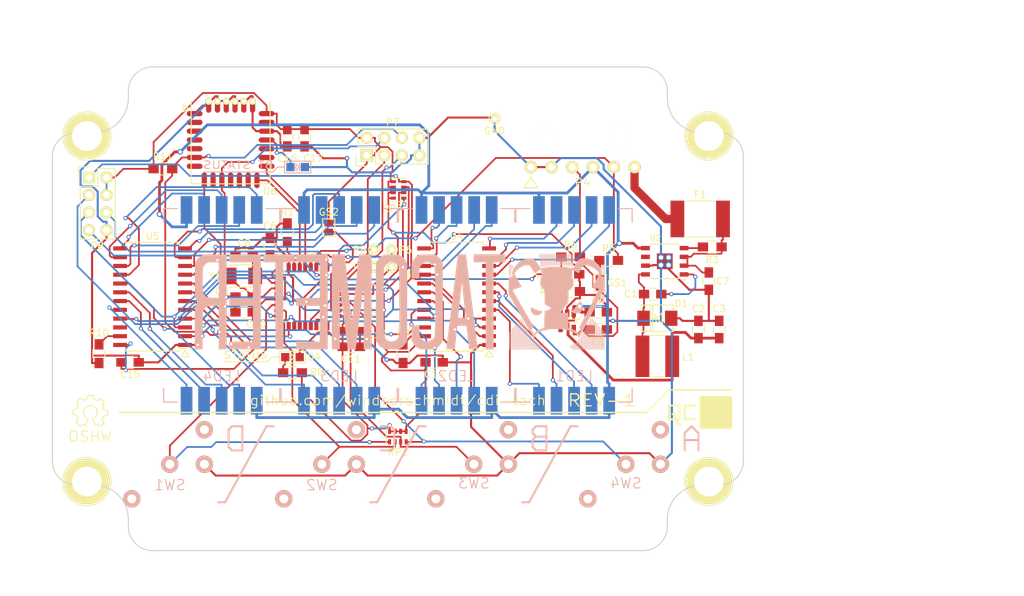
<source format=kicad_pcb>
(kicad_pcb (version 20171130) (host pcbnew "(5.1.12)-1")
  (layers (0 F.Cu mixed) (31 B.Cu mixed) (34 B.Paste user) (35 F.Paste user) (36 B.SilkS user) (37 F.SilkS user) (38 B.Mask user) (39 F.Mask user) (44 Edge.Cuts user))
  (net 0 "")
  (net 1 "Net-(C1-Pad1)")
  (net 2 "Net-(C1-Pad2)")
  (net 3 +5V)
  (net 4 GND)
  (net 5 +3V3)
  (net 6 "Net-(C7-Pad2)")
  (net 7 "Net-(C8-Pad2)")
  (net 8 "Net-(C9-Pad2)")
  (net 9 TACH)
  (net 10 "Net-(D4-Pad1)")
  (net 11 "Net-(D4-Pad2)")
  (net 12 LED1_A)
  (net 13 LED1_B)
  (net 14 LED1_C)
  (net 15 LED1_D)
  (net 16 LED1_E)
  (net 17 LED1_F)
  (net 18 LED1_G)
  (net 19 LED1_DP)
  (net 20 LED2_A)
  (net 21 LED2_B)
  (net 22 LED2_C)
  (net 23 LED2_D)
  (net 24 LED2_E)
  (net 25 LED2_F)
  (net 26 LED2_G)
  (net 27 LED2_DP)
  (net 28 LED3_A)
  (net 29 LED3_B)
  (net 30 LED3_C)
  (net 31 LED3_D)
  (net 32 LED3_E)
  (net 33 LED3_F)
  (net 34 LED3_G)
  (net 35 LED3_DP)
  (net 36 LED4_A)
  (net 37 LED4_B)
  (net 38 LED4_C)
  (net 39 LED4_D)
  (net 40 LED4_E)
  (net 41 LED4_F)
  (net 42 LED4_G)
  (net 43 LED4_DP)
  (net 44 +12V)
  (net 45 "Net-(GS1-Pad1)")
  (net 46 "Net-(P2-Pad1)")
  (net 47 "Net-(P3-Pad1)")
  (net 48 SPEED)
  (net 49 "Net-(P4-Pad4)")
  (net 50 SWCLK)
  (net 51 USART_TX)
  (net 52 SWDIO)
  (net 53 USART_RX)
  (net 54 SPI_MOSI)
  (net 55 SPI_MISO)
  (net 56 SPI_SCK)
  (net 57 LCD_RST)
  (net 58 "Net-(R1-Pad1)")
  (net 59 "Net-(R3-Pad1)")
  (net 60 "Net-(R9-Pad1)")
  (net 61 "Net-(R10-Pad1)")
  (net 62 BTN_B)
  (net 63 BTN_C)
  (net 64 BTN_A)
  (net 65 BTN_D)
  (net 66 LED_LATCH)
  (net 67 LED_BLANK)
  (net 68 "Net-(U4-Pad22)")
  (net 69 "Net-(D5-Pad2)")
  (net 70 "Net-(GS2-Pad1)")
  (net 71 SPI_CS)
  (net 72 BT_NRST)
  (net 73 BT_CONN)
  (net 74 BT_STRM)
  (module cdi-tach:badger_face_logo (layer B.Cu) (at 173 83 180)
    (fp_text reference ART1 hide)
    (fp_text value badger_logo hide)
  )
  (module cdi-tach:Symbol_OSHW-Logo_SilkScreen (layer F.Cu) (at 105.5 99)
    (fp_text reference ART2 hide)
    (fp_text value OSHW_logo hide)
  )
  (module cdi-tach:tacometer_logo (layer B.Cu) (at 143 83 180)
    (fp_text reference ART3 hide)
    (fp_text value part_logo hide)
  )
  (module cdi-tach:Diode_SSB44 (layer F.Cu) (at 187.55 85.375 180)
    (fp_text reference D1 (at -3.45 2.125 180) (layer F.SilkS))
    (fp_text value SSB44 hide)
    (pad 1 smd rect (at -2.0066 0 180) (size 1.80086 2.19964) (layers F.Cu F.Paste F.Mask) (net 4 GND))
    (pad 2 smd rect (at 2.0066 0 180) (size 1.80086 2.19964) (layers F.Cu F.Paste F.Mask) (net 1 "Net-(C1-Pad1)"))
  )
  (module cdi-tach:LED_0805 (layer F.Cu) (at 134.75 91)
    (fp_text reference D4 (at 3.15 0 180) (layer F.SilkS))
    (fp_text value STATUS (at -6.75 -0.3) (layer F.SilkS) (effects (font (size 1 1.2))))
    (pad 1 smd rect (at 1.04902 0) (size 1.19888 1.19888) (layers F.Cu F.Paste F.Mask) (net 10 "Net-(D4-Pad1)"))
    (pad 2 smd rect (at -1.04902 0) (size 1.19888 1.19888) (layers F.Cu F.Paste F.Mask) (net 11 "Net-(D4-Pad2)"))
  )
  (module cdi-tach:Fuse_Resettable (layer F.Cu) (at 193.75 71)
    (fp_text reference F1 (at 0 -3.5) (layer F.SilkS))
    (fp_text value "3.7A Polyswitch" hide)
    (pad 1 smd rect (at -3.3 0) (size 2 5.3) (layers F.Cu F.Paste F.Mask) (net 44 +12V))
    (pad 2 smd rect (at 3.3 0) (size 2 5.3) (layers F.Cu F.Paste F.Mask) (net 6 "Net-(C7-Pad2)"))
  )
  (module Connect:GS2 (layer F.Cu) (at 179.25 80.25)
    (fp_text reference GS1 (at 2.5 0 180) (layer F.SilkS))
    (fp_text value SPD_PU)
    (pad 1 smd rect (at 0 -0.635) (size 1.27 0.9652) (layers F.Cu F.Paste F.Mask) (net 45 "Net-(GS1-Pad1)"))
    (pad 2 smd rect (at 0 0.635) (size 1.27 0.9652) (layers F.Cu F.Paste F.Mask) (net 5 +3V3))
  )
  (module cdi-tach:Inductor_Bourns_SRN6045_6mm (layer F.Cu) (at 187.55 90.875 180)
    (fp_text reference L1 (at -4.45 -0.125 180) (layer F.SilkS))
    (fp_text value 6.8uH hide)
    (pad 1 smd rect (at 2.15 0 180) (size 2 6) (layers F.Cu F.Paste F.Mask) (net 1 "Net-(C1-Pad1)"))
    (pad 2 smd rect (at -2.15 0 180) (size 2 6) (layers F.Cu F.Paste F.Mask) (net 3 +5V))
  )
  (module cdi-tach:MOUNT_ZIP_TIE (layer F.Cu) (at 158 58 45)
    (fp_text reference MNT1 hide)
    (fp_text value zip_tie_slot hide)
    (fp_line (start -0.875 -0.75) (end 0.875 -0.75) (layer Edge.Cuts) (width 0.01))
    (fp_line (start 1.375 -0.25) (end 1.375 0.25) (layer Edge.Cuts) (width 0.01))
    (fp_line (start 0.875 0.75) (end -0.875 0.75) (layer Edge.Cuts) (width 0.01))
    (fp_line (start -1.375 0.25) (end -1.375 -0.25) (layer Edge.Cuts) (width 0.01))
    (fp_arc (start -0.875 -0.25) (end -1.375 -0.25) (angle 90) (layer Edge.Cuts) (width 0.01))
    (fp_arc (start -0.875 0.25) (end -0.875 0.75) (angle 90) (layer Edge.Cuts) (width 0.01))
    (fp_arc (start 0.875 0.25) (end 1.375 0.25) (angle 90) (layer Edge.Cuts) (width 0.01))
    (fp_arc (start 0.875 -0.25) (end 0.875 -0.75) (angle 90) (layer Edge.Cuts) (width 0.01))
  )
  (module cdi-tach:Screw_M4 (layer F.Cu) (at 105 59)
    (fp_text reference MNT2 hide)
    (fp_text value 4mm_screw hide)
    (pad "" np_thru_hole circle (at 0 0) (size 6.5 6.5) (drill 4.3) (layers *.Cu *.Mask F.SilkS))
  )
  (module cdi-tach:Screw_M4 (layer F.Cu) (at 195 59)
    (fp_text reference MNT3 hide)
    (fp_text value 4mm_screw hide)
    (pad "" np_thru_hole circle (at 0 0) (size 6.5 6.5) (drill 4.3) (layers *.Cu *.Mask F.SilkS))
  )
  (module cdi-tach:Screw_M4 (layer F.Cu) (at 105 109)
    (fp_text reference MNT4 hide)
    (fp_text value 4mm_screw hide)
    (pad "" np_thru_hole circle (at 0 0) (size 6.5 6.5) (drill 4.3) (layers *.Cu *.Mask F.SilkS))
  )
  (module cdi-tach:Screw_M4 (layer F.Cu) (at 195 109)
    (fp_text reference MNT5 hide)
    (fp_text value 4mm_screw hide)
    (pad "" np_thru_hole circle (at 0 0) (size 6.5 6.5) (drill 4.3) (layers *.Cu *.Mask F.SilkS))
  )
  (module cdi-tach:MOUNT_ZIP_TIE (layer F.Cu) (at 161 61 45)
    (fp_text reference MNT6 hide)
    (fp_text value zip_tie_slot hide)
    (fp_line (start -0.875 -0.75) (end 0.875 -0.75) (layer Edge.Cuts) (width 0.01))
    (fp_line (start 1.375 -0.25) (end 1.375 0.25) (layer Edge.Cuts) (width 0.01))
    (fp_line (start 0.875 0.75) (end -0.875 0.75) (layer Edge.Cuts) (width 0.01))
    (fp_line (start -1.375 0.25) (end -1.375 -0.25) (layer Edge.Cuts) (width 0.01))
    (fp_arc (start -0.875 -0.25) (end -1.375 -0.25) (angle 90) (layer Edge.Cuts) (width 0.01))
    (fp_arc (start -0.875 0.25) (end -0.875 0.75) (angle 90) (layer Edge.Cuts) (width 0.01))
    (fp_arc (start 0.875 0.25) (end 1.375 0.25) (angle 90) (layer Edge.Cuts) (width 0.01))
    (fp_arc (start 0.875 -0.25) (end 0.875 -0.75) (angle 90) (layer Edge.Cuts) (width 0.01))
  )
  (module Connect:PINTST (layer F.Cu) (at 164 56.5)
    (fp_text reference GND (at 0 1.75) (layer F.SilkS))
    (fp_text value GND)
    (pad 1 thru_hole circle (at 0 0) (size 1.143 1.143) (drill 0.635) (layers *.Cu *.Mask F.SilkS) (net 4 GND))
  )
  (module Connect:PINTST (layer F.Cu) (at 146.558 77.978)
    (fp_text reference P2 (at -2.058 0.022) (layer F.SilkS))
    (fp_text value SDA)
    (pad 1 thru_hole circle (at 0 0) (size 1.143 1.143) (drill 0.635) (layers *.Cu *.Mask F.SilkS) (net 46 "Net-(P2-Pad1)"))
  )
  (module Connect:PINTST (layer F.Cu) (at 149.098 77.978)
    (fp_text reference P3 (at 1.902 1.022) (layer F.SilkS))
    (fp_text value SCL)
    (pad 1 thru_hole circle (at 0 0) (size 1.143 1.143) (drill 0.635) (layers *.Cu *.Mask F.SilkS) (net 47 "Net-(P3-Pad1)"))
  )
  (module Connect:PINTST (layer F.Cu) (at 146.558 75.438)
    (fp_text reference P5 (at -2.058 0.062) (layer F.SilkS))
    (fp_text value SPEED)
    (pad 1 thru_hole circle (at 0 0) (size 1.143 1.143) (drill 0.635) (layers *.Cu *.Mask F.SilkS) (net 48 SPEED))
  )
  (module Connect:PINTST (layer F.Cu) (at 149.098 75.438)
    (fp_text reference P6 (at 2.002 0.062) (layer F.SilkS))
    (fp_text value TACH)
    (pad 1 thru_hole circle (at 0 0) (size 1.143 1.143) (drill 0.635) (layers *.Cu *.Mask F.SilkS) (net 9 TACH))
  )
  (module Pin_Headers:Pin_Header_Straight_2x04 (layer F.Cu) (at 145.5 61.8 90)
    (fp_text reference P7 (at 4.8 3.75 180) (layer F.SilkS))
    (fp_text value DEBUG hide)
    (pad 1 thru_hole rect (at 0 0 90) (size 1.7272 1.7272) (drill 1.016) (layers *.Cu *.Mask F.SilkS) (net 5 +3V3))
    (pad 2 thru_hole oval (at 2.54 0 90) (size 1.7272 1.7272) (drill 1.016) (layers *.Cu *.Mask F.SilkS) (net 5 +3V3))
    (pad 3 thru_hole oval (at 0 2.54 90) (size 1.7272 1.7272) (drill 1.016) (layers *.Cu *.Mask F.SilkS) (net 50 SWCLK))
    (pad 4 thru_hole oval (at 2.54 2.54 90) (size 1.7272 1.7272) (drill 1.016) (layers *.Cu *.Mask F.SilkS) (net 51 USART_TX))
    (pad 5 thru_hole oval (at 0 5.08 90) (size 1.7272 1.7272) (drill 1.016) (layers *.Cu *.Mask F.SilkS) (net 52 SWDIO))
    (pad 6 thru_hole oval (at 2.54 5.08 90) (size 1.7272 1.7272) (drill 1.016) (layers *.Cu *.Mask F.SilkS) (net 53 USART_RX))
    (pad 7 thru_hole oval (at 0 7.62 90) (size 1.7272 1.7272) (drill 1.016) (layers *.Cu *.Mask F.SilkS) (net 4 GND))
    (pad 8 thru_hole oval (at 2.54 7.62 90) (size 1.7272 1.7272) (drill 1.016) (layers *.Cu *.Mask F.SilkS) (net 4 GND))
  )
  (module Pin_Headers:Pin_Header_Straight_2x04 (layer F.Cu) (at 105.3 65)
    (fp_text reference P8 (at 1.2 9.9 180) (layer F.SilkS))
    (fp_text value LCD hide)
    (pad 1 thru_hole rect (at 0 0) (size 1.7272 1.7272) (drill 1.016) (layers *.Cu *.Mask F.SilkS) (net 54 SPI_MOSI))
    (pad 2 thru_hole oval (at 2.54 0) (size 1.7272 1.7272) (drill 1.016) (layers *.Cu *.Mask F.SilkS) (net 5 +3V3))
    (pad 3 thru_hole oval (at 0 2.54) (size 1.7272 1.7272) (drill 1.016) (layers *.Cu *.Mask F.SilkS) (net 55 SPI_MISO))
    (pad 4 thru_hole oval (at 2.54 2.54) (size 1.7272 1.7272) (drill 1.016) (layers *.Cu *.Mask F.SilkS) (net 5 +3V3))
    (pad 5 thru_hole oval (at 0 5.08) (size 1.7272 1.7272) (drill 1.016) (layers *.Cu *.Mask F.SilkS) (net 56 SPI_SCK))
    (pad 6 thru_hole oval (at 2.54 5.08) (size 1.7272 1.7272) (drill 1.016) (layers *.Cu *.Mask F.SilkS) (net 57 LCD_RST))
    (pad 7 thru_hole oval (at 0 7.62) (size 1.7272 1.7272) (drill 1.016) (layers *.Cu *.Mask F.SilkS) (net 71 SPI_CS))
    (pad 8 thru_hole oval (at 2.54 7.62) (size 1.7272 1.7272) (drill 1.016) (layers *.Cu *.Mask F.SilkS) (net 4 GND))
  )
  (module cdi-tach:pushbutton_marquardt_6450 (layer B.Cu) (at 117 106.5)
    (fp_text reference SW1 (at 0 3) (layer B.SilkS) (effects (font (size 1.5 1.5)) (justify mirror)))
    (fp_text value A)
    (pad ~ thru_hole circle (at 5 -5) (size 2.5 2.5) (drill 1.3) (layers *.Cu *.Mask B.SilkS))
    (pad ~ thru_hole circle (at -5.5 5) (size 2.5 2.5) (drill 1.3) (layers *.Cu *.Mask B.SilkS))
    (pad 2 thru_hole circle (at 5 0) (size 2.5 2.5) (drill 1.3) (layers *.Cu *.Mask B.SilkS) (net 4 GND))
    (pad 1 thru_hole circle (at 0 0) (size 2.5 2.5) (drill 1.3) (layers *.Cu *.Mask B.SilkS) (net 64 BTN_A))
  )
  (module cdi-tach:pushbutton_marquardt_6450 (layer B.Cu) (at 139 106.5)
    (fp_text reference SW2 (at 0 3) (layer B.SilkS) (effects (font (size 1.5 1.5)) (justify mirror)))
    (fp_text value B)
    (pad ~ thru_hole circle (at 5 -5) (size 2.5 2.5) (drill 1.3) (layers *.Cu *.Mask B.SilkS))
    (pad ~ thru_hole circle (at -5.5 5) (size 2.5 2.5) (drill 1.3) (layers *.Cu *.Mask B.SilkS))
    (pad 2 thru_hole circle (at 5 0) (size 2.5 2.5) (drill 1.3) (layers *.Cu *.Mask B.SilkS) (net 4 GND))
    (pad 1 thru_hole circle (at 0 0) (size 2.5 2.5) (drill 1.3) (layers *.Cu *.Mask B.SilkS) (net 62 BTN_B))
  )
  (module cdi-tach:pushbutton_marquardt_6450 (layer B.Cu) (at 161 106.5)
    (fp_text reference SW3 (at 0 2.75) (layer B.SilkS) (effects (font (size 1.5 1.5)) (justify mirror)))
    (fp_text value C)
    (pad ~ thru_hole circle (at 5 -5) (size 2.5 2.5) (drill 1.3) (layers *.Cu *.Mask B.SilkS))
    (pad ~ thru_hole circle (at -5.5 5) (size 2.5 2.5) (drill 1.3) (layers *.Cu *.Mask B.SilkS))
    (pad 2 thru_hole circle (at 5 0) (size 2.5 2.5) (drill 1.3) (layers *.Cu *.Mask B.SilkS) (net 4 GND))
    (pad 1 thru_hole circle (at 0 0) (size 2.5 2.5) (drill 1.3) (layers *.Cu *.Mask B.SilkS) (net 63 BTN_C))
  )
  (module cdi-tach:pushbutton_marquardt_6450 (layer B.Cu) (at 183 106.5)
    (fp_text reference SW4 (at 0 2.75) (layer B.SilkS) (effects (font (size 1.5 1.5)) (justify mirror)))
    (fp_text value D)
    (pad ~ thru_hole circle (at 5 -5) (size 2.5 2.5) (drill 1.3) (layers *.Cu *.Mask B.SilkS))
    (pad ~ thru_hole circle (at -5.5 5) (size 2.5 2.5) (drill 1.3) (layers *.Cu *.Mask B.SilkS))
    (pad 2 thru_hole circle (at 5 0) (size 2.5 2.5) (drill 1.3) (layers *.Cu *.Mask B.SilkS) (net 4 GND))
    (pad 1 thru_hole circle (at 0 0) (size 2.5 2.5) (drill 1.3) (layers *.Cu *.Mask B.SilkS) (net 65 BTN_D))
  )
  (module Housings_SOT-23_SOT-143_TSOT-6:SOT-23-5 (layer F.Cu) (at 174.5 85.75 270)
    (fp_text reference U1 (at 0 2.5) (layer F.SilkS))
    (fp_text value MIC5504-3.3YM5 hide)
    (pad 1 smd rect (at -1.1 -0.95 270) (size 1.06 0.65) (layers F.Cu F.Paste F.Mask) (net 3 +5V))
    (pad 2 smd rect (at -1.1 0 270) (size 1.06 0.65) (layers F.Cu F.Paste F.Mask) (net 4 GND))
    (pad 3 smd rect (at -1.1 0.95 270) (size 1.06 0.65) (layers F.Cu F.Paste F.Mask) (net 3 +5V))
    (pad 4 smd rect (at 1.1 0.95 270) (size 1.06 0.65) (layers F.Cu F.Paste F.Mask))
    (pad 5 smd rect (at 1.1 -0.95 270) (size 1.06 0.65) (layers F.Cu F.Paste F.Mask) (net 5 +3V3))
  )
  (module cdi-tach:ADP2302_SOIC8 (layer F.Cu) (at 188.625 77.125 90)
    (fp_text reference U2 (at 3.375 -1.375 180) (layer F.SilkS) (effects (font (size 0.8 0.8))))
    (fp_text value ADP2302ARDZ-5.0 hide)
    (pad 1 smd rect (at -1.905 2.794 90) (size 0.635 1.27) (layers F.Cu F.Mask) (net 2 "Net-(C1-Pad2)"))
    (pad 2 smd rect (at -0.635 2.794 90) (size 0.635 1.27) (layers F.Cu F.Mask) (net 6 "Net-(C7-Pad2)"))
    (pad 3 smd rect (at 0.635 2.794 90) (size 0.635 1.27) (layers F.Cu F.Mask) (net 6 "Net-(C7-Pad2)"))
    (pad 4 smd rect (at 1.905 2.794 90) (size 0.635 1.27) (layers F.Cu F.Mask) (net 59 "Net-(R3-Pad1)"))
    (pad 5 smd rect (at 1.905 -2.794 90) (size 0.635 1.27) (layers F.Cu F.Mask) (net 3 +5V))
    (pad 6 smd rect (at 0.635 -2.794 90) (size 0.635 1.27) (layers F.Cu F.Mask))
    (pad 7 smd rect (at -0.635 -2.794 90) (size 0.635 1.27) (layers F.Cu F.Mask) (net 4 GND))
    (pad 8 smd rect (at -1.905 -2.794 90) (size 0.635 1.27) (layers F.Cu F.Mask) (net 1 "Net-(C1-Pad1)"))
    (pad 9 smd rect (at 0 0 180) (size 2.29 2.29) (layers F.Cu F.Mask) (net 4 GND))
    (pad 9 thru_hole circle (at -0.55 -0.55 90) (size 1 1) (drill 0.635) (layers *.Cu *.Mask) (net 4 GND) (clearance 0.05))
    (pad 9 thru_hole circle (at 0.55 -0.55 90) (size 1 1) (drill 0.635) (layers *.Cu *.Mask) (net 4 GND) (clearance 0.05))
    (pad 9 thru_hole circle (at 0.55 0.55 90) (size 1 1) (drill 0.635) (layers *.Cu *.Mask) (net 4 GND) (clearance 0.05))
    (pad 9 thru_hole circle (at -0.55 0.55 90) (size 1 1) (drill 0.635) (layers *.Cu *.Mask) (net 4 GND) (clearance 0.05))
  )
  (module Housings_QFP:LQFP-32_7x7mm_Pitch0.8mm (layer F.Cu) (at 137 82.25)
    (fp_text reference U3 (at 0 -5.85) (layer F.SilkS))
    (fp_text value STM32F030K6T6 hide)
    (pad 1 smd rect (at -4.25 -2.8) (size 1.2 0.6) (layers F.Cu F.Paste F.Mask) (net 5 +3V3))
    (pad 2 smd rect (at -4.25 -2) (size 1.2 0.6) (layers F.Cu F.Paste F.Mask) (net 7 "Net-(C8-Pad2)"))
    (pad 3 smd rect (at -4.25 -1.2) (size 1.2 0.6) (layers F.Cu F.Paste F.Mask) (net 8 "Net-(C9-Pad2)"))
    (pad 4 smd rect (at -4.25 -0.4) (size 1.2 0.6) (layers F.Cu F.Paste F.Mask))
    (pad 5 smd rect (at -4.25 0.4) (size 1.2 0.6) (layers F.Cu F.Paste F.Mask) (net 5 +3V3))
    (pad 6 smd rect (at -4.25 1.2) (size 1.2 0.6) (layers F.Cu F.Paste F.Mask) (net 64 BTN_A))
    (pad 7 smd rect (at -4.25 2) (size 1.2 0.6) (layers F.Cu F.Paste F.Mask) (net 62 BTN_B))
    (pad 8 smd rect (at -4.25 2.8) (size 1.2 0.6) (layers F.Cu F.Paste F.Mask) (net 51 USART_TX))
    (pad 9 smd rect (at -2.8 4.25 90) (size 1.2 0.6) (layers F.Cu F.Paste F.Mask) (net 53 USART_RX))
    (pad 10 smd rect (at -2 4.25 90) (size 1.2 0.6) (layers F.Cu F.Paste F.Mask) (net 66 LED_LATCH))
    (pad 11 smd rect (at -1.2 4.25 90) (size 1.2 0.6) (layers F.Cu F.Paste F.Mask) (net 71 SPI_CS))
    (pad 12 smd rect (at -0.4 4.25 90) (size 1.2 0.6) (layers F.Cu F.Paste F.Mask) (net 55 SPI_MISO))
    (pad 13 smd rect (at 0.4 4.25 90) (size 1.2 0.6) (layers F.Cu F.Paste F.Mask) (net 54 SPI_MOSI))
    (pad 14 smd rect (at 1.2 4.25 90) (size 1.2 0.6) (layers F.Cu F.Paste F.Mask) (net 67 LED_BLANK))
    (pad 15 smd rect (at 2 4.25 90) (size 1.2 0.6) (layers F.Cu F.Paste F.Mask) (net 10 "Net-(D4-Pad1)"))
    (pad 16 smd rect (at 2.8 4.25 90) (size 1.2 0.6) (layers F.Cu F.Paste F.Mask) (net 4 GND))
    (pad 17 smd rect (at 4.25 2.8) (size 1.2 0.6) (layers F.Cu F.Paste F.Mask) (net 5 +3V3))
    (pad 18 smd rect (at 4.25 2) (size 1.2 0.6) (layers F.Cu F.Paste F.Mask) (net 70 "Net-(GS2-Pad1)"))
    (pad 19 smd rect (at 4.25 1.2) (size 1.2 0.6) (layers F.Cu F.Paste F.Mask) (net 63 BTN_C))
    (pad 20 smd rect (at 4.25 0.4) (size 1.2 0.6) (layers F.Cu F.Paste F.Mask) (net 65 BTN_D))
    (pad 21 smd rect (at 4.25 -0.4) (size 1.2 0.6) (layers F.Cu F.Paste F.Mask) (net 47 "Net-(P3-Pad1)"))
    (pad 22 smd rect (at 4.25 -1.2) (size 1.2 0.6) (layers F.Cu F.Paste F.Mask) (net 46 "Net-(P2-Pad1)"))
    (pad 23 smd rect (at 4.25 -2) (size 1.2 0.6) (layers F.Cu F.Paste F.Mask) (net 52 SWDIO))
    (pad 24 smd rect (at 4.25 -2.8) (size 1.2 0.6) (layers F.Cu F.Paste F.Mask) (net 50 SWCLK))
    (pad 25 smd rect (at 2.8 -4.25 90) (size 1.2 0.6) (layers F.Cu F.Paste F.Mask) (net 57 LCD_RST))
    (pad 26 smd rect (at 2 -4.25 90) (size 1.2 0.6) (layers F.Cu F.Paste F.Mask) (net 72 BT_NRST))
    (pad 27 smd rect (at 1.2 -4.25 90) (size 1.2 0.6) (layers F.Cu F.Paste F.Mask) (net 9 TACH))
    (pad 28 smd rect (at 0.4 -4.25 90) (size 1.2 0.6) (layers F.Cu F.Paste F.Mask) (net 48 SPEED))
    (pad 29 smd rect (at -0.4 -4.25 90) (size 1.2 0.6) (layers F.Cu F.Paste F.Mask) (net 73 BT_CONN))
    (pad 30 smd rect (at -1.2 -4.25 90) (size 1.2 0.6) (layers F.Cu F.Paste F.Mask) (net 74 BT_STRM))
    (pad 31 smd rect (at -2 -4.25 90) (size 1.2 0.6) (layers F.Cu F.Paste F.Mask) (net 58 "Net-(R1-Pad1)"))
    (pad 32 smd rect (at -2.8 -4.25 90) (size 1.2 0.6) (layers F.Cu F.Paste F.Mask) (net 4 GND))
  )
  (module cdi-tach:label_qc (layer F.Cu) (at 196 99)
    (fp_text reference ART4 hide)
    (fp_text value QC_label hide)
  )
  (module Resistors_SMD:R_0805_HandSoldering (layer F.Cu) (at 106.75 90.5 270)
    (fp_text reference R10 (at -3 0) (layer F.SilkS))
    (fp_text value 3K)
    (pad 1 smd rect (at -1.35 0 270) (size 1.5 1.3) (layers F.Cu F.Paste F.Mask) (net 61 "Net-(R10-Pad1)"))
    (pad 2 smd rect (at 1.35 0 270) (size 1.5 1.3) (layers F.Cu F.Paste F.Mask) (net 4 GND))
  )
  (module Resistors_SMD:R_0805_HandSoldering (layer F.Cu) (at 150.75 90.5 270)
    (fp_text reference R9 (at -3 0) (layer F.SilkS))
    (fp_text value 3K)
    (pad 1 smd rect (at -1.35 0 270) (size 1.5 1.3) (layers F.Cu F.Paste F.Mask) (net 60 "Net-(R9-Pad1)"))
    (pad 2 smd rect (at 1.35 0 270) (size 1.5 1.3) (layers F.Cu F.Paste F.Mask) (net 4 GND))
  )
  (module Resistors_SMD:R_0805_HandSoldering (layer F.Cu) (at 134.75 93.25)
    (fp_text reference R8 (at 3.55 -0.05) (layer F.SilkS))
    (fp_text value 39)
    (pad 1 smd rect (at -1.35 0) (size 1.5 1.3) (layers F.Cu F.Paste F.Mask) (net 11 "Net-(D4-Pad2)"))
    (pad 2 smd rect (at 1.35 0) (size 1.5 1.3) (layers F.Cu F.Paste F.Mask) (net 5 +3V3))
  )
  (module Resistors_SMD:R_0805_HandSoldering (layer F.Cu) (at 175 81.5)
    (fp_text reference R7 (at -3.5 0) (layer F.SilkS))
    (fp_text value 12.1K)
    (pad 1 smd rect (at -1.35 0) (size 1.5 1.3) (layers F.Cu F.Paste F.Mask) (net 9 TACH))
    (pad 2 smd rect (at 1.35 0) (size 1.5 1.3) (layers F.Cu F.Paste F.Mask) (net 4 GND))
  )
  (module Resistors_SMD:R_0805_HandSoldering (layer F.Cu) (at 175 76.5 180)
    (fp_text reference R6 (at 0 1.75 180) (layer F.SilkS))
    (fp_text value 100K)
    (pad 1 smd rect (at -1.35 0 180) (size 1.5 1.3) (layers F.Cu F.Paste F.Mask) (net 49 "Net-(P4-Pad4)"))
    (pad 2 smd rect (at 1.35 0 180) (size 1.5 1.3) (layers F.Cu F.Paste F.Mask) (net 9 TACH))
  )
  (module Resistors_SMD:R_0805_HandSoldering (layer F.Cu) (at 180.5 77 180)
    (fp_text reference R5 (at 0 1.75 180) (layer F.SilkS))
    (fp_text value 3K)
    (pad 1 smd rect (at -1.35 0 180) (size 1.5 1.3) (layers F.Cu F.Paste F.Mask) (net 48 SPEED))
    (pad 2 smd rect (at 1.35 0 180) (size 1.5 1.3) (layers F.Cu F.Paste F.Mask) (net 45 "Net-(GS1-Pad1)"))
  )
  (module Resistors_SMD:R_0805_HandSoldering (layer F.Cu) (at 195.5 75.05)
    (fp_text reference R3 (at 0 1.85) (layer F.SilkS))
    (fp_text value 100K)
    (pad 1 smd rect (at -1.35 0) (size 1.5 1.3) (layers F.Cu F.Paste F.Mask) (net 59 "Net-(R3-Pad1)"))
    (pad 2 smd rect (at 1.35 0) (size 1.5 1.3) (layers F.Cu F.Paste F.Mask) (net 6 "Net-(C7-Pad2)"))
  )
  (module Resistors_SMD:R_0805_HandSoldering (layer F.Cu) (at 134 73 90)
    (fp_text reference R1 (at 3 0 180) (layer F.SilkS))
    (fp_text value 3K)
    (pad 1 smd rect (at -1.35 0 90) (size 1.5 1.3) (layers F.Cu F.Paste F.Mask) (net 58 "Net-(R1-Pad1)"))
    (pad 2 smd rect (at 1.35 0 90) (size 1.5 1.3) (layers F.Cu F.Paste F.Mask) (net 4 GND))
  )
  (module Capacitors_SMD:C_0805_HandSoldering (layer F.Cu) (at 111.25 91.75 180)
    (fp_text reference C15 (at 0 -1.75 180) (layer F.SilkS))
    (fp_text value 1uF)
    (pad 1 smd rect (at -1.25 0 180) (size 1.5 1.25) (layers F.Cu F.Paste F.Mask) (net 4 GND))
    (pad 2 smd rect (at 1.25 0 180) (size 1.5 1.25) (layers F.Cu F.Paste F.Mask) (net 5 +3V3))
  )
  (module Capacitors_SMD:C_0805_HandSoldering (layer F.Cu) (at 155.25 91.75 180)
    (fp_text reference C14 (at 0 -1.75 180) (layer F.SilkS))
    (fp_text value 1uF)
    (pad 1 smd rect (at -1.25 0 180) (size 1.5 1.25) (layers F.Cu F.Paste F.Mask) (net 4 GND))
    (pad 2 smd rect (at 1.25 0 180) (size 1.5 1.25) (layers F.Cu F.Paste F.Mask) (net 5 +3V3))
  )
  (module Capacitors_SMD:C_0805_HandSoldering (layer F.Cu) (at 175 79 180)
    (fp_text reference C13 (at 3.75 0 180) (layer F.SilkS))
    (fp_text value 22nF)
    (pad 1 smd rect (at -1.25 0 180) (size 1.5 1.25) (layers F.Cu F.Paste F.Mask) (net 4 GND))
    (pad 2 smd rect (at 1.25 0 180) (size 1.5 1.25) (layers F.Cu F.Paste F.Mask) (net 9 TACH))
  )
  (module Capacitors_SMD:C_0805_HandSoldering (layer F.Cu) (at 143.25 87.25)
    (fp_text reference C12 (at 3.75 0.5) (layer F.SilkS))
    (fp_text value 100nF)
    (pad 1 smd rect (at -1.25 0) (size 1.5 1.25) (layers F.Cu F.Paste F.Mask) (net 5 +3V3))
    (pad 2 smd rect (at 1.25 0) (size 1.5 1.25) (layers F.Cu F.Paste F.Mask) (net 4 GND))
  )
  (module Capacitors_SMD:C_0805_HandSoldering (layer F.Cu) (at 143.25 89.5)
    (fp_text reference C11 (at 0 1.75) (layer F.SilkS))
    (fp_text value 4.7uF)
    (pad 1 smd rect (at -1.25 0) (size 1.5 1.25) (layers F.Cu F.Paste F.Mask) (net 5 +3V3))
    (pad 2 smd rect (at 1.25 0) (size 1.5 1.25) (layers F.Cu F.Paste F.Mask) (net 4 GND))
  )
  (module Capacitors_SMD:C_0805_HandSoldering (layer F.Cu) (at 127.75 84.5)
    (fp_text reference C10 (at 1.75 1.75) (layer F.SilkS))
    (fp_text value 100nF)
    (pad 1 smd rect (at -1.25 0) (size 1.5 1.25) (layers F.Cu F.Paste F.Mask) (net 4 GND))
    (pad 2 smd rect (at 1.25 0) (size 1.5 1.25) (layers F.Cu F.Paste F.Mask) (net 5 +3V3))
  )
  (module Capacitors_SMD:C_0805_HandSoldering (layer F.Cu) (at 127.75 82.25)
    (fp_text reference C9 (at -3.25 -0.75) (layer F.SilkS))
    (fp_text value 18pF)
    (pad 1 smd rect (at -1.25 0) (size 1.5 1.25) (layers F.Cu F.Paste F.Mask) (net 4 GND))
    (pad 2 smd rect (at 1.25 0) (size 1.5 1.25) (layers F.Cu F.Paste F.Mask) (net 8 "Net-(C9-Pad2)"))
  )
  (module Capacitors_SMD:C_0805_HandSoldering (layer F.Cu) (at 127.75 76.25)
    (fp_text reference C8 (at 0 -1.75) (layer F.SilkS))
    (fp_text value 18pF)
    (pad 1 smd rect (at -1.25 0) (size 1.5 1.25) (layers F.Cu F.Paste F.Mask) (net 4 GND))
    (pad 2 smd rect (at 1.25 0) (size 1.5 1.25) (layers F.Cu F.Paste F.Mask) (net 7 "Net-(C8-Pad2)"))
  )
  (module Capacitors_SMD:C_0805_HandSoldering (layer F.Cu) (at 195 80 90)
    (fp_text reference C7 (at 0 2 180) (layer F.SilkS))
    (fp_text value 10uF)
    (pad 1 smd rect (at -1.25 0 90) (size 1.5 1.25) (layers F.Cu F.Paste F.Mask) (net 4 GND))
    (pad 2 smd rect (at 1.25 0 90) (size 1.5 1.25) (layers F.Cu F.Paste F.Mask) (net 6 "Net-(C7-Pad2)"))
  )
  (module Capacitors_SMD:C_0805_HandSoldering (layer F.Cu) (at 131.5 75 270)
    (fp_text reference C6 (at -3 0 180) (layer F.SilkS))
    (fp_text value 100nF)
    (pad 1 smd rect (at -1.25 0 270) (size 1.5 1.25) (layers F.Cu F.Paste F.Mask) (net 4 GND))
    (pad 2 smd rect (at 1.25 0 270) (size 1.5 1.25) (layers F.Cu F.Paste F.Mask) (net 5 +3V3))
  )
  (module Capacitors_SMD:C_0805_HandSoldering (layer F.Cu) (at 179 87)
    (fp_text reference C5 (at 0 1.75) (layer F.SilkS))
    (fp_text value 1uF)
    (pad 1 smd rect (at -1.25 0) (size 1.5 1.25) (layers F.Cu F.Paste F.Mask) (net 5 +3V3))
    (pad 2 smd rect (at 1.25 0) (size 1.5 1.25) (layers F.Cu F.Paste F.Mask) (net 4 GND))
  )
  (module Capacitors_SMD:C_0805_HandSoldering (layer F.Cu) (at 179 84.5)
    (fp_text reference C4 (at 0 -1.7) (layer F.SilkS))
    (fp_text value 1uF)
    (pad 1 smd rect (at -1.25 0) (size 1.5 1.25) (layers F.Cu F.Paste F.Mask) (net 3 +5V))
    (pad 2 smd rect (at 1.25 0) (size 1.5 1.25) (layers F.Cu F.Paste F.Mask) (net 4 GND))
  )
  (module Capacitors_SMD:C_0805_HandSoldering (layer F.Cu) (at 196.5 87 90)
    (fp_text reference C3 (at 3 0 180) (layer F.SilkS))
    (fp_text value 22uF)
    (pad 1 smd rect (at -1.25 0 90) (size 1.5 1.25) (layers F.Cu F.Paste F.Mask) (net 3 +5V))
    (pad 2 smd rect (at 1.25 0 90) (size 1.5 1.25) (layers F.Cu F.Paste F.Mask) (net 4 GND))
  )
  (module Capacitors_SMD:C_0805_HandSoldering (layer F.Cu) (at 193.5 87 90)
    (fp_text reference C2 (at 3 0 180) (layer F.SilkS))
    (fp_text value 22uF)
    (pad 1 smd rect (at -1.25 0 90) (size 1.5 1.25) (layers F.Cu F.Paste F.Mask) (net 3 +5V))
    (pad 2 smd rect (at 1.25 0 90) (size 1.5 1.25) (layers F.Cu F.Paste F.Mask) (net 4 GND))
  )
  (module Capacitors_SMD:C_0805_HandSoldering (layer F.Cu) (at 186.875 81.875)
    (fp_text reference C1 (at -3.175 -0.025) (layer F.SilkS))
    (fp_text value 100nF)
    (pad 1 smd rect (at -1.25 0) (size 1.5 1.25) (layers F.Cu F.Paste F.Mask) (net 1 "Net-(C1-Pad1)"))
    (pad 2 smd rect (at 1.25 0) (size 1.5 1.25) (layers F.Cu F.Paste F.Mask) (net 2 "Net-(C1-Pad2)"))
  )
  (module cdi-tach:crystal_txc_7a_5x3.2mm (layer F.Cu) (at 127.5 79.25)
    (fp_text reference Y1 (at -4 0) (layer F.SilkS))
    (fp_text value 7A-8.000MAAE-T hide)
    (pad 1 smd rect (at -1.85 0) (size 2 2.4) (layers F.Cu F.Paste F.Mask) (net 8 "Net-(C9-Pad2)"))
    (pad 2 smd rect (at 1.85 0) (size 2 2.4) (layers F.Cu F.Paste F.Mask) (net 7 "Net-(C8-Pad2)"))
  )
  (module cdi-tach:micro-fit_1x6_ra (layer F.Cu) (at 176.75 63.5 180)
    (fp_text reference P4 (at 0 -2.25 180) (layer F.SilkS) (effects (font (size 1.2 1.2))))
    (fp_text value PWR_SPD_TACH hide)
    (pad "" np_thru_hole circle (at -5.35 4.32 180) (size 3 3) (drill 3) (layers *.Cu *.Mask F.SilkS))
    (pad 1 thru_hole circle (at -7.5 0 180) (size 1.8 1.8) (drill 1.02) (layers *.Cu *.Mask F.SilkS) (net 44 +12V))
    (pad 2 thru_hole circle (at -4.5 0 180) (size 1.8 1.8) (drill 1.02) (layers *.Cu *.Mask F.SilkS) (net 48 SPEED))
    (pad 3 thru_hole circle (at -1.5 0 180) (size 1.8 1.8) (drill 1.02) (layers *.Cu *.Mask F.SilkS) (net 3 +5V))
    (pad 4 thru_hole circle (at 1.5 0 180) (size 1.8 1.8) (drill 1.02) (layers *.Cu *.Mask F.SilkS) (net 49 "Net-(P4-Pad4)"))
    (pad 5 thru_hole circle (at 4.5 0 180) (size 1.8 1.8) (drill 1.02) (layers *.Cu *.Mask F.SilkS) (net 4 GND))
    (pad 6 thru_hole circle (at 7.5 0 180) (size 1.8 1.8) (drill 1.02) (layers *.Cu *.Mask F.SilkS) (net 4 GND))
    (pad "" np_thru_hole circle (at 5.35 4.32 180) (size 3 3) (drill 3) (layers *.Cu *.Mask F.SilkS))
  )
  (module Capacitors_SMD:C_0805_HandSoldering (layer F.Cu) (at 134 59.25 270)
    (fp_text reference C16 (at 3 0) (layer F.SilkS))
    (fp_text value 10uF)
    (pad 1 smd rect (at -1.25 0 270) (size 1.5 1.25) (layers F.Cu F.Paste F.Mask) (net 5 +3V3))
    (pad 2 smd rect (at 1.25 0 270) (size 1.5 1.25) (layers F.Cu F.Paste F.Mask) (net 4 GND))
  )
  (module Capacitors_SMD:C_0805_HandSoldering (layer F.Cu) (at 136.5 59.25 270)
    (fp_text reference C17 (at 3 -1.25) (layer F.SilkS))
    (fp_text value 100nF)
    (pad 1 smd rect (at -1.25 0 270) (size 1.5 1.25) (layers F.Cu F.Paste F.Mask) (net 5 +3V3))
    (pad 2 smd rect (at 1.25 0 270) (size 1.5 1.25) (layers F.Cu F.Paste F.Mask) (net 4 GND))
  )
  (module cdi-tach:LED_0805 (layer B.Cu) (at 135.5 63.5)
    (fp_text reference D5)
    (fp_text value "BT STATUS" (at -8.6 -0.3) (layer B.SilkS) (effects (font (size 1.1 1.3)) (justify mirror)))
    (pad 1 smd rect (at 1.04902 0) (size 1.19888 1.19888) (layers B.Cu B.Paste B.Mask) (net 4 GND))
    (pad 2 smd rect (at -1.04902 0) (size 1.19888 1.19888) (layers B.Cu B.Paste B.Mask) (net 69 "Net-(D5-Pad2)"))
  )
  (module Connect:GS2 (layer F.Cu) (at 140 72.25 180)
    (fp_text reference GS2 (at 0 2.25) (layer F.SilkS))
    (fp_text value MODE)
    (pad 1 smd rect (at 0 -0.635 180) (size 1.27 0.9652) (layers F.Cu F.Paste F.Mask) (net 70 "Net-(GS2-Pad1)"))
    (pad 2 smd rect (at 0 0.635 180) (size 1.27 0.9652) (layers F.Cu F.Paste F.Mask) (net 5 +3V3))
  )
  (module Resistors_SMD:R_0805_HandSoldering (layer F.Cu) (at 116 63.75)
    (fp_text reference R11 (at 0 -1.75) (layer F.SilkS))
    (fp_text value 10K)
    (pad 1 smd rect (at -1.35 0) (size 1.5 1.3) (layers F.Cu F.Paste F.Mask) (net 5 +3V3))
    (pad 2 smd rect (at 1.35 0) (size 1.5 1.3) (layers F.Cu F.Paste F.Mask) (net 53 USART_RX))
  )
  (module cdi-tach:ACSA08-51SEKWA (layer B.Cu) (at 175.5 83.5 180)
    (fp_text reference LED1 (at 0 -10.25 180) (layer B.SilkS) (effects (font (size 1.5 1.5)) (justify mirror)))
    (fp_text value ACSA08-51SEKWA)
    (pad 1 smd rect (at -5.08 -13.8 180) (size 1.7 4) (layers B.Cu B.Paste B.Mask) (net 3 +5V))
    (pad 2 smd rect (at -2.54 -13.8 180) (size 1.7 4) (layers B.Cu B.Paste B.Mask) (net 16 LED1_E))
    (pad 3 smd rect (at 0 -13.8 180) (size 1.7 4) (layers B.Cu B.Paste B.Mask) (net 15 LED1_D))
    (pad 4 smd rect (at 2.54 -13.8 180) (size 1.7 4) (layers B.Cu B.Paste B.Mask) (net 14 LED1_C))
    (pad 5 smd rect (at 5.08 -13.8 180) (size 1.7 4) (layers B.Cu B.Paste B.Mask) (net 19 LED1_DP))
    (pad 6 smd rect (at 5.08 13.8 180) (size 1.7 4) (layers B.Cu B.Paste B.Mask) (net 3 +5V))
    (pad 7 smd rect (at 2.54 13.8 180) (size 1.7 4) (layers B.Cu B.Paste B.Mask) (net 13 LED1_B))
    (pad 8 smd rect (at 0 13.8 180) (size 1.7 4) (layers B.Cu B.Paste B.Mask) (net 12 LED1_A))
    (pad 9 smd rect (at -2.54 13.8 180) (size 1.7 4) (layers B.Cu B.Paste B.Mask) (net 17 LED1_F))
    (pad 10 smd rect (at -5.08 13.8 180) (size 1.7 4) (layers B.Cu B.Paste B.Mask) (net 18 LED1_G))
  )
  (module cdi-tach:ACSA08-51SEKWA (layer B.Cu) (at 158.5 83.5 180)
    (fp_text reference LED2 (at 0 -10.25 180) (layer B.SilkS) (effects (font (size 1.5 1.5)) (justify mirror)))
    (fp_text value ACSA08-51SEKWA)
    (pad 1 smd rect (at -5.08 -13.8 180) (size 1.7 4) (layers B.Cu B.Paste B.Mask) (net 3 +5V))
    (pad 2 smd rect (at -2.54 -13.8 180) (size 1.7 4) (layers B.Cu B.Paste B.Mask) (net 24 LED2_E))
    (pad 3 smd rect (at 0 -13.8 180) (size 1.7 4) (layers B.Cu B.Paste B.Mask) (net 23 LED2_D))
    (pad 4 smd rect (at 2.54 -13.8 180) (size 1.7 4) (layers B.Cu B.Paste B.Mask) (net 22 LED2_C))
    (pad 5 smd rect (at 5.08 -13.8 180) (size 1.7 4) (layers B.Cu B.Paste B.Mask) (net 27 LED2_DP))
    (pad 6 smd rect (at 5.08 13.8 180) (size 1.7 4) (layers B.Cu B.Paste B.Mask) (net 3 +5V))
    (pad 7 smd rect (at 2.54 13.8 180) (size 1.7 4) (layers B.Cu B.Paste B.Mask) (net 21 LED2_B))
    (pad 8 smd rect (at 0 13.8 180) (size 1.7 4) (layers B.Cu B.Paste B.Mask) (net 20 LED2_A))
    (pad 9 smd rect (at -2.54 13.8 180) (size 1.7 4) (layers B.Cu B.Paste B.Mask) (net 25 LED2_F))
    (pad 10 smd rect (at -5.08 13.8 180) (size 1.7 4) (layers B.Cu B.Paste B.Mask) (net 26 LED2_G))
  )
  (module cdi-tach:ACSA08-51SEKWA (layer B.Cu) (at 141.5 83.5 180)
    (fp_text reference LED3 (at 0 -10.25 180) (layer B.SilkS) (effects (font (size 1.5 1.5)) (justify mirror)))
    (fp_text value ACSA08-51SEKWA)
    (pad 1 smd rect (at -5.08 -13.8 180) (size 1.7 4) (layers B.Cu B.Paste B.Mask) (net 3 +5V))
    (pad 2 smd rect (at -2.54 -13.8 180) (size 1.7 4) (layers B.Cu B.Paste B.Mask) (net 32 LED3_E))
    (pad 3 smd rect (at 0 -13.8 180) (size 1.7 4) (layers B.Cu B.Paste B.Mask) (net 31 LED3_D))
    (pad 4 smd rect (at 2.54 -13.8 180) (size 1.7 4) (layers B.Cu B.Paste B.Mask) (net 30 LED3_C))
    (pad 5 smd rect (at 5.08 -13.8 180) (size 1.7 4) (layers B.Cu B.Paste B.Mask) (net 35 LED3_DP))
    (pad 6 smd rect (at 5.08 13.8 180) (size 1.7 4) (layers B.Cu B.Paste B.Mask) (net 3 +5V))
    (pad 7 smd rect (at 2.54 13.8 180) (size 1.7 4) (layers B.Cu B.Paste B.Mask) (net 29 LED3_B))
    (pad 8 smd rect (at 0 13.8 180) (size 1.7 4) (layers B.Cu B.Paste B.Mask) (net 28 LED3_A))
    (pad 9 smd rect (at -2.54 13.8 180) (size 1.7 4) (layers B.Cu B.Paste B.Mask) (net 33 LED3_F))
    (pad 10 smd rect (at -5.08 13.8 180) (size 1.7 4) (layers B.Cu B.Paste B.Mask) (net 34 LED3_G))
  )
  (module cdi-tach:ACSA08-51SEKWA (layer B.Cu) (at 124.5 83.5 180)
    (fp_text reference LED4 (at 0 -10.25 180) (layer B.SilkS) (effects (font (size 1.5 1.5)) (justify mirror)))
    (fp_text value ACSA08-51SEKWA)
    (pad 1 smd rect (at -5.08 -13.8 180) (size 1.7 4) (layers B.Cu B.Paste B.Mask) (net 3 +5V))
    (pad 2 smd rect (at -2.54 -13.8 180) (size 1.7 4) (layers B.Cu B.Paste B.Mask) (net 40 LED4_E))
    (pad 3 smd rect (at 0 -13.8 180) (size 1.7 4) (layers B.Cu B.Paste B.Mask) (net 39 LED4_D))
    (pad 4 smd rect (at 2.54 -13.8 180) (size 1.7 4) (layers B.Cu B.Paste B.Mask) (net 38 LED4_C))
    (pad 5 smd rect (at 5.08 -13.8 180) (size 1.7 4) (layers B.Cu B.Paste B.Mask) (net 43 LED4_DP))
    (pad 6 smd rect (at 5.08 13.8 180) (size 1.7 4) (layers B.Cu B.Paste B.Mask) (net 3 +5V))
    (pad 7 smd rect (at 2.54 13.8 180) (size 1.7 4) (layers B.Cu B.Paste B.Mask) (net 37 LED4_B))
    (pad 8 smd rect (at 0 13.8 180) (size 1.7 4) (layers B.Cu B.Paste B.Mask) (net 36 LED4_A))
    (pad 9 smd rect (at -2.54 13.8 180) (size 1.7 4) (layers B.Cu B.Paste B.Mask) (net 41 LED4_F))
    (pad 10 smd rect (at -5.08 13.8 180) (size 1.7 4) (layers B.Cu B.Paste B.Mask) (net 42 LED4_G))
  )
  (module cdi-tach:SOIC-24_7.5x15.4mm_Pitch1.27mm (layer F.Cu) (at 158.5 82.25 180)
    (fp_text reference U4 (at 0 8.75 180) (layer F.SilkS))
    (fp_text value CAT4016)
    (pad 1 smd rect (at -4.7 -6.985 180) (size 2 0.6) (layers F.Cu F.Paste F.Mask) (net 4 GND))
    (pad 2 smd rect (at -4.7 -5.715 180) (size 2 0.6) (layers F.Cu F.Paste F.Mask) (net 54 SPI_MOSI))
    (pad 3 smd rect (at -4.7 -4.445 180) (size 2 0.6) (layers F.Cu F.Paste F.Mask) (net 56 SPI_SCK))
    (pad 4 smd rect (at -4.7 -3.175 180) (size 2 0.6) (layers F.Cu F.Paste F.Mask) (net 66 LED_LATCH))
    (pad 5 smd rect (at -4.7 -1.905 180) (size 2 0.6) (layers F.Cu F.Paste F.Mask) (net 19 LED1_DP))
    (pad 6 smd rect (at -4.7 -0.635 180) (size 2 0.6) (layers F.Cu F.Paste F.Mask) (net 14 LED1_C))
    (pad 7 smd rect (at -4.7 0.635 180) (size 2 0.6) (layers F.Cu F.Paste F.Mask) (net 15 LED1_D))
    (pad 8 smd rect (at -4.7 1.905 180) (size 2 0.6) (layers F.Cu F.Paste F.Mask) (net 16 LED1_E))
    (pad 9 smd rect (at -4.7 3.175 180) (size 2 0.6) (layers F.Cu F.Paste F.Mask) (net 18 LED1_G))
    (pad 10 smd rect (at -4.7 4.445 180) (size 2 0.6) (layers F.Cu F.Paste F.Mask) (net 17 LED1_F))
    (pad 11 smd rect (at -4.7 5.715 180) (size 2 0.6) (layers F.Cu F.Paste F.Mask) (net 12 LED1_A))
    (pad 12 smd rect (at -4.7 6.985 180) (size 2 0.6) (layers F.Cu F.Paste F.Mask) (net 13 LED1_B))
    (pad 13 smd rect (at 4.7 6.985 180) (size 2 0.6) (layers F.Cu F.Paste F.Mask) (net 21 LED2_B))
    (pad 14 smd rect (at 4.7 5.715 180) (size 2 0.6) (layers F.Cu F.Paste F.Mask) (net 20 LED2_A))
    (pad 15 smd rect (at 4.7 4.445 180) (size 2 0.6) (layers F.Cu F.Paste F.Mask) (net 25 LED2_F))
    (pad 16 smd rect (at 4.7 3.175 180) (size 2 0.6) (layers F.Cu F.Paste F.Mask) (net 26 LED2_G))
    (pad 17 smd rect (at 4.7 1.905 180) (size 2 0.6) (layers F.Cu F.Paste F.Mask) (net 24 LED2_E))
    (pad 18 smd rect (at 4.7 0.635 180) (size 2 0.6) (layers F.Cu F.Paste F.Mask) (net 23 LED2_D))
    (pad 19 smd rect (at 4.7 -0.635 180) (size 2 0.6) (layers F.Cu F.Paste F.Mask) (net 22 LED2_C))
    (pad 20 smd rect (at 4.7 -1.905 180) (size 2 0.6) (layers F.Cu F.Paste F.Mask) (net 27 LED2_DP))
    (pad 21 smd rect (at 4.7 -3.175 180) (size 2 0.6) (layers F.Cu F.Paste F.Mask) (net 67 LED_BLANK))
    (pad 22 smd rect (at 4.7 -4.445 180) (size 2 0.6) (layers F.Cu F.Paste F.Mask) (net 68 "Net-(U4-Pad22)"))
    (pad 23 smd rect (at 4.7 -5.715 180) (size 2 0.6) (layers F.Cu F.Paste F.Mask) (net 60 "Net-(R9-Pad1)"))
    (pad 24 smd rect (at 4.7 -6.985 180) (size 2 0.6) (layers F.Cu F.Paste F.Mask) (net 5 +3V3))
  )
  (module cdi-tach:AMS002-S (layer F.Cu) (at 125.8 59.95)
    (fp_text reference U6 (at 5.7 7.05) (layer F.SilkS))
    (fp_text value AMS002-S)
    (pad 22 smd oval (at 3.175 -5.334) (size 0.762 2.032) (layers F.Cu F.Paste F.Mask) (net 4 GND))
    (pad 8 smd oval (at -3.81 5.461) (size 0.762 2.286) (layers F.Cu F.Paste F.Mask) (net 72 BT_NRST))
    (pad 9 smd oval (at -2.54 5.461) (size 0.762 2.286) (layers F.Cu F.Paste F.Mask))
    (pad 10 smd oval (at -1.27 5.461) (size 0.762 2.286) (layers F.Cu F.Paste F.Mask) (net 51 USART_TX))
    (pad 11 smd oval (at 0 5.461) (size 0.762 2.286) (layers F.Cu F.Paste F.Mask))
    (pad 12 smd oval (at 1.27 5.461) (size 0.762 2.286) (layers F.Cu F.Paste F.Mask))
    (pad 13 smd oval (at 2.54 5.461) (size 0.762 2.286) (layers F.Cu F.Paste F.Mask))
    (pad 14 smd oval (at 3.81 5.461) (size 0.762 2.286) (layers F.Cu F.Paste F.Mask) (net 74 BT_STRM))
    (pad 1 smd oval (at -5.207 -4.191) (size 2.286 0.762) (layers F.Cu F.Paste F.Mask) (net 4 GND))
    (pad 2 smd oval (at -5.207 -2.921) (size 2.286 0.762) (layers F.Cu F.Paste F.Mask))
    (pad 3 smd oval (at -5.207 -1.651) (size 2.286 0.762) (layers F.Cu F.Paste F.Mask))
    (pad 4 smd oval (at -5.207 -0.381) (size 2.286 0.762) (layers F.Cu F.Paste F.Mask))
    (pad 5 smd oval (at -5.207 0.889) (size 2.286 0.762) (layers F.Cu F.Paste F.Mask))
    (pad 6 smd oval (at -5.207 2.159) (size 2.286 0.762) (layers F.Cu F.Paste F.Mask) (net 53 USART_RX))
    (pad 7 smd oval (at -5.207 3.429) (size 2.286 0.762) (layers F.Cu F.Paste F.Mask))
    (pad 21 smd oval (at 5.207 -4.191) (size 2.286 0.762) (layers F.Cu F.Paste F.Mask) (net 5 +3V3))
    (pad 20 smd oval (at 5.207 -2.921) (size 2.286 0.762) (layers F.Cu F.Paste F.Mask))
    (pad 19 smd oval (at 5.207 -1.651) (size 2.286 0.762) (layers F.Cu F.Paste F.Mask) (net 4 GND))
    (pad 18 smd oval (at 5.207 -0.381) (size 2.286 0.762) (layers F.Cu F.Paste F.Mask) (net 69 "Net-(D5-Pad2)"))
    (pad 17 smd oval (at 5.207 0.889) (size 2.286 0.762) (layers F.Cu F.Paste F.Mask))
    (pad 16 smd oval (at 5.207 2.159) (size 2.286 0.762) (layers F.Cu F.Paste F.Mask))
    (pad 15 smd oval (at 5.207 3.429) (size 2.286 0.762) (layers F.Cu F.Paste F.Mask) (net 73 BT_CONN))
    (pad 23 smd oval (at 1.905 -5.334) (size 0.762 2.032) (layers F.Cu F.Paste F.Mask) (net 4 GND))
    (pad 24 smd oval (at 0.635 -5.334) (size 0.762 2.032) (layers F.Cu F.Paste F.Mask) (net 4 GND))
    (pad 25 smd oval (at -0.635 -5.334) (size 0.762 2.032) (layers F.Cu F.Paste F.Mask) (net 4 GND))
    (pad 26 smd oval (at -1.905 -5.334) (size 0.762 2.032) (layers F.Cu F.Paste F.Mask) (net 4 GND))
    (pad 27 smd oval (at -3.175 -5.334) (size 0.762 2.032) (layers F.Cu F.Paste F.Mask) (net 4 GND))
    (pad 22 thru_hole circle (at 3.175 -5.969) (size 1 1) (drill 0.5) (layers *.Cu *.Mask F.SilkS) (net 4 GND))
    (pad 23 thru_hole circle (at 1.905 -5.969) (size 1 1) (drill 0.5) (layers *.Cu *.Mask F.SilkS) (net 4 GND))
    (pad 24 thru_hole circle (at 0.635 -5.969) (size 1 1) (drill 0.5) (layers *.Cu *.Mask F.SilkS) (net 4 GND))
    (pad 25 thru_hole circle (at -0.635 -5.969) (size 1 1) (drill 0.5) (layers *.Cu *.Mask F.SilkS) (net 4 GND))
    (pad 26 thru_hole circle (at -1.905 -5.969) (size 1 1) (drill 0.5) (layers *.Cu *.Mask F.SilkS) (net 4 GND))
    (pad 27 thru_hole circle (at -3.175 -5.969) (size 1 1) (drill 0.5) (layers *.Cu *.Mask F.SilkS) (net 4 GND))
  )
  (module cdi-tach:R_Cat16-4 (layer F.Cu) (at 146.5 82.25 180)
    (fp_text reference RP1 (at 0 -2.75 180) (layer F.SilkS))
    (fp_text value 4.7K)
    (pad 2 smd rect (at 0.762 0.39878 180) (size 0.762 0.4318) (layers F.Cu F.Paste F.Mask) (net 47 "Net-(P3-Pad1)"))
    (pad 7 smd rect (at -0.762 0.39878 180) (size 0.762 0.4318) (layers F.Cu F.Paste F.Mask) (net 5 +3V3))
    (pad 3 smd rect (at 0.762 -0.39878 180) (size 0.762 0.4318) (layers F.Cu F.Paste F.Mask))
    (pad 6 smd rect (at -0.762 -0.39878 180) (size 0.762 0.4318) (layers F.Cu F.Paste F.Mask))
    (pad 1 smd rect (at 0.762 1.19888 180) (size 0.762 0.4318) (layers F.Cu F.Paste F.Mask) (net 46 "Net-(P2-Pad1)"))
    (pad 4 smd rect (at 0.762 -1.19888 180) (size 0.762 0.4318) (layers F.Cu F.Paste F.Mask))
    (pad 5 smd rect (at -0.762 -1.19888 180) (size 0.762 0.4318) (layers F.Cu F.Paste F.Mask))
    (pad 8 smd rect (at -0.762 1.19888 180) (size 0.762 0.4318) (layers F.Cu F.Paste F.Mask) (net 5 +3V3))
  )
  (module cdi-tach:R_Cat16-4 (layer F.Cu) (at 150 102.5 270)
    (fp_text reference RP2 (at 2.25 0) (layer F.SilkS))
    (fp_text value 4.7K)
    (pad 2 smd rect (at 0.762 0.39878 270) (size 0.762 0.4318) (layers F.Cu F.Paste F.Mask) (net 62 BTN_B))
    (pad 7 smd rect (at -0.762 0.39878 270) (size 0.762 0.4318) (layers F.Cu F.Paste F.Mask) (net 5 +3V3))
    (pad 3 smd rect (at 0.762 -0.39878 270) (size 0.762 0.4318) (layers F.Cu F.Paste F.Mask) (net 63 BTN_C))
    (pad 6 smd rect (at -0.762 -0.39878 270) (size 0.762 0.4318) (layers F.Cu F.Paste F.Mask) (net 5 +3V3))
    (pad 1 smd rect (at 0.762 1.19888 270) (size 0.762 0.4318) (layers F.Cu F.Paste F.Mask) (net 64 BTN_A))
    (pad 4 smd rect (at 0.762 -1.19888 270) (size 0.762 0.4318) (layers F.Cu F.Paste F.Mask) (net 65 BTN_D))
    (pad 5 smd rect (at -0.762 -1.19888 270) (size 0.762 0.4318) (layers F.Cu F.Paste F.Mask) (net 5 +3V3))
    (pad 8 smd rect (at -0.762 1.19888 270) (size 0.762 0.4318) (layers F.Cu F.Paste F.Mask) (net 5 +3V3))
  )
  (module cdi-tach:R_Cat16-4 (layer F.Cu) (at 150.1 66.8 180)
    (fp_text reference RP3 (at 0.85 -2.7 180) (layer F.SilkS))
    (fp_text value 4.7K)
    (pad 2 smd rect (at 0.762 0.39878 180) (size 0.762 0.4318) (layers F.Cu F.Paste F.Mask) (net 5 +3V3))
    (pad 7 smd rect (at -0.762 0.39878 180) (size 0.762 0.4318) (layers F.Cu F.Paste F.Mask) (net 55 SPI_MISO))
    (pad 3 smd rect (at 0.762 -0.39878 180) (size 0.762 0.4318) (layers F.Cu F.Paste F.Mask) (net 5 +3V3))
    (pad 6 smd rect (at -0.762 -0.39878 180) (size 0.762 0.4318) (layers F.Cu F.Paste F.Mask) (net 56 SPI_SCK))
    (pad 1 smd rect (at 0.762 1.19888 180) (size 0.762 0.4318) (layers F.Cu F.Paste F.Mask) (net 5 +3V3))
    (pad 4 smd rect (at 0.762 -1.19888 180) (size 0.762 0.4318) (layers F.Cu F.Paste F.Mask) (net 5 +3V3))
    (pad 5 smd rect (at -0.762 -1.19888 180) (size 0.762 0.4318) (layers F.Cu F.Paste F.Mask) (net 71 SPI_CS))
    (pad 8 smd rect (at -0.762 1.19888 180) (size 0.762 0.4318) (layers F.Cu F.Paste F.Mask) (net 54 SPI_MOSI))
  )
  (module cdi-tach:SOIC-24_7.5x15.4mm_Pitch1.27mm (layer F.Cu) (at 114.5 82.25 180)
    (fp_text reference U5 (at 0 8.75 180) (layer F.SilkS))
    (fp_text value CAT4016)
    (pad 1 smd rect (at -4.7 -6.985 180) (size 2 0.6) (layers F.Cu F.Paste F.Mask) (net 4 GND))
    (pad 2 smd rect (at -4.7 -5.715 180) (size 2 0.6) (layers F.Cu F.Paste F.Mask) (net 68 "Net-(U4-Pad22)"))
    (pad 3 smd rect (at -4.7 -4.445 180) (size 2 0.6) (layers F.Cu F.Paste F.Mask) (net 56 SPI_SCK))
    (pad 4 smd rect (at -4.7 -3.175 180) (size 2 0.6) (layers F.Cu F.Paste F.Mask) (net 66 LED_LATCH))
    (pad 5 smd rect (at -4.7 -1.905 180) (size 2 0.6) (layers F.Cu F.Paste F.Mask) (net 35 LED3_DP))
    (pad 6 smd rect (at -4.7 -0.635 180) (size 2 0.6) (layers F.Cu F.Paste F.Mask) (net 30 LED3_C))
    (pad 7 smd rect (at -4.7 0.635 180) (size 2 0.6) (layers F.Cu F.Paste F.Mask) (net 31 LED3_D))
    (pad 8 smd rect (at -4.7 1.905 180) (size 2 0.6) (layers F.Cu F.Paste F.Mask) (net 32 LED3_E))
    (pad 9 smd rect (at -4.7 3.175 180) (size 2 0.6) (layers F.Cu F.Paste F.Mask) (net 34 LED3_G))
    (pad 10 smd rect (at -4.7 4.445 180) (size 2 0.6) (layers F.Cu F.Paste F.Mask) (net 33 LED3_F))
    (pad 11 smd rect (at -4.7 5.715 180) (size 2 0.6) (layers F.Cu F.Paste F.Mask) (net 28 LED3_A))
    (pad 12 smd rect (at -4.7 6.985 180) (size 2 0.6) (layers F.Cu F.Paste F.Mask) (net 29 LED3_B))
    (pad 13 smd rect (at 4.7 6.985 180) (size 2 0.6) (layers F.Cu F.Paste F.Mask) (net 37 LED4_B))
    (pad 14 smd rect (at 4.7 5.715 180) (size 2 0.6) (layers F.Cu F.Paste F.Mask) (net 36 LED4_A))
    (pad 15 smd rect (at 4.7 4.445 180) (size 2 0.6) (layers F.Cu F.Paste F.Mask) (net 41 LED4_F))
    (pad 16 smd rect (at 4.7 3.175 180) (size 2 0.6) (layers F.Cu F.Paste F.Mask) (net 42 LED4_G))
    (pad 17 smd rect (at 4.7 1.905 180) (size 2 0.6) (layers F.Cu F.Paste F.Mask) (net 40 LED4_E))
    (pad 18 smd rect (at 4.7 0.635 180) (size 2 0.6) (layers F.Cu F.Paste F.Mask) (net 39 LED4_D))
    (pad 19 smd rect (at 4.7 -0.635 180) (size 2 0.6) (layers F.Cu F.Paste F.Mask) (net 38 LED4_C))
    (pad 20 smd rect (at 4.7 -1.905 180) (size 2 0.6) (layers F.Cu F.Paste F.Mask) (net 43 LED4_DP))
    (pad 21 smd rect (at 4.7 -3.175 180) (size 2 0.6) (layers F.Cu F.Paste F.Mask) (net 67 LED_BLANK))
    (pad 22 smd rect (at 4.7 -4.445 180) (size 2 0.6) (layers F.Cu F.Paste F.Mask))
    (pad 23 smd rect (at 4.7 -5.715 180) (size 2 0.6) (layers F.Cu F.Paste F.Mask) (net 61 "Net-(R10-Pad1)"))
    (pad 24 smd rect (at 4.7 -6.985 180) (size 2 0.6) (layers F.Cu F.Paste F.Mask) (net 5 +3V3))
  )
  (module cdi-tach:pcb_enclosure (layer F.Cu) (at 150 84)
    (fp_text reference "PCB enclosure")
    (fp_text value PCB_enclosure hide)
  )
  (gr_line (start 200 62) (end 200 106) (angle 90) (layer Edge.Cuts) (width 0.15))
  (gr_line (start 100 106) (end 100 62) (angle 90) (layer Edge.Cuts) (width 0.15))
  (gr_line (start 185.5 119) (end 114.5 119) (angle 90) (layer Edge.Cuts) (width 0.15))
  (gr_line (start 189 114.5) (end 189 115.5) (angle 90) (layer Edge.Cuts) (width 0.15))
  (gr_line (start 194 109.5) (end 196.5 109.5) (angle 90) (layer Edge.Cuts) (width 0.15))
  (gr_line (start 114.5 49) (end 185.5 49) (angle 90) (layer Edge.Cuts) (width 0.15))
  (gr_line (start 189 52.5) (end 189 53.5) (angle 90) (layer Edge.Cuts) (width 0.15))
  (gr_line (start 194 58.5) (end 196.5 58.5) (angle 90) (layer Edge.Cuts) (width 0.15))
  (gr_line (start 106 58.5) (end 103.5 58.5) (angle 90) (layer Edge.Cuts) (width 0.15))
  (gr_line (start 111 52.5) (end 111 53.5) (angle 90) (layer Edge.Cuts) (width 0.15))
  (gr_line (start 111 114.5) (end 111 115.5) (angle 90) (layer Edge.Cuts) (width 0.15))
  (gr_line (start 103.5 109.5) (end 106 109.5) (angle 90) (layer Edge.Cuts) (width 0.15))
  (gr_line (start 189.25 95.75) (end 198.25 95.75) (angle 90) (layer F.SilkS) (width 0.2))
  (gr_line (start 186 99) (end 189.25 95.75) (angle 90) (layer F.SilkS) (width 0.2))
  (gr_line (start 186 99) (end 109.73 99) (angle 90) (layer F.SilkS) (width 0.2))
  (gr_line (start 131.9 64.2) (end 132.6 63.5) (angle 90) (layer B.SilkS) (width 0.15))
  (gr_line (start 131.1 91.65) (end 131.8 90.95) (angle 90) (layer F.SilkS) (width 0.15))
  (gr_line (start 169 112) (end 175 101) (angle 90) (layer B.SilkS) (width 0.3))
  (gr_line (start 125 112) (end 131 101) (angle 90) (layer B.SilkS) (width 0.3))
  (gr_line (start 191.5 103) (end 193.5 103) (angle 90) (layer B.SilkS) (width 0.3))
  (gr_line (start 191.5 102) (end 191.5 104.5) (angle 90) (layer B.SilkS) (width 0.3))
  (gr_line (start 192.5 101) (end 191.5 102) (angle 90) (layer B.SilkS) (width 0.3))
  (gr_line (start 193.5 102) (end 192.5 101) (angle 90) (layer B.SilkS) (width 0.3))
  (gr_line (start 193.5 104.5) (end 193.5 102) (angle 90) (layer B.SilkS) (width 0.3))
  (gr_line (start 170 102.5) (end 171.5 102.5) (angle 90) (layer B.SilkS) (width 0.3))
  (gr_line (start 170 104.5) (end 171.5 104.5) (angle 90) (layer B.SilkS) (width 0.3))
  (gr_line (start 169.5 104) (end 170 104.5) (angle 90) (layer B.SilkS) (width 0.3))
  (gr_line (start 169.5 103) (end 169.5 104) (angle 90) (layer B.SilkS) (width 0.3))
  (gr_line (start 170 102.5) (end 169.5 103) (angle 90) (layer B.SilkS) (width 0.3))
  (gr_line (start 169.5 102) (end 170 102.5) (angle 90) (layer B.SilkS) (width 0.3))
  (gr_line (start 169.5 101.5) (end 169.5 102) (angle 90) (layer B.SilkS) (width 0.3))
  (gr_line (start 170 101) (end 169.5 101.5) (angle 90) (layer B.SilkS) (width 0.3))
  (gr_line (start 171.5 101) (end 170 101) (angle 90) (layer B.SilkS) (width 0.3))
  (gr_line (start 171.5 104.5) (end 171.5 101) (angle 90) (layer B.SilkS) (width 0.3))
  (gr_line (start 149 101) (end 147.5 101) (angle 90) (layer B.SilkS) (width 0.3))
  (gr_line (start 149.5 101.5) (end 149 101) (angle 90) (layer B.SilkS) (width 0.3))
  (gr_line (start 149.5 104) (end 149.5 101.5) (angle 90) (layer B.SilkS) (width 0.3))
  (gr_line (start 149 104.5) (end 149.5 104) (angle 90) (layer B.SilkS) (width 0.3))
  (gr_line (start 147.5 104.5) (end 149 104.5) (angle 90) (layer B.SilkS) (width 0.3))
  (gr_line (start 126 104.5) (end 127.5 104.5) (angle 90) (layer B.SilkS) (width 0.3))
  (gr_line (start 125.5 104) (end 126 104.5) (angle 90) (layer B.SilkS) (width 0.3))
  (gr_line (start 125.5 101.5) (end 125.5 104) (angle 90) (layer B.SilkS) (width 0.3))
  (gr_line (start 126 101) (end 125.5 101.5) (angle 90) (layer B.SilkS) (width 0.3))
  (gr_line (start 127.5 101) (end 126 101) (angle 90) (layer B.SilkS) (width 0.3))
  (gr_line (start 127.5 104.5) (end 127.5 101) (angle 90) (layer B.SilkS) (width 0.3))
  (gr_line (start 131.9 64.2) (end 122 64.2) (angle 90) (layer B.SilkS) (width 0.15))
  (gr_line (start 133.6 63.5) (end 132.6 63.5) (angle 90) (layer B.SilkS) (width 0.15))
  (gr_line (start 131.1 91.65) (end 124.95 91.65) (angle 90) (layer F.SilkS) (width 0.15))
  (gr_line (start 132.8 90.95) (end 131.8 90.95) (angle 90) (layer F.SilkS) (width 0.15))
  (gr_line (start 175 101) (end 176 101) (angle 90) (layer B.SilkS) (width 0.3))
  (gr_line (start 168 112) (end 169 112) (angle 90) (layer B.SilkS) (width 0.3))
  (gr_line (start 153 101) (end 154 101) (angle 90) (layer B.SilkS) (width 0.3))
  (gr_line (start 147 112) (end 153 101) (angle 90) (layer B.SilkS) (width 0.3))
  (gr_line (start 146 112) (end 147 112) (angle 90) (layer B.SilkS) (width 0.3))
  (gr_line (start 131 101) (end 132 101) (angle 90) (layer B.SilkS) (width 0.3))
  (gr_line (start 124 112) (end 125 112) (angle 90) (layer B.SilkS) (width 0.3))
  (gr_arc (start 185.5 115.5) (end 189 115.5) (angle 90) (layer Edge.Cuts) (width 0.15))
  (gr_arc (start 194 114.5) (end 189 114.5) (angle 90) (layer Edge.Cuts) (width 0.15))
  (gr_arc (start 196.5 106) (end 200 106) (angle 90) (layer Edge.Cuts) (width 0.15))
  (gr_arc (start 196.5 62) (end 196.5 58.5) (angle 90) (layer Edge.Cuts) (width 0.15))
  (gr_arc (start 194 53.5) (end 194 58.5) (angle 90) (layer Edge.Cuts) (width 0.15))
  (gr_arc (start 185.5 52.5) (end 185.5 49) (angle 90) (layer Edge.Cuts) (width 0.15))
  (gr_arc (start 114.5 52.5) (end 111 52.5) (angle 90) (layer Edge.Cuts) (width 0.15))
  (gr_arc (start 106 53.5) (end 111 53.5) (angle 90) (layer Edge.Cuts) (width 0.15))
  (gr_arc (start 103.5 62) (end 100 62) (angle 90) (layer Edge.Cuts) (width 0.15))
  (gr_arc (start 103.5 106) (end 103.5 109.5) (angle 90) (layer Edge.Cuts) (width 0.15))
  (gr_arc (start 106 114.5) (end 106 109.5) (angle 90) (layer Edge.Cuts) (width 0.15))
  (gr_arc (start 114.5 115.5) (end 114.5 119) (angle 90) (layer Edge.Cuts) (width 0.15))
  (gr_text github.com/windsorschmidt/cdi-tach (at 150 97.25) (layer F.SilkS) (effects (font (size 1.4 1.5))))
  (gr_text REV-1 (at 179.5 97.25) (layer F.SilkS) (effects (font (size 1.75 2) (thickness 0.2))))
  (segment (start 185.4 90.875) (end 185.4 87.5499) (width 0.25) (layer F.Cu) (net 1))
  (segment (start 185.5434 85.375) (end 185.5434 87.4065) (width 0.25) (layer F.Cu) (net 1))
  (segment (start 185.5434 87.4065) (end 185.4 87.5499) (width 0.25) (layer F.Cu) (net 1))
  (segment (start 185.5434 84.6625) (end 185.5434 85.375) (width 0.25) (layer F.Cu) (net 1))
  (segment (start 185.5434 84.6625) (end 185.5434 83.9501) (width 0.25) (layer F.Cu) (net 1))
  (segment (start 185.625 81.875) (end 185.625 83.8685) (width 0.25) (layer F.Cu) (net 1))
  (segment (start 185.625 83.8685) (end 185.5434 83.9501) (width 0.25) (layer F.Cu) (net 1))
  (segment (start 185.625 81.3999) (end 185.625 81.875) (width 0.25) (layer F.Cu) (net 1))
  (segment (start 185.625 81.3999) (end 185.625 80.9249) (width 0.25) (layer F.Cu) (net 1))
  (segment (start 185.831 79.03) (end 184.8709 79.03) (width 0.25) (layer F.Cu) (net 1))
  (segment (start 185.625 80.9249) (end 184.8709 80.1708) (width 0.25) (layer F.Cu) (net 1))
  (segment (start 184.8709 80.1708) (end 184.8709 79.03) (width 0.25) (layer F.Cu) (net 1))
  (segment (start 191.419 79.03) (end 192.705 79.03) (width 0.25) (layer F.Cu) (net 2))
  (segment (start 192.705 79.03) (end 193.05 79.375) (width 0.25) (layer F.Cu) (net 2))
  (segment (start 193.05 79.375) (end 193.05 80.925) (width 0.25) (layer B.Cu) (net 2))
  (segment (start 193.05 80.925) (end 192.1 81.875) (width 0.25) (layer B.Cu) (net 2))
  (segment (start 192.1 81.875) (end 189.575 81.875) (width 0.25) (layer B.Cu) (net 2))
  (segment (start 189.575 81.875) (end 188.125 81.875) (width 0.25) (layer F.Cu) (net 2))
  (via (at 193.05 79.375) (size 0.6) (layers F.Cu B.Cu) (net 2))
  (via (at 189.575 81.875) (size 0.6) (layers F.Cu B.Cu) (net 2))
  (segment (start 119.42 69.7) (end 119.42 72.1501) (width 0.4) (layer B.Cu) (net 3))
  (segment (start 118.5163 61.292) (end 117.7236 61.292) (width 0.4) (layer F.Cu) (net 3))
  (segment (start 117.7236 61.292) (end 115.8502 63.1654) (width 0.4) (layer F.Cu) (net 3))
  (segment (start 115.8502 63.1654) (end 115.8502 65.4115) (width 0.4) (layer F.Cu) (net 3))
  (segment (start 115.8502 65.4115) (end 115.5059 65.7558) (width 0.4) (layer F.Cu) (net 3))
  (segment (start 115.5059 65.7558) (end 115.5059 70.3178) (width 0.4) (layer F.Cu) (net 3))
  (segment (start 119.42 72.1501) (end 117.3382 72.1501) (width 0.4) (layer B.Cu) (net 3))
  (segment (start 117.3382 72.1501) (end 115.5059 70.3178) (width 0.4) (layer B.Cu) (net 3))
  (segment (start 118.5163 61.292) (end 122.4301 57.3782) (width 0.4) (layer B.Cu) (net 3))
  (segment (start 122.4301 57.3782) (end 153.1499 57.3782) (width 0.4) (layer B.Cu) (net 3))
  (segment (start 153.1499 57.3782) (end 154.4699 58.6982) (width 0.4) (layer B.Cu) (net 3))
  (segment (start 154.4699 58.6982) (end 154.4699 66.2) (width 0.4) (layer B.Cu) (net 3))
  (segment (start 154.4699 66.2) (end 153.42 67.2499) (width 0.4) (layer B.Cu) (net 3))
  (segment (start 180.3389 83.6598) (end 176.2956 83.6598) (width 0.4) (layer B.Cu) (net 3))
  (segment (start 181.8801 74.525) (end 180.3389 76.0662) (width 0.4) (layer B.Cu) (net 3))
  (segment (start 180.3389 76.0662) (end 180.3389 83.6598) (width 0.4) (layer B.Cu) (net 3))
  (segment (start 180.3389 83.6598) (end 180.3389 94.6088) (width 0.4) (layer B.Cu) (net 3))
  (segment (start 180.3389 94.6088) (end 180.58 94.8499) (width 0.4) (layer B.Cu) (net 3))
  (segment (start 176.1584 83.797) (end 176.2956 83.6598) (width 0.4) (layer F.Cu) (net 3))
  (segment (start 176.1584 83.797) (end 176.0312 83.6699) (width 0.4) (layer F.Cu) (net 3))
  (segment (start 176.0312 83.6699) (end 175.45 83.6699) (width 0.4) (layer F.Cu) (net 3))
  (segment (start 176.5499 84.5) (end 176.5499 84.1886) (width 0.4) (layer F.Cu) (net 3))
  (segment (start 176.5499 84.1886) (end 176.1584 83.797) (width 0.4) (layer F.Cu) (net 3))
  (segment (start 129.58 97.3) (end 129.58 99.7501) (width 0.4) (layer B.Cu) (net 3))
  (segment (start 189.7 90.875) (end 189.7 94.3251) (width 0.4) (layer F.Cu) (net 3))
  (segment (start 174.6248 85.6301) (end 175.45 85.6301) (width 0.4) (layer F.Cu) (net 3))
  (segment (start 173.55 85.6301) (end 174.6248 85.6301) (width 0.4) (layer F.Cu) (net 3))
  (segment (start 189.7 94.3251) (end 181.1735 94.3251) (width 0.4) (layer F.Cu) (net 3))
  (segment (start 181.1735 94.3251) (end 174.6248 87.7764) (width 0.4) (layer F.Cu) (net 3))
  (segment (start 174.6248 87.7764) (end 174.6248 85.6301) (width 0.4) (layer F.Cu) (net 3))
  (segment (start 189.7 89.3125) (end 189.7 90.875) (width 0.4) (layer F.Cu) (net 3))
  (segment (start 189.7 89.3125) (end 189.7 87.4249) (width 0.4) (layer F.Cu) (net 3))
  (segment (start 175.45 84.65) (end 175.45 85.6301) (width 0.4) (layer F.Cu) (net 3))
  (segment (start 173.55 84.65) (end 173.55 85.6301) (width 0.4) (layer F.Cu) (net 3))
  (segment (start 184.7459 75.22) (end 184.0509 74.525) (width 0.4) (layer F.Cu) (net 3))
  (segment (start 184.0509 74.525) (end 182.0482 74.525) (width 0.4) (layer F.Cu) (net 3))
  (segment (start 177.75 84.5) (end 176.5499 84.5) (width 0.4) (layer F.Cu) (net 3))
  (segment (start 175.45 84.65) (end 175.45 83.6699) (width 0.4) (layer F.Cu) (net 3))
  (segment (start 193.5 88.25) (end 192.4249 88.25) (width 0.4) (layer F.Cu) (net 3))
  (segment (start 192.4249 88.25) (end 191.5998 87.4249) (width 0.4) (layer F.Cu) (net 3))
  (segment (start 191.5998 87.4249) (end 189.7 87.4249) (width 0.4) (layer F.Cu) (net 3))
  (segment (start 196.5 88.25) (end 193.5 88.25) (width 0.4) (layer F.Cu) (net 3))
  (segment (start 136.42 69.7) (end 136.42 67.2499) (width 0.4) (layer B.Cu) (net 3))
  (segment (start 181.8801 74.525) (end 182.0482 74.525) (width 0.4) (layer B.Cu) (net 3))
  (segment (start 181.8801 74.525) (end 181.8801 67.1301) (width 0.4) (layer B.Cu) (net 3))
  (segment (start 181.8801 67.1301) (end 178.25 63.5) (width 0.4) (layer B.Cu) (net 3))
  (segment (start 185.831 75.22) (end 184.7459 75.22) (width 0.4) (layer F.Cu) (net 3))
  (segment (start 180.58 97.3) (end 180.58 94.8499) (width 0.4) (layer B.Cu) (net 3))
  (segment (start 180.58 98.525) (end 180.58 97.3) (width 0.4) (layer B.Cu) (net 3))
  (segment (start 180.58 98.525) (end 180.58 99.7501) (width 0.4) (layer B.Cu) (net 3))
  (segment (start 170.42 67.2499) (end 174.5001 67.2499) (width 0.4) (layer B.Cu) (net 3))
  (segment (start 174.5001 67.2499) (end 178.25 63.5) (width 0.4) (layer B.Cu) (net 3))
  (segment (start 153.42 67.2499) (end 170.42 67.2499) (width 0.4) (layer B.Cu) (net 3))
  (segment (start 163.58 98.525) (end 164.8051 99.7501) (width 0.4) (layer B.Cu) (net 3))
  (segment (start 164.8051 99.7501) (end 180.58 99.7501) (width 0.4) (layer B.Cu) (net 3))
  (segment (start 163.58 98.525) (end 163.58 99.7501) (width 0.4) (layer B.Cu) (net 3))
  (segment (start 163.58 97.3) (end 163.58 98.525) (width 0.4) (layer B.Cu) (net 3))
  (segment (start 136.42 67.2499) (end 136.8942 66.7757) (width 0.4) (layer B.Cu) (net 3))
  (segment (start 136.8942 66.7757) (end 152.9458 66.7757) (width 0.4) (layer B.Cu) (net 3))
  (segment (start 152.9458 66.7757) (end 153.42 67.2499) (width 0.4) (layer B.Cu) (net 3))
  (segment (start 170.42 69.7) (end 170.42 67.2499) (width 0.4) (layer B.Cu) (net 3))
  (segment (start 146.58 98.525) (end 150.136 98.525) (width 0.4) (layer B.Cu) (net 3))
  (segment (start 150.136 98.525) (end 151.3611 99.7501) (width 0.4) (layer B.Cu) (net 3))
  (segment (start 151.3611 99.7501) (end 163.58 99.7501) (width 0.4) (layer B.Cu) (net 3))
  (segment (start 146.58 98.525) (end 146.58 99.7501) (width 0.4) (layer B.Cu) (net 3))
  (segment (start 146.58 97.3) (end 146.58 98.525) (width 0.4) (layer B.Cu) (net 3))
  (segment (start 153.42 69.7) (end 153.42 67.2499) (width 0.4) (layer B.Cu) (net 3))
  (segment (start 129.58 99.7501) (end 146.58 99.7501) (width 0.4) (layer B.Cu) (net 3))
  (via (at 118.5163 61.292) (size 0.8) (drill 0.5) (layers F.Cu B.Cu) (net 3))
  (via (at 115.5059 70.3178) (size 0.8) (drill 0.5) (layers F.Cu B.Cu) (net 3))
  (via (at 176.2956 83.6598) (size 0.8) (drill 0.5) (layers F.Cu B.Cu) (net 3))
  (via (at 182.0482 74.525) (size 0.8) (drill 0.5) (layers F.Cu B.Cu) (net 3))
  (segment (start 107.84 72.62) (end 107.84 71.4063) (width 0.3) (layer B.Cu) (net 4))
  (segment (start 122.625 53.981) (end 114.0058 62.6002) (width 0.3) (layer B.Cu) (net 4))
  (segment (start 114.0058 62.6002) (end 105.4525 62.6002) (width 0.3) (layer B.Cu) (net 4))
  (segment (start 105.4525 62.6002) (end 104.0862 63.9665) (width 0.3) (layer B.Cu) (net 4))
  (segment (start 104.0862 63.9665) (end 104.0862 66.0575) (width 0.3) (layer B.Cu) (net 4))
  (segment (start 104.0862 66.0575) (end 104.2987 66.27) (width 0.3) (layer B.Cu) (net 4))
  (segment (start 104.2987 66.27) (end 105.7893 66.27) (width 0.3) (layer B.Cu) (net 4))
  (segment (start 105.7893 66.27) (end 106.57 67.0507) (width 0.3) (layer B.Cu) (net 4))
  (segment (start 106.57 67.0507) (end 106.57 70.6392) (width 0.3) (layer B.Cu) (net 4))
  (segment (start 106.57 70.6392) (end 107.3371 71.4063) (width 0.3) (layer B.Cu) (net 4))
  (segment (start 107.3371 71.4063) (end 107.84 71.4063) (width 0.3) (layer B.Cu) (net 4))
  (segment (start 105.7499 90.7749) (end 105.7499 75.9238) (width 0.3) (layer F.Cu) (net 4))
  (segment (start 105.7499 75.9238) (end 107.84 73.8337) (width 0.3) (layer F.Cu) (net 4))
  (segment (start 105.7499 91.85) (end 105.7499 90.7749) (width 0.3) (layer F.Cu) (net 4))
  (segment (start 112.5 90.7749) (end 105.7499 90.7749) (width 0.3) (layer F.Cu) (net 4))
  (segment (start 112.5 91.75) (end 112.5 90.7749) (width 0.3) (layer F.Cu) (net 4))
  (segment (start 117.8499 89.235) (end 115.3349 91.75) (width 0.3) (layer F.Cu) (net 4))
  (segment (start 115.3349 91.75) (end 112.5 91.75) (width 0.3) (layer F.Cu) (net 4))
  (segment (start 188.075 85.75) (end 189.6543 87.3293) (width 0.3) (layer B.Cu) (net 4))
  (segment (start 189.6543 87.3293) (end 189.6543 104.8457) (width 0.3) (layer B.Cu) (net 4))
  (segment (start 189.6543 104.8457) (end 188 106.5) (width 0.3) (layer B.Cu) (net 4))
  (segment (start 188.075 77.675) (end 188.075 85.75) (width 0.3) (layer B.Cu) (net 4))
  (segment (start 188.075 85.75) (end 181.114 85.75) (width 0.3) (layer B.Cu) (net 4))
  (segment (start 180.25 85.75) (end 180.25 84.5) (width 0.3) (layer F.Cu) (net 4))
  (segment (start 180.25 87) (end 180.25 85.75) (width 0.3) (layer F.Cu) (net 4))
  (segment (start 181.114 85.75) (end 180.25 85.75) (width 0.3) (layer F.Cu) (net 4))
  (segment (start 180.25 84.5) (end 180.25 83.5249) (width 0.3) (layer F.Cu) (net 4))
  (segment (start 176.35 82) (end 178.7251 82) (width 0.3) (layer F.Cu) (net 4))
  (segment (start 178.7251 82) (end 180.25 83.5249) (width 0.3) (layer F.Cu) (net 4))
  (segment (start 176.35 82) (end 176.35 82.5001) (width 0.3) (layer F.Cu) (net 4))
  (segment (start 176.35 81.5) (end 176.35 82) (width 0.3) (layer F.Cu) (net 4))
  (segment (start 145.5161 88.375) (end 140.9704 88.375) (width 0.3) (layer B.Cu) (net 4))
  (segment (start 140.9704 88.375) (end 140.9474 88.352) (width 0.3) (layer B.Cu) (net 4))
  (segment (start 148.3892 91.3669) (end 145.5161 88.4938) (width 0.3) (layer B.Cu) (net 4))
  (segment (start 145.5161 88.4938) (end 145.5161 88.375) (width 0.3) (layer B.Cu) (net 4))
  (segment (start 144.5 88.375) (end 145.5161 88.375) (width 0.3) (layer F.Cu) (net 4))
  (segment (start 144.5 88.375) (end 144.5 89.5) (width 0.3) (layer F.Cu) (net 4))
  (segment (start 144.5 87.25) (end 144.5 88.375) (width 0.3) (layer F.Cu) (net 4))
  (segment (start 119.2 89.235) (end 120.5501 89.235) (width 0.3) (layer F.Cu) (net 4))
  (segment (start 121.0537 89.2078) (end 120.5773 89.2078) (width 0.3) (layer F.Cu) (net 4))
  (segment (start 120.5773 89.2078) (end 120.5501 89.235) (width 0.3) (layer F.Cu) (net 4))
  (segment (start 125.1732 82.3579) (end 124.892 82.3579) (width 0.3) (layer B.Cu) (net 4))
  (segment (start 124.892 82.3579) (end 121.0537 86.1962) (width 0.3) (layer B.Cu) (net 4))
  (segment (start 121.0537 86.1962) (end 121.0537 89.2078) (width 0.3) (layer B.Cu) (net 4))
  (segment (start 134.623 83.2151) (end 133.7658 82.3579) (width 0.3) (layer B.Cu) (net 4))
  (segment (start 133.7658 82.3579) (end 125.1732 82.3579) (width 0.3) (layer B.Cu) (net 4))
  (segment (start 134.2 78) (end 134.2 78.9501) (width 0.3) (layer F.Cu) (net 4))
  (segment (start 134.2 78.9501) (end 134.8277 79.5778) (width 0.3) (layer F.Cu) (net 4))
  (segment (start 134.8277 79.5778) (end 134.8277 83.0104) (width 0.3) (layer F.Cu) (net 4))
  (segment (start 134.8277 83.0104) (end 134.623 83.2151) (width 0.3) (layer F.Cu) (net 4))
  (segment (start 125.1732 82.3579) (end 125.292 82.3579) (width 0.3) (layer F.Cu) (net 4))
  (segment (start 125.292 82.3579) (end 125.3999 82.25) (width 0.3) (layer F.Cu) (net 4))
  (segment (start 126.5 82.25) (end 125.3999 82.25) (width 0.3) (layer F.Cu) (net 4))
  (segment (start 132.3501 73.75) (end 132.3501 74.8748) (width 0.3) (layer F.Cu) (net 4))
  (segment (start 132.3501 74.8748) (end 134.2 76.7247) (width 0.3) (layer F.Cu) (net 4))
  (segment (start 134.2 76.7247) (end 134.2 78) (width 0.3) (layer F.Cu) (net 4))
  (segment (start 176.35 82.5001) (end 175.7678 82.5001) (width 0.3) (layer F.Cu) (net 4))
  (segment (start 175.7678 82.5001) (end 174.5 83.7679) (width 0.3) (layer F.Cu) (net 4))
  (segment (start 174.5 83.7679) (end 174.5 84.65) (width 0.3) (layer F.Cu) (net 4))
  (segment (start 107.84 72.62) (end 107.84 73.8337) (width 0.3) (layer F.Cu) (net 4))
  (segment (start 106.75 91.85) (end 105.7499 91.85) (width 0.3) (layer F.Cu) (net 4))
  (segment (start 172.25 63.5) (end 173.5561 62.1939) (width 0.3) (layer B.Cu) (net 4))
  (segment (start 173.5561 62.1939) (end 178.8194 62.1939) (width 0.3) (layer B.Cu) (net 4))
  (segment (start 178.8194 62.1939) (end 179.7777 63.1522) (width 0.3) (layer B.Cu) (net 4))
  (segment (start 179.7777 63.1522) (end 179.7777 63.8002) (width 0.3) (layer B.Cu) (net 4))
  (segment (start 179.7777 63.8002) (end 188.075 72.0975) (width 0.3) (layer B.Cu) (net 4))
  (segment (start 188.075 72.0975) (end 188.075 76.575) (width 0.3) (layer B.Cu) (net 4))
  (segment (start 190.1819 85.375) (end 189.5566 85.375) (width 0.3) (layer F.Cu) (net 4))
  (segment (start 190.1819 85.375) (end 190.8071 85.375) (width 0.3) (layer F.Cu) (net 4))
  (segment (start 142.633 63.5) (end 142.633 62.2213) (width 0.3) (layer B.Cu) (net 4))
  (segment (start 151.9063 61.8) (end 151.9063 62.2552) (width 0.3) (layer B.Cu) (net 4))
  (segment (start 151.9063 62.2552) (end 151.1478 63.0137) (width 0.3) (layer B.Cu) (net 4))
  (segment (start 151.1478 63.0137) (end 150.4492 63.0137) (width 0.3) (layer B.Cu) (net 4))
  (segment (start 150.4492 63.0137) (end 149.2026 64.2603) (width 0.3) (layer B.Cu) (net 4))
  (segment (start 149.2026 64.2603) (end 143.3933 64.2603) (width 0.3) (layer B.Cu) (net 4))
  (segment (start 143.3933 64.2603) (end 142.633 63.5) (width 0.3) (layer B.Cu) (net 4))
  (segment (start 142.633 63.5) (end 137.4985 63.5) (width 0.3) (layer B.Cu) (net 4))
  (segment (start 136.5 60.5) (end 137.4751 60.5) (width 0.3) (layer F.Cu) (net 4))
  (segment (start 142.633 62.2213) (end 139.1964 62.2213) (width 0.3) (layer F.Cu) (net 4))
  (segment (start 139.1964 62.2213) (end 137.4751 60.5) (width 0.3) (layer F.Cu) (net 4))
  (segment (start 136.549 63.5) (end 137.4985 63.5) (width 0.3) (layer B.Cu) (net 4))
  (segment (start 153.12 61.8) (end 151.9063 61.8) (width 0.3) (layer B.Cu) (net 4))
  (segment (start 153.12 59.26) (end 153.12 61.8) (width 0.3) (layer B.Cu) (net 4))
  (segment (start 153.12 59.26) (end 154.3337 59.26) (width 0.3) (layer F.Cu) (net 4))
  (segment (start 154.3337 59.26) (end 157.2644 56.3293) (width 0.3) (layer F.Cu) (net 4))
  (segment (start 157.2644 56.3293) (end 163.8293 56.3293) (width 0.3) (layer F.Cu) (net 4))
  (segment (start 163.8293 56.3293) (end 164 56.5) (width 0.3) (layer F.Cu) (net 4))
  (segment (start 122 106.5) (end 123.6339 108.1339) (width 0.3) (layer F.Cu) (net 4))
  (segment (start 123.6339 108.1339) (end 142.3661 108.1339) (width 0.3) (layer F.Cu) (net 4))
  (segment (start 142.3661 108.1339) (end 144 106.5) (width 0.3) (layer F.Cu) (net 4))
  (segment (start 144 106.5) (end 145.6339 108.1339) (width 0.3) (layer F.Cu) (net 4))
  (segment (start 145.6339 108.1339) (end 164.3661 108.1339) (width 0.3) (layer F.Cu) (net 4))
  (segment (start 164.3661 108.1339) (end 166 106.5) (width 0.3) (layer F.Cu) (net 4))
  (segment (start 188 106.5) (end 186.3998 104.8998) (width 0.3) (layer F.Cu) (net 4))
  (segment (start 186.3998 104.8998) (end 167.6002 104.8998) (width 0.3) (layer F.Cu) (net 4))
  (segment (start 167.6002 104.8998) (end 166 106.5) (width 0.3) (layer F.Cu) (net 4))
  (segment (start 189.175 77.675) (end 189.175 78.2499) (width 0.3) (layer F.Cu) (net 4))
  (segment (start 189.175 78.2499) (end 192.1751 81.25) (width 0.3) (layer F.Cu) (net 4))
  (segment (start 192.1751 81.25) (end 195 81.25) (width 0.3) (layer F.Cu) (net 4))
  (segment (start 189.175 77.675) (end 188.075 77.675) (width 0.3) (layer F.Cu) (net 4))
  (segment (start 185.831 77.76) (end 186.8161 77.76) (width 0.3) (layer F.Cu) (net 4))
  (segment (start 188.075 77.675) (end 186.9011 77.675) (width 0.3) (layer F.Cu) (net 4))
  (segment (start 186.9011 77.675) (end 186.8161 77.76) (width 0.3) (layer F.Cu) (net 4))
  (segment (start 188.625 76.575) (end 188.075 76.575) (width 0.3) (layer F.Cu) (net 4))
  (segment (start 189.175 76.575) (end 188.625 76.575) (width 0.3) (layer F.Cu) (net 4))
  (segment (start 188.625 76.575) (end 188.625 77.125) (width 0.3) (layer F.Cu) (net 4))
  (segment (start 189.175 76.575) (end 189.175 77.675) (width 0.3) (layer B.Cu) (net 4))
  (segment (start 139.8 86.5) (end 139.8 87.4501) (width 0.3) (layer F.Cu) (net 4))
  (segment (start 139.8 87.4501) (end 140.0455 87.4501) (width 0.3) (layer F.Cu) (net 4))
  (segment (start 140.0455 87.4501) (end 140.9474 88.352) (width 0.3) (layer F.Cu) (net 4))
  (segment (start 150.75 91.85) (end 149.7499 91.85) (width 0.3) (layer F.Cu) (net 4))
  (segment (start 148.3892 91.3669) (end 149.2668 91.3669) (width 0.3) (layer F.Cu) (net 4))
  (segment (start 149.2668 91.3669) (end 149.7499 91.85) (width 0.3) (layer F.Cu) (net 4))
  (segment (start 126.5 82.25) (end 126.5 83.5249) (width 0.3) (layer F.Cu) (net 4))
  (segment (start 126.5 84.5) (end 126.5 83.5249) (width 0.3) (layer F.Cu) (net 4))
  (segment (start 118.525 89.235) (end 119.2 89.235) (width 0.3) (layer F.Cu) (net 4))
  (segment (start 118.525 89.235) (end 117.8499 89.235) (width 0.3) (layer F.Cu) (net 4))
  (segment (start 160.5924 91.75) (end 160.5924 101.0924) (width 0.3) (layer F.Cu) (net 4))
  (segment (start 160.5924 101.0924) (end 166 106.5) (width 0.3) (layer F.Cu) (net 4))
  (segment (start 161.8499 89.235) (end 160.5924 90.4925) (width 0.3) (layer F.Cu) (net 4))
  (segment (start 160.5924 90.4925) (end 160.5924 91.75) (width 0.3) (layer F.Cu) (net 4))
  (segment (start 160.5924 91.75) (end 156.5 91.75) (width 0.3) (layer F.Cu) (net 4))
  (segment (start 176.25 79.9751) (end 176.35 80.0751) (width 0.3) (layer F.Cu) (net 4))
  (segment (start 176.35 80.0751) (end 176.35 81.5) (width 0.3) (layer F.Cu) (net 4))
  (segment (start 132.3501 73.75) (end 132.4751 73.75) (width 0.3) (layer F.Cu) (net 4))
  (segment (start 131.5 73.75) (end 132.3501 73.75) (width 0.3) (layer F.Cu) (net 4))
  (segment (start 156.5 91.75) (end 156.5 90.7749) (width 0.3) (layer F.Cu) (net 4))
  (segment (start 156.5 90.7749) (end 152.8252 90.7749) (width 0.3) (layer F.Cu) (net 4))
  (segment (start 152.8252 90.7749) (end 151.7501 91.85) (width 0.3) (layer F.Cu) (net 4))
  (segment (start 150.75 91.85) (end 151.7501 91.85) (width 0.3) (layer F.Cu) (net 4))
  (segment (start 176.25 79) (end 176.25 79.9751) (width 0.3) (layer F.Cu) (net 4))
  (segment (start 131.5 73.75) (end 130.5249 73.75) (width 0.3) (layer F.Cu) (net 4))
  (segment (start 126.5 76.25) (end 126.5 75.2749) (width 0.3) (layer F.Cu) (net 4))
  (segment (start 126.5 75.2749) (end 129 75.2749) (width 0.3) (layer F.Cu) (net 4))
  (segment (start 129 75.2749) (end 130.5249 73.75) (width 0.3) (layer F.Cu) (net 4))
  (segment (start 195 85.75) (end 193.5 85.75) (width 0.3) (layer F.Cu) (net 4))
  (segment (start 196.5 85.75) (end 195 85.75) (width 0.3) (layer F.Cu) (net 4))
  (segment (start 195 81.25) (end 195 85.75) (width 0.3) (layer F.Cu) (net 4))
  (segment (start 134 71.65) (end 132.9999 71.65) (width 0.3) (layer F.Cu) (net 4))
  (segment (start 132.4751 73.75) (end 132.4751 72.1748) (width 0.3) (layer F.Cu) (net 4))
  (segment (start 132.4751 72.1748) (end 132.9999 71.65) (width 0.3) (layer F.Cu) (net 4))
  (segment (start 193.5 85.75) (end 191.1821 85.75) (width 0.3) (layer F.Cu) (net 4))
  (segment (start 191.1821 85.75) (end 190.8071 85.375) (width 0.3) (layer F.Cu) (net 4))
  (segment (start 134 60.5) (end 136.5 60.5) (width 0.3) (layer F.Cu) (net 4))
  (segment (start 169.25 63.5) (end 164 58.25) (width 0.3) (layer B.Cu) (net 4))
  (segment (start 164 58.25) (end 164 56.5) (width 0.3) (layer B.Cu) (net 4))
  (segment (start 169.25 63.5) (end 172.25 63.5) (width 0.3) (layer F.Cu) (net 4))
  (segment (start 163.2 89.235) (end 161.8499 89.235) (width 0.3) (layer F.Cu) (net 4))
  (segment (start 131.007 58.299) (end 129.5139 58.299) (width 0.3) (layer F.Cu) (net 4))
  (segment (start 128.975 54.616) (end 128.975 57.7601) (width 0.3) (layer F.Cu) (net 4))
  (segment (start 128.975 57.7601) (end 129.5139 58.299) (width 0.3) (layer F.Cu) (net 4))
  (segment (start 128.975 54.2985) (end 128.975 54.616) (width 0.3) (layer F.Cu) (net 4))
  (segment (start 128.975 54.2985) (end 128.975 53.981) (width 0.3) (layer F.Cu) (net 4))
  (segment (start 120.593 55.759) (end 121.736 54.616) (width 0.3) (layer F.Cu) (net 4))
  (segment (start 121.736 54.616) (end 122.625 54.616) (width 0.3) (layer F.Cu) (net 4))
  (segment (start 134 60.5) (end 133.0249 60.5) (width 0.3) (layer F.Cu) (net 4))
  (segment (start 131.007 58.299) (end 132.5001 58.299) (width 0.3) (layer F.Cu) (net 4))
  (segment (start 128.975 53.981) (end 128.975 53.2499) (width 0.3) (layer F.Cu) (net 4))
  (segment (start 132.5001 58.299) (end 133.0249 58.8238) (width 0.3) (layer F.Cu) (net 4))
  (segment (start 133.0249 58.8238) (end 133.0249 60.5) (width 0.3) (layer F.Cu) (net 4))
  (segment (start 127.705 54.2985) (end 127.705 54.2171) (width 0.3) (layer F.Cu) (net 4))
  (segment (start 127.705 54.2171) (end 128.6722 53.2499) (width 0.3) (layer F.Cu) (net 4))
  (segment (start 128.6722 53.2499) (end 128.975 53.2499) (width 0.3) (layer F.Cu) (net 4))
  (segment (start 127.705 54.2985) (end 127.705 54.616) (width 0.3) (layer F.Cu) (net 4))
  (segment (start 127.705 53.981) (end 127.705 54.2985) (width 0.3) (layer F.Cu) (net 4))
  (segment (start 126.435 53.9329) (end 127.6569 53.9329) (width 0.3) (layer F.Cu) (net 4))
  (segment (start 127.6569 53.9329) (end 127.705 53.981) (width 0.3) (layer F.Cu) (net 4))
  (segment (start 126.435 53.981) (end 126.435 53.9329) (width 0.3) (layer F.Cu) (net 4))
  (segment (start 126.435 54.616) (end 126.435 53.981) (width 0.3) (layer F.Cu) (net 4))
  (segment (start 126.435 53.9329) (end 126.435 53.2499) (width 0.3) (layer F.Cu) (net 4))
  (segment (start 125.165 54.2985) (end 125.165 54.2171) (width 0.3) (layer F.Cu) (net 4))
  (segment (start 125.165 54.2171) (end 126.1322 53.2499) (width 0.3) (layer F.Cu) (net 4))
  (segment (start 126.1322 53.2499) (end 126.435 53.2499) (width 0.3) (layer F.Cu) (net 4))
  (segment (start 125.165 54.2985) (end 125.165 54.616) (width 0.3) (layer F.Cu) (net 4))
  (segment (start 125.165 53.981) (end 125.165 54.2985) (width 0.3) (layer F.Cu) (net 4))
  (segment (start 123.895 53.9329) (end 125.1169 53.9329) (width 0.3) (layer F.Cu) (net 4))
  (segment (start 125.1169 53.9329) (end 125.165 53.981) (width 0.3) (layer F.Cu) (net 4))
  (segment (start 123.895 53.981) (end 123.895 53.9329) (width 0.3) (layer F.Cu) (net 4))
  (segment (start 123.895 54.616) (end 123.895 53.981) (width 0.3) (layer F.Cu) (net 4))
  (segment (start 123.895 53.9329) (end 123.895 53.2499) (width 0.3) (layer F.Cu) (net 4))
  (segment (start 122.625 54.2985) (end 122.625 54.2171) (width 0.3) (layer F.Cu) (net 4))
  (segment (start 122.625 54.2171) (end 123.5922 53.2499) (width 0.3) (layer F.Cu) (net 4))
  (segment (start 123.5922 53.2499) (end 123.895 53.2499) (width 0.3) (layer F.Cu) (net 4))
  (segment (start 122.625 54.2985) (end 122.625 54.616) (width 0.3) (layer F.Cu) (net 4))
  (segment (start 122.625 53.981) (end 122.625 54.2985) (width 0.3) (layer F.Cu) (net 4))
  (via (at 181.114 85.75) (size 0.65) (layers F.Cu B.Cu) (net 4))
  (via (at 145.5161 88.375) (size 0.65) (layers F.Cu B.Cu) (net 4))
  (via (at 121.0537 89.2078) (size 0.65) (layers F.Cu B.Cu) (net 4))
  (via (at 125.1732 82.3579) (size 0.65) (layers F.Cu B.Cu) (net 4))
  (via (at 134.623 83.2151) (size 0.65) (layers F.Cu B.Cu) (net 4))
  (via (at 142.633 62.2213) (size 0.65) (layers F.Cu B.Cu) (net 4))
  (via (at 148.3892 91.3669) (size 0.65) (layers F.Cu B.Cu) (net 4))
  (via (at 140.9474 88.352) (size 0.65) (layers F.Cu B.Cu) (net 4))
  (segment (start 110.6343 92.7001) (end 110 92.7001) (width 0.25) (layer F.Cu) (net 5))
  (segment (start 129 85.4501) (end 129.4368 85.8869) (width 0.25) (layer F.Cu) (net 5))
  (segment (start 129.4368 85.8869) (end 129.4368 89.5567) (width 0.25) (layer F.Cu) (net 5))
  (segment (start 129.4368 89.5567) (end 126.2934 92.7001) (width 0.25) (layer F.Cu) (net 5))
  (segment (start 126.2934 92.7001) (end 110.6343 92.7001) (width 0.25) (layer F.Cu) (net 5))
  (segment (start 110.6343 92.7001) (end 110.6343 92.8908) (width 0.25) (layer F.Cu) (net 5))
  (segment (start 111.3202 89.0399) (end 110.6343 89.7258) (width 0.25) (layer B.Cu) (net 5))
  (segment (start 110.6343 89.7258) (end 110.6343 92.8908) (width 0.25) (layer B.Cu) (net 5))
  (segment (start 111.3202 89.0399) (end 111.1251 89.235) (width 0.25) (layer F.Cu) (net 5))
  (segment (start 109.8 89.235) (end 111.1251 89.235) (width 0.25) (layer F.Cu) (net 5))
  (segment (start 176.6749 87) (end 177.6251 87.9502) (width 0.25) (layer F.Cu) (net 5))
  (segment (start 177.6251 87.9502) (end 181.1497 87.9502) (width 0.25) (layer F.Cu) (net 5))
  (segment (start 181.1497 87.9502) (end 181.7641 87.3358) (width 0.25) (layer F.Cu) (net 5))
  (segment (start 181.7641 87.3358) (end 181.7641 83.8791) (width 0.25) (layer F.Cu) (net 5))
  (segment (start 181.7641 83.8791) (end 178.77 80.885) (width 0.25) (layer F.Cu) (net 5))
  (segment (start 176.6749 87) (end 175.9698 87.7051) (width 0.25) (layer F.Cu) (net 5))
  (segment (start 175.9698 87.7051) (end 175.45 87.7051) (width 0.25) (layer F.Cu) (net 5))
  (segment (start 178.77 80.885) (end 178.2899 80.885) (width 0.25) (layer F.Cu) (net 5))
  (segment (start 179.25 80.885) (end 178.77 80.885) (width 0.25) (layer F.Cu) (net 5))
  (segment (start 114.65 63.75) (end 110.2787 63.75) (width 0.25) (layer F.Cu) (net 5))
  (segment (start 110.2787 63.75) (end 109.0287 65) (width 0.25) (layer F.Cu) (net 5))
  (segment (start 107.84 65) (end 109.0287 65) (width 0.25) (layer F.Cu) (net 5))
  (segment (start 114.65 63.75) (end 114.65 59.89) (width 0.25) (layer F.Cu) (net 5))
  (segment (start 114.65 59.89) (end 121.7676 52.7724) (width 0.25) (layer F.Cu) (net 5))
  (segment (start 121.7676 52.7724) (end 129.1767 52.7724) (width 0.25) (layer F.Cu) (net 5))
  (segment (start 129.1767 52.7724) (end 131.007 54.6027) (width 0.25) (layer F.Cu) (net 5))
  (segment (start 131.007 54.6027) (end 131.007 55.759) (width 0.25) (layer F.Cu) (net 5))
  (segment (start 178.2899 80.885) (end 178.2899 79.1678) (width 0.25) (layer F.Cu) (net 5))
  (segment (start 178.2899 79.1678) (end 176.8846 77.7625) (width 0.25) (layer F.Cu) (net 5))
  (segment (start 176.8846 77.7625) (end 175.6944 77.7625) (width 0.25) (layer F.Cu) (net 5))
  (segment (start 175.6944 77.7625) (end 175.1748 77.2429) (width 0.25) (layer F.Cu) (net 5))
  (segment (start 175.1748 77.2429) (end 175.1748 76.0996) (width 0.25) (layer F.Cu) (net 5))
  (segment (start 175.1748 76.0996) (end 172.2698 73.1946) (width 0.25) (layer F.Cu) (net 5))
  (segment (start 172.2698 73.1946) (end 158.1272 73.1946) (width 0.25) (layer F.Cu) (net 5))
  (segment (start 149.338 72.9867) (end 153.7363 72.9867) (width 0.25) (layer B.Cu) (net 5))
  (segment (start 153.7363 72.9867) (end 155.1733 74.4237) (width 0.25) (layer B.Cu) (net 5))
  (segment (start 155.1733 74.4237) (end 156.8981 74.4237) (width 0.25) (layer B.Cu) (net 5))
  (segment (start 156.8981 74.4237) (end 158.1272 73.1946) (width 0.25) (layer B.Cu) (net 5))
  (segment (start 149.338 72.9867) (end 149.9947 73.6434) (width 0.25) (layer F.Cu) (net 5))
  (segment (start 149.9947 73.6434) (end 149.9947 78.4446) (width 0.25) (layer F.Cu) (net 5))
  (segment (start 149.9947 78.4446) (end 147.3882 81.0511) (width 0.25) (layer F.Cu) (net 5))
  (segment (start 147.3882 81.0511) (end 147.262 81.0511) (width 0.25) (layer F.Cu) (net 5))
  (segment (start 149.338 72.9867) (end 148.6319 72.2806) (width 0.25) (layer F.Cu) (net 5))
  (segment (start 148.6319 72.2806) (end 148.6319 67.9989) (width 0.25) (layer F.Cu) (net 5))
  (segment (start 110 91.75) (end 110 92.7001) (width 0.25) (layer F.Cu) (net 5))
  (segment (start 129 84.5) (end 129 85.4501) (width 0.25) (layer F.Cu) (net 5))
  (segment (start 129 84.0249) (end 129 84.5) (width 0.25) (layer F.Cu) (net 5))
  (segment (start 129 84.0249) (end 129 83.5499) (width 0.25) (layer F.Cu) (net 5))
  (segment (start 148.5923 90.2333) (end 147.6937 91.1319) (width 0.25) (layer F.Cu) (net 5))
  (segment (start 147.6937 91.1319) (end 147.6937 91.6421) (width 0.25) (layer F.Cu) (net 5))
  (segment (start 147.6937 91.6421) (end 148.9768 92.9252) (width 0.25) (layer F.Cu) (net 5))
  (segment (start 148.9768 92.9252) (end 153.7749 92.9252) (width 0.25) (layer F.Cu) (net 5))
  (segment (start 153.7749 92.9252) (end 154 92.7001) (width 0.25) (layer F.Cu) (net 5))
  (segment (start 152.4749 89.235) (end 152.4749 89.3567) (width 0.25) (layer F.Cu) (net 5))
  (segment (start 152.4749 89.3567) (end 151.5983 90.2333) (width 0.25) (layer F.Cu) (net 5))
  (segment (start 151.5983 90.2333) (end 148.5923 90.2333) (width 0.25) (layer F.Cu) (net 5))
  (segment (start 148.5923 90.2333) (end 147.9681 89.6091) (width 0.25) (layer F.Cu) (net 5))
  (segment (start 147.9681 89.6091) (end 147.9681 84.1968) (width 0.25) (layer F.Cu) (net 5))
  (segment (start 151.1989 101.0319) (end 154 98.2308) (width 0.25) (layer F.Cu) (net 5))
  (segment (start 154 98.2308) (end 154 92.7001) (width 0.25) (layer F.Cu) (net 5))
  (segment (start 154 91.75) (end 154 92.7001) (width 0.25) (layer F.Cu) (net 5))
  (segment (start 145.5 61.8) (end 145.5 62.9887) (width 0.25) (layer F.Cu) (net 5))
  (segment (start 140 71.615) (end 140 68.4887) (width 0.25) (layer F.Cu) (net 5))
  (segment (start 140 68.4887) (end 145.5 62.9887) (width 0.25) (layer F.Cu) (net 5))
  (segment (start 132.75 82.65) (end 130.85 82.65) (width 0.25) (layer F.Cu) (net 5))
  (segment (start 130.85 82.65) (end 129.9501 83.5499) (width 0.25) (layer F.Cu) (net 5))
  (segment (start 129.9501 83.5499) (end 129 83.5499) (width 0.25) (layer F.Cu) (net 5))
  (segment (start 133.2126 82.65) (end 132.75 82.65) (width 0.25) (layer F.Cu) (net 5))
  (segment (start 133.2126 82.65) (end 133.6751 82.65) (width 0.25) (layer F.Cu) (net 5))
  (segment (start 147.5058 60.6113) (end 146.6887 61.4284) (width 0.25) (layer F.Cu) (net 5))
  (segment (start 146.6887 61.4284) (end 146.6887 61.8) (width 0.25) (layer F.Cu) (net 5))
  (segment (start 148.96 65.6011) (end 148.96 64.4415) (width 0.25) (layer F.Cu) (net 5))
  (segment (start 148.96 64.4415) (end 149.2288 64.1727) (width 0.25) (layer F.Cu) (net 5))
  (segment (start 149.2288 64.1727) (end 149.2288 61.2856) (width 0.25) (layer F.Cu) (net 5))
  (segment (start 149.2288 61.2856) (end 148.5545 60.6113) (width 0.25) (layer F.Cu) (net 5))
  (segment (start 148.5545 60.6113) (end 147.5058 60.6113) (width 0.25) (layer F.Cu) (net 5))
  (segment (start 146.6887 59.26) (end 146.6887 59.7942) (width 0.25) (layer F.Cu) (net 5))
  (segment (start 146.6887 59.7942) (end 147.5058 60.6113) (width 0.25) (layer F.Cu) (net 5))
  (segment (start 145.5 59.26) (end 146.6887 59.26) (width 0.25) (layer F.Cu) (net 5))
  (segment (start 144.9057 59.26) (end 145.5 59.26) (width 0.25) (layer F.Cu) (net 5))
  (segment (start 144.9057 59.26) (end 144.3113 59.26) (width 0.25) (layer F.Cu) (net 5))
  (segment (start 107.84 67.54) (end 107.84 65) (width 0.25) (layer B.Cu) (net 5))
  (segment (start 133.6751 81.8342) (end 134.1775 81.8342) (width 0.25) (layer F.Cu) (net 5))
  (segment (start 147.9681 84.1968) (end 136.5401 84.1968) (width 0.25) (layer B.Cu) (net 5))
  (segment (start 136.5401 84.1968) (end 134.1775 81.8342) (width 0.25) (layer B.Cu) (net 5))
  (segment (start 147.9681 84.1968) (end 147.9681 81.8512) (width 0.25) (layer F.Cu) (net 5))
  (segment (start 133.6751 81.8342) (end 133.6751 79.45) (width 0.25) (layer F.Cu) (net 5))
  (segment (start 133.6751 82.65) (end 133.6751 81.8342) (width 0.25) (layer F.Cu) (net 5))
  (segment (start 132.75 79.45) (end 133.6751 79.45) (width 0.25) (layer F.Cu) (net 5))
  (segment (start 145.5929 101.3235) (end 145.5929 100.8522) (width 0.25) (layer F.Cu) (net 5))
  (segment (start 145.5929 100.8522) (end 142 97.2593) (width 0.25) (layer F.Cu) (net 5))
  (segment (start 142 97.2593) (end 142 89.5) (width 0.25) (layer F.Cu) (net 5))
  (segment (start 136.1 93.25) (end 136.1 95.914) (width 0.25) (layer F.Cu) (net 5))
  (segment (start 136.1 95.914) (end 143.2612 103.0752) (width 0.25) (layer F.Cu) (net 5))
  (segment (start 143.2612 103.0752) (end 144.656 103.0752) (width 0.25) (layer F.Cu) (net 5))
  (segment (start 144.656 103.0752) (end 145.5929 102.1383) (width 0.25) (layer F.Cu) (net 5))
  (segment (start 145.5929 102.1383) (end 145.5929 101.3235) (width 0.25) (layer F.Cu) (net 5))
  (segment (start 145.5929 101.3235) (end 146.2661 101.3235) (width 0.25) (layer F.Cu) (net 5))
  (segment (start 148.8011 100.8482) (end 148.3258 101.3235) (width 0.25) (layer B.Cu) (net 5))
  (segment (start 148.3258 101.3235) (end 146.2661 101.3235) (width 0.25) (layer B.Cu) (net 5))
  (segment (start 148.8011 100.8482) (end 148.8011 101.738) (width 0.25) (layer F.Cu) (net 5))
  (segment (start 153.8 89.235) (end 152.4749 89.235) (width 0.25) (layer F.Cu) (net 5))
  (segment (start 147.262 81.8512) (end 147.9681 81.8512) (width 0.25) (layer F.Cu) (net 5))
  (segment (start 142 87.25) (end 142 86.2999) (width 0.25) (layer F.Cu) (net 5))
  (segment (start 142 86.2999) (end 142.1751 86.1248) (width 0.25) (layer F.Cu) (net 5))
  (segment (start 142.1751 86.1248) (end 142.1751 85.05) (width 0.25) (layer F.Cu) (net 5))
  (segment (start 142 89.5) (end 142 87.25) (width 0.25) (layer F.Cu) (net 5))
  (segment (start 141.25 85.05) (end 142.1751 85.05) (width 0.25) (layer F.Cu) (net 5))
  (segment (start 132.75 79.45) (end 131.8249 79.45) (width 0.25) (layer F.Cu) (net 5))
  (segment (start 131.5 76.25) (end 132.4501 76.25) (width 0.25) (layer F.Cu) (net 5))
  (segment (start 132.4501 76.25) (end 132.4501 78.1997) (width 0.25) (layer F.Cu) (net 5))
  (segment (start 132.4501 78.1997) (end 131.8249 78.8249) (width 0.25) (layer F.Cu) (net 5))
  (segment (start 131.8249 78.8249) (end 131.8249 79.45) (width 0.25) (layer F.Cu) (net 5))
  (segment (start 177.75 87) (end 176.6749 87) (width 0.25) (layer F.Cu) (net 5))
  (segment (start 175.45 86.85) (end 175.45 87.7051) (width 0.25) (layer F.Cu) (net 5))
  (segment (start 136.5 58) (end 143.0513 58) (width 0.25) (layer F.Cu) (net 5))
  (segment (start 143.0513 58) (end 144.3113 59.26) (width 0.25) (layer F.Cu) (net 5))
  (segment (start 134 58) (end 136.5 58) (width 0.25) (layer F.Cu) (net 5))
  (segment (start 134 58) (end 133.0499 58) (width 0.25) (layer F.Cu) (net 5))
  (segment (start 131.007 55.759) (end 132.4751 55.759) (width 0.25) (layer F.Cu) (net 5))
  (segment (start 132.4751 55.759) (end 132.4751 57.4252) (width 0.25) (layer F.Cu) (net 5))
  (segment (start 132.4751 57.4252) (end 133.0499 58) (width 0.25) (layer F.Cu) (net 5))
  (segment (start 147.262 81.0511) (end 147.262 81.8512) (width 0.25) (layer F.Cu) (net 5))
  (segment (start 151.1989 101.738) (end 151.1989 101.0319) (width 0.25) (layer F.Cu) (net 5))
  (segment (start 150.3988 101.738) (end 151.1989 101.738) (width 0.25) (layer F.Cu) (net 5))
  (segment (start 150.3988 101.738) (end 149.6012 101.738) (width 0.25) (layer F.Cu) (net 5))
  (segment (start 148.8011 101.738) (end 149.6012 101.738) (width 0.25) (layer F.Cu) (net 5))
  (segment (start 145.5 61.8) (end 146.6887 61.8) (width 0.25) (layer F.Cu) (net 5))
  (segment (start 148.96 65.6011) (end 148.6319 65.6011) (width 0.25) (layer F.Cu) (net 5))
  (segment (start 149.338 65.6011) (end 148.96 65.6011) (width 0.25) (layer F.Cu) (net 5))
  (segment (start 148.985 67.1988) (end 148.6319 67.1988) (width 0.25) (layer F.Cu) (net 5))
  (segment (start 149.338 67.1988) (end 148.985 67.1988) (width 0.25) (layer F.Cu) (net 5))
  (segment (start 148.985 66.4012) (end 148.6319 66.4012) (width 0.25) (layer F.Cu) (net 5))
  (segment (start 149.338 66.4012) (end 148.985 66.4012) (width 0.25) (layer F.Cu) (net 5))
  (segment (start 148.985 67.1988) (end 148.985 66.4012) (width 0.25) (layer F.Cu) (net 5))
  (segment (start 148.6319 65.6011) (end 148.6319 66.4012) (width 0.25) (layer F.Cu) (net 5))
  (segment (start 149.338 67.9989) (end 148.6319 67.9989) (width 0.25) (layer F.Cu) (net 5))
  (segment (start 148.6319 67.9989) (end 148.6319 67.1988) (width 0.25) (layer F.Cu) (net 5))
  (via (at 111.3202 89.0399) (size 0.6) (layers F.Cu B.Cu) (net 5))
  (via (at 110.6343 92.8908) (size 0.6) (layers F.Cu B.Cu) (net 5))
  (via (at 149.338 72.9867) (size 0.6) (layers F.Cu B.Cu) (net 5))
  (via (at 158.1272 73.1946) (size 0.6) (layers F.Cu B.Cu) (net 5))
  (via (at 147.9681 84.1968) (size 0.6) (layers F.Cu B.Cu) (net 5))
  (via (at 134.1775 81.8342) (size 0.6) (layers F.Cu B.Cu) (net 5))
  (via (at 148.8011 100.8482) (size 0.6) (layers F.Cu B.Cu) (net 5))
  (via (at 146.2661 101.3235) (size 0.6) (layers F.Cu B.Cu) (net 5))
  (segment (start 196.85 75.05) (end 196.85 74.0749) (width 0.25) (layer F.Cu) (net 6))
  (segment (start 197.05 71) (end 197.05 73.9751) (width 0.25) (layer F.Cu) (net 6))
  (segment (start 196.85 74.0749) (end 196.9502 74.0749) (width 0.25) (layer F.Cu) (net 6))
  (segment (start 196.9502 74.0749) (end 197.05 73.9751) (width 0.25) (layer F.Cu) (net 6))
  (segment (start 196.85 75.5375) (end 196.85 75.05) (width 0.25) (layer F.Cu) (net 6))
  (segment (start 196.85 75.5375) (end 196.85 76.0251) (width 0.25) (layer F.Cu) (net 6))
  (segment (start 191.8991 77.76) (end 191.419 77.76) (width 0.25) (layer F.Cu) (net 6))
  (segment (start 194.0499 78.75) (end 193.0599 77.76) (width 0.25) (layer F.Cu) (net 6))
  (segment (start 193.0599 77.76) (end 191.8991 77.76) (width 0.25) (layer F.Cu) (net 6))
  (segment (start 191.8991 76.49) (end 192.3791 76.49) (width 0.25) (layer F.Cu) (net 6))
  (segment (start 191.419 76.49) (end 191.8991 76.49) (width 0.25) (layer F.Cu) (net 6))
  (segment (start 191.8991 76.49) (end 191.8991 77.76) (width 0.25) (layer F.Cu) (net 6))
  (segment (start 196.85 76.0251) (end 192.844 76.0251) (width 0.25) (layer F.Cu) (net 6))
  (segment (start 192.844 76.0251) (end 192.3791 76.49) (width 0.25) (layer F.Cu) (net 6))
  (segment (start 195 78.75) (end 194.0499 78.75) (width 0.25) (layer F.Cu) (net 6))
  (segment (start 132.75 80.25) (end 131.75 80.25) (width 0.25) (layer F.Cu) (net 7))
  (segment (start 131.75 80.25) (end 130.75 79.25) (width 0.25) (layer F.Cu) (net 7))
  (segment (start 130.75 79.25) (end 129.35 79.25) (width 0.25) (layer F.Cu) (net 7))
  (segment (start 129 76.25) (end 129 78.9) (width 0.25) (layer F.Cu) (net 7))
  (segment (start 129 78.9) (end 129.35 79.25) (width 0.25) (layer F.Cu) (net 7))
  (segment (start 125.65 79.25) (end 125.65 79.4) (width 0.25) (layer F.Cu) (net 8))
  (segment (start 125.65 79.4) (end 127.25 81) (width 0.25) (layer F.Cu) (net 8))
  (segment (start 127.25 81) (end 127.75 81) (width 0.25) (layer F.Cu) (net 8))
  (segment (start 127.75 81) (end 129 82.25) (width 0.25) (layer F.Cu) (net 8))
  (segment (start 129 82.25) (end 130.5 82.25) (width 0.25) (layer F.Cu) (net 8))
  (segment (start 130.5 82.25) (end 131.7 81.05) (width 0.25) (layer F.Cu) (net 8))
  (segment (start 131.7 81.05) (end 132.75 81.05) (width 0.25) (layer F.Cu) (net 8))
  (segment (start 149.098 76.4955) (end 149.098 75.438) (width 0.25) (layer B.Cu) (net 9))
  (segment (start 173.65 81.5) (end 173.65 79.1) (width 0.25) (layer F.Cu) (net 9))
  (segment (start 173.65 79.1) (end 173.75 79) (width 0.25) (layer F.Cu) (net 9))
  (segment (start 142.796 76.4955) (end 140.228 76.4955) (width 0.25) (layer F.Cu) (net 9))
  (segment (start 140.228 76.4955) (end 139.962 76.2289) (width 0.25) (layer F.Cu) (net 9))
  (segment (start 139.962 76.2289) (end 139.046 76.2289) (width 0.25) (layer F.Cu) (net 9))
  (segment (start 139.046 76.2289) (end 138.2 77.0747) (width 0.25) (layer F.Cu) (net 9))
  (segment (start 138.2 77.0747) (end 138.2 78) (width 0.25) (layer F.Cu) (net 9))
  (segment (start 149.098 76.4955) (end 142.796 76.4955) (width 0.25) (layer B.Cu) (net 9))
  (segment (start 173.65 76.5) (end 173.65 78.9) (width 0.25) (layer F.Cu) (net 9))
  (segment (start 173.65 78.9) (end 173.75 79) (width 0.25) (layer F.Cu) (net 9))
  (segment (start 149.098 76.4955) (end 150.156 76.4955) (width 0.25) (layer B.Cu) (net 9))
  (segment (start 150.156 76.4955) (end 153.363 79.703) (width 0.25) (layer B.Cu) (net 9))
  (segment (start 153.363 79.703) (end 169.397 79.703) (width 0.25) (layer B.Cu) (net 9))
  (segment (start 169.397 79.703) (end 169.4 79.7) (width 0.25) (layer B.Cu) (net 9))
  (segment (start 169.4 79.7) (end 170.1 79) (width 0.25) (layer F.Cu) (net 9))
  (segment (start 170.1 79) (end 173.75 79) (width 0.25) (layer F.Cu) (net 9))
  (via (at 142.796 76.4955) (size 0.6) (layers F.Cu B.Cu) (net 9))
  (via (at 169.4 79.7) (size 0.6) (layers F.Cu B.Cu) (net 9))
  (segment (start 139 86.5) (end 139 87.4253) (width 0.25) (layer F.Cu) (net 10))
  (segment (start 139 87.4253) (end 138.449 87.4253) (width 0.25) (layer F.Cu) (net 10))
  (segment (start 138.449 87.4253) (end 135.799 90.0753) (width 0.25) (layer F.Cu) (net 10))
  (segment (start 135.799 90.0753) (end 135.799 91) (width 0.25) (layer F.Cu) (net 10))
  (segment (start 133.4 93.25) (end 133.4 92.2747) (width 0.25) (layer F.Cu) (net 11))
  (segment (start 133.4 92.2747) (end 133.701 91.9737) (width 0.25) (layer F.Cu) (net 11))
  (segment (start 133.701 91.9737) (end 133.701 91) (width 0.25) (layer F.Cu) (net 11))
  (segment (start 165.648 74.7587) (end 165.648 75.4021) (width 0.25) (layer F.Cu) (net 12))
  (segment (start 165.648 75.4021) (end 164.515 76.535) (width 0.25) (layer F.Cu) (net 12))
  (segment (start 164.515 76.535) (end 163.2 76.535) (width 0.25) (layer F.Cu) (net 12))
  (segment (start 165.648 74.7587) (end 165.934 74.473) (width 0.25) (layer B.Cu) (net 12))
  (segment (start 165.934 74.473) (end 173.052 74.473) (width 0.25) (layer B.Cu) (net 12))
  (segment (start 173.052 74.473) (end 175.5 72.0253) (width 0.25) (layer B.Cu) (net 12))
  (segment (start 175.5 72.0253) (end 175.5 69.7) (width 0.25) (layer B.Cu) (net 12))
  (via (at 165.648 74.7587) (size 0.6) (layers F.Cu B.Cu) (net 12))
  (segment (start 172.96 69.7) (end 172.96 72.0253) (width 0.25) (layer B.Cu) (net 13))
  (segment (start 172.96 72.0253) (end 171.125 73.8604) (width 0.25) (layer B.Cu) (net 13))
  (segment (start 171.125 73.8604) (end 163.325 73.8604) (width 0.25) (layer B.Cu) (net 13))
  (segment (start 163.2 75.265) (end 163.325 75.1404) (width 0.25) (layer F.Cu) (net 13))
  (segment (start 163.325 75.1404) (end 163.325 73.8604) (width 0.25) (layer F.Cu) (net 13))
  (via (at 163.325 73.8604) (size 0.6) (layers F.Cu B.Cu) (net 13))
  (segment (start 163.2 82.885) (end 164.525 82.885) (width 0.25) (layer F.Cu) (net 14))
  (segment (start 164.525 82.885) (end 172.424 90.7835) (width 0.25) (layer F.Cu) (net 14))
  (segment (start 172.424 90.7835) (end 172.424 94.333) (width 0.25) (layer F.Cu) (net 14))
  (segment (start 172.424 94.333) (end 172.96 94.8692) (width 0.25) (layer B.Cu) (net 14))
  (segment (start 172.96 94.8692) (end 172.96 97.3) (width 0.25) (layer B.Cu) (net 14))
  (via (at 172.424 94.333) (size 0.6) (layers F.Cu B.Cu) (net 14))
  (segment (start 163.2 81.615) (end 164.55 81.615) (width 0.25) (layer F.Cu) (net 15))
  (segment (start 164.55 81.615) (end 164.676 81.7415) (width 0.25) (layer F.Cu) (net 15))
  (segment (start 164.676 81.7415) (end 164.676 82.1987) (width 0.25) (layer F.Cu) (net 15))
  (segment (start 164.676 82.1987) (end 164.676 83.7226) (width 0.25) (layer B.Cu) (net 15))
  (segment (start 164.676 83.7226) (end 175.5 94.5461) (width 0.25) (layer B.Cu) (net 15))
  (segment (start 175.5 94.5461) (end 175.5 97.3) (width 0.25) (layer B.Cu) (net 15))
  (via (at 164.676 82.1987) (size 0.6) (layers F.Cu B.Cu) (net 15))
  (segment (start 178.04 97.3) (end 178.04 94.9747) (width 0.25) (layer B.Cu) (net 16))
  (segment (start 178.04 94.9747) (end 165.614 82.5484) (width 0.25) (layer B.Cu) (net 16))
  (segment (start 165.614 82.5484) (end 165.614 82.1085) (width 0.25) (layer B.Cu) (net 16))
  (segment (start 163.2 80.345) (end 164.525 80.345) (width 0.25) (layer F.Cu) (net 16))
  (segment (start 164.525 80.345) (end 165.614 81.4334) (width 0.25) (layer F.Cu) (net 16))
  (segment (start 165.614 81.4334) (end 165.614 82.1085) (width 0.25) (layer F.Cu) (net 16))
  (via (at 165.614 82.1085) (size 0.6) (layers F.Cu B.Cu) (net 16))
  (segment (start 167.237 75.1473) (end 167.183 75.1473) (width 0.25) (layer F.Cu) (net 17))
  (segment (start 167.183 75.1473) (end 164.525 77.805) (width 0.25) (layer F.Cu) (net 17))
  (segment (start 164.525 77.805) (end 163.2 77.805) (width 0.25) (layer F.Cu) (net 17))
  (segment (start 178.04 69.7) (end 178.04 72.0253) (width 0.25) (layer B.Cu) (net 17))
  (segment (start 178.04 72.0253) (end 174.918 75.1473) (width 0.25) (layer B.Cu) (net 17))
  (segment (start 174.918 75.1473) (end 167.237 75.1473) (width 0.25) (layer B.Cu) (net 17))
  (via (at 167.237 75.1473) (size 0.6) (layers F.Cu B.Cu) (net 17))
  (segment (start 166.522 76.8868) (end 166.513 76.8868) (width 0.25) (layer F.Cu) (net 18))
  (segment (start 166.513 76.8868) (end 164.325 79.075) (width 0.25) (layer F.Cu) (net 18))
  (segment (start 164.325 79.075) (end 163.2 79.075) (width 0.25) (layer F.Cu) (net 18))
  (segment (start 166.522 76.8868) (end 175.718 76.8868) (width 0.25) (layer B.Cu) (net 18))
  (segment (start 175.718 76.8868) (end 180.58 72.0253) (width 0.25) (layer B.Cu) (net 18))
  (segment (start 180.58 72.0253) (end 180.58 69.7) (width 0.25) (layer B.Cu) (net 18))
  (via (at 166.522 76.8868) (size 0.6) (layers F.Cu B.Cu) (net 18))
  (segment (start 170.42 97.3) (end 170.42 94.9747) (width 0.25) (layer B.Cu) (net 19))
  (segment (start 170.42 94.9747) (end 170.292 94.847) (width 0.25) (layer B.Cu) (net 19))
  (segment (start 170.292 94.847) (end 166.21 94.847) (width 0.25) (layer B.Cu) (net 19))
  (segment (start 163.2 84.155) (end 164.525 84.155) (width 0.25) (layer F.Cu) (net 19))
  (segment (start 164.525 84.155) (end 166.21 85.8395) (width 0.25) (layer F.Cu) (net 19))
  (segment (start 166.21 85.8395) (end 166.21 94.847) (width 0.25) (layer F.Cu) (net 19))
  (via (at 166.21 94.847) (size 0.6) (layers F.Cu B.Cu) (net 19))
  (segment (start 158.5 69.7) (end 158.5 72.0253) (width 0.25) (layer B.Cu) (net 20))
  (segment (start 158.5 72.0253) (end 157.309 72.0253) (width 0.25) (layer B.Cu) (net 20))
  (segment (start 157.309 72.0253) (end 155.536 73.7985) (width 0.25) (layer B.Cu) (net 20))
  (segment (start 153.8 76.535) (end 155.125 76.535) (width 0.25) (layer F.Cu) (net 20))
  (segment (start 155.125 76.535) (end 155.619 76.0412) (width 0.25) (layer F.Cu) (net 20))
  (segment (start 155.619 76.0412) (end 155.619 73.8816) (width 0.25) (layer F.Cu) (net 20))
  (segment (start 155.619 73.8816) (end 155.536 73.7985) (width 0.25) (layer F.Cu) (net 20))
  (via (at 155.536 73.7985) (size 0.6) (layers F.Cu B.Cu) (net 20))
  (segment (start 155.014 72.2825) (end 155.618 72.2825) (width 0.25) (layer B.Cu) (net 21))
  (segment (start 155.618 72.2825) (end 155.96 71.94) (width 0.25) (layer B.Cu) (net 21))
  (segment (start 155.96 71.94) (end 155.96 69.7) (width 0.25) (layer B.Cu) (net 21))
  (segment (start 153.8 75.265) (end 155.125 75.265) (width 0.25) (layer F.Cu) (net 21))
  (segment (start 155.125 75.265) (end 155.125 74.8214) (width 0.25) (layer F.Cu) (net 21))
  (segment (start 155.125 74.8214) (end 154.862 74.5579) (width 0.25) (layer F.Cu) (net 21))
  (segment (start 154.862 74.5579) (end 154.862 72.4343) (width 0.25) (layer F.Cu) (net 21))
  (segment (start 154.862 72.4343) (end 155.014 72.2825) (width 0.25) (layer F.Cu) (net 21))
  (via (at 155.014 72.2825) (size 0.6) (layers F.Cu B.Cu) (net 21))
  (segment (start 155.96 97.3) (end 155.96 94.9747) (width 0.25) (layer B.Cu) (net 22))
  (segment (start 155.96 94.9747) (end 155.348 94.3622) (width 0.25) (layer B.Cu) (net 22))
  (segment (start 155.348 94.3622) (end 155.348 89.6695) (width 0.25) (layer B.Cu) (net 22))
  (segment (start 153.8 82.885) (end 155.125 82.885) (width 0.25) (layer F.Cu) (net 22))
  (segment (start 155.125 82.885) (end 156 83.7596) (width 0.25) (layer F.Cu) (net 22))
  (segment (start 156 83.7596) (end 156 89.0171) (width 0.25) (layer F.Cu) (net 22))
  (segment (start 156 89.0171) (end 155.348 89.6695) (width 0.25) (layer F.Cu) (net 22))
  (via (at 155.348 89.6695) (size 0.6) (layers F.Cu B.Cu) (net 22))
  (segment (start 153.8 81.615) (end 155.125 81.615) (width 0.25) (layer F.Cu) (net 23))
  (segment (start 155.125 81.615) (end 156.524 83.0136) (width 0.25) (layer F.Cu) (net 23))
  (segment (start 156.524 83.0136) (end 156.524 88.3444) (width 0.25) (layer F.Cu) (net 23))
  (segment (start 156.524 88.3444) (end 159.119 90.9399) (width 0.25) (layer F.Cu) (net 23))
  (segment (start 159.119 90.9399) (end 158.5 91.5593) (width 0.25) (layer B.Cu) (net 23))
  (segment (start 158.5 91.5593) (end 158.5 97.3) (width 0.25) (layer B.Cu) (net 23))
  (via (at 159.119 90.9399) (size 0.6) (layers F.Cu B.Cu) (net 23))
  (segment (start 153.8 80.345) (end 155.025 80.345) (width 0.25) (layer F.Cu) (net 24))
  (segment (start 155.025 80.345) (end 158.232 83.5512) (width 0.25) (layer F.Cu) (net 24))
  (segment (start 158.232 83.5512) (end 158.232 86.9706) (width 0.25) (layer F.Cu) (net 24))
  (segment (start 158.232 86.9706) (end 161.04 89.7791) (width 0.25) (layer B.Cu) (net 24))
  (segment (start 161.04 89.7791) (end 161.04 97.3) (width 0.25) (layer B.Cu) (net 24))
  (via (at 158.232 86.9706) (size 0.6) (layers F.Cu B.Cu) (net 24))
  (segment (start 155.348 77.608) (end 155.892 77.608) (width 0.25) (layer B.Cu) (net 25))
  (segment (start 155.892 77.608) (end 161.04 72.46) (width 0.25) (layer B.Cu) (net 25))
  (segment (start 161.04 72.46) (end 161.04 69.7) (width 0.25) (layer B.Cu) (net 25))
  (segment (start 153.8 77.805) (end 155.15 77.805) (width 0.25) (layer F.Cu) (net 25))
  (segment (start 155.15 77.805) (end 155.348 77.608) (width 0.25) (layer F.Cu) (net 25))
  (via (at 155.348 77.608) (size 0.6) (layers F.Cu B.Cu) (net 25))
  (segment (start 163.58 69.7) (end 163.58 72.0253) (width 0.25) (layer B.Cu) (net 26))
  (segment (start 163.58 72.0253) (end 162.714 72.0253) (width 0.25) (layer B.Cu) (net 26))
  (segment (start 162.714 72.0253) (end 155.692 79.0473) (width 0.25) (layer B.Cu) (net 26))
  (segment (start 153.8 79.075) (end 155.665 79.075) (width 0.25) (layer F.Cu) (net 26))
  (segment (start 155.665 79.075) (end 155.692 79.0473) (width 0.25) (layer F.Cu) (net 26))
  (via (at 155.692 79.0473) (size 0.6) (layers F.Cu B.Cu) (net 26))
  (segment (start 151.959 86.2649) (end 151.959 84.7913) (width 0.25) (layer F.Cu) (net 27))
  (segment (start 151.959 84.7913) (end 152.595 84.155) (width 0.25) (layer F.Cu) (net 27))
  (segment (start 152.595 84.155) (end 153.8 84.155) (width 0.25) (layer F.Cu) (net 27))
  (segment (start 153.42 97.3) (end 153.42 94.9747) (width 0.25) (layer B.Cu) (net 27))
  (segment (start 153.42 94.9747) (end 154.13 94.2647) (width 0.25) (layer B.Cu) (net 27))
  (segment (start 154.13 94.2647) (end 154.13 88.4362) (width 0.25) (layer B.Cu) (net 27))
  (segment (start 154.13 88.4362) (end 151.959 86.2649) (width 0.25) (layer B.Cu) (net 27))
  (via (at 151.959 86.2649) (size 0.6) (layers F.Cu B.Cu) (net 27))
  (segment (start 117.7 74.7049) (end 119.576 72.8288) (width 0.25) (layer F.Cu) (net 28))
  (segment (start 119.576 72.8288) (end 121.315 72.8288) (width 0.25) (layer F.Cu) (net 28))
  (segment (start 117.725 74.6802) (end 117.7 74.7049) (width 0.25) (layer F.Cu) (net 28))
  (segment (start 141.5 69.7) (end 141.5 67.3747) (width 0.25) (layer B.Cu) (net 28))
  (segment (start 141.5 67.3747) (end 137.921 67.3747) (width 0.25) (layer B.Cu) (net 28))
  (segment (start 137.921 67.3747) (end 137.715 67.581) (width 0.25) (layer B.Cu) (net 28))
  (segment (start 137.715 67.581) (end 137.715 71.7874) (width 0.25) (layer B.Cu) (net 28))
  (segment (start 137.715 71.7874) (end 137.027 72.4757) (width 0.25) (layer B.Cu) (net 28))
  (segment (start 137.027 72.4757) (end 121.668 72.4757) (width 0.25) (layer B.Cu) (net 28))
  (segment (start 121.668 72.4757) (end 121.315 72.8288) (width 0.25) (layer B.Cu) (net 28))
  (segment (start 117.7 74.7049) (end 117.7 76.35) (width 0.25) (layer F.Cu) (net 28))
  (segment (start 117.7 76.35) (end 117.885 76.535) (width 0.25) (layer F.Cu) (net 28))
  (segment (start 117.885 76.535) (end 119.2 76.535) (width 0.25) (layer F.Cu) (net 28))
  (via (at 121.315 72.8288) (size 0.6) (layers F.Cu B.Cu) (net 28))
  (segment (start 121.272 74.1817) (end 120.818 74.1817) (width 0.25) (layer F.Cu) (net 29))
  (segment (start 120.818 74.1817) (end 119.735 75.265) (width 0.25) (layer F.Cu) (net 29))
  (segment (start 119.735 75.265) (end 119.2 75.265) (width 0.25) (layer F.Cu) (net 29))
  (segment (start 138.96 69.7) (end 138.96 72.0253) (width 0.25) (layer B.Cu) (net 29))
  (segment (start 138.96 72.0253) (end 138.059 72.9261) (width 0.25) (layer B.Cu) (net 29))
  (segment (start 138.059 72.9261) (end 122.528 72.9261) (width 0.25) (layer B.Cu) (net 29))
  (segment (start 122.528 72.9261) (end 121.272 74.1817) (width 0.25) (layer B.Cu) (net 29))
  (via (at 121.272 74.1817) (size 0.6) (layers F.Cu B.Cu) (net 29))
  (segment (start 138.96 97.3) (end 138.96 94.9747) (width 0.25) (layer B.Cu) (net 30))
  (segment (start 138.96 94.9747) (end 137.635 93.6495) (width 0.25) (layer B.Cu) (net 30))
  (segment (start 137.635 93.6495) (end 130.399 93.6495) (width 0.25) (layer B.Cu) (net 30))
  (segment (start 130.399 93.6495) (end 125.864 89.1149) (width 0.25) (layer B.Cu) (net 30))
  (segment (start 119.2 82.885) (end 120.582 82.885) (width 0.25) (layer F.Cu) (net 30))
  (segment (start 120.582 82.885) (end 125.864 88.1665) (width 0.25) (layer F.Cu) (net 30))
  (segment (start 125.864 88.1665) (end 125.864 89.1149) (width 0.25) (layer F.Cu) (net 30))
  (via (at 125.864 89.1149) (size 0.6) (layers F.Cu B.Cu) (net 30))
  (segment (start 141.5 97.3) (end 141.5 94.9747) (width 0.25) (layer B.Cu) (net 31))
  (segment (start 141.5 94.9747) (end 136.129 89.6035) (width 0.25) (layer B.Cu) (net 31))
  (segment (start 136.129 89.6035) (end 128.436 89.6035) (width 0.25) (layer B.Cu) (net 31))
  (segment (start 119.2 81.615) (end 120.525 81.615) (width 0.25) (layer F.Cu) (net 31))
  (segment (start 120.525 81.615) (end 120.525 81.6928) (width 0.25) (layer F.Cu) (net 31))
  (segment (start 120.525 81.6928) (end 128.436 89.6035) (width 0.25) (layer F.Cu) (net 31))
  (via (at 128.436 89.6035) (size 0.6) (layers F.Cu B.Cu) (net 31))
  (segment (start 144.04 97.3) (end 144.04 94.9747) (width 0.25) (layer B.Cu) (net 32))
  (segment (start 144.04 94.9747) (end 137.778 88.7122) (width 0.25) (layer B.Cu) (net 32))
  (segment (start 137.778 88.7122) (end 128.791 88.7122) (width 0.25) (layer B.Cu) (net 32))
  (segment (start 119.2 80.345) (end 120.525 80.345) (width 0.25) (layer F.Cu) (net 32))
  (segment (start 120.525 80.345) (end 120.525 80.4463) (width 0.25) (layer F.Cu) (net 32))
  (segment (start 120.525 80.4463) (end 128.791 88.7122) (width 0.25) (layer F.Cu) (net 32))
  (via (at 128.791 88.7122) (size 0.6) (layers F.Cu B.Cu) (net 32))
  (segment (start 144.04 69.7) (end 144.04 72.0253) (width 0.25) (layer B.Cu) (net 33))
  (segment (start 144.04 72.0253) (end 140.07 72.0253) (width 0.25) (layer B.Cu) (net 33))
  (segment (start 140.07 72.0253) (end 138.062 74.0333) (width 0.25) (layer B.Cu) (net 33))
  (segment (start 138.062 74.0333) (end 122.674 74.0333) (width 0.25) (layer B.Cu) (net 33))
  (segment (start 119.2 77.805) (end 120.525 77.805) (width 0.25) (layer F.Cu) (net 33))
  (segment (start 120.525 77.805) (end 120.525 76.1816) (width 0.25) (layer F.Cu) (net 33))
  (segment (start 120.525 76.1816) (end 122.674 74.0333) (width 0.25) (layer F.Cu) (net 33))
  (via (at 122.674 74.0333) (size 0.6) (layers F.Cu B.Cu) (net 33))
  (segment (start 119.2 79.075) (end 120.425 79.075) (width 0.25) (layer F.Cu) (net 34))
  (segment (start 120.425 79.075) (end 123.624 75.8758) (width 0.25) (layer F.Cu) (net 34))
  (segment (start 123.624 75.8758) (end 123.624 75.0371) (width 0.25) (layer F.Cu) (net 34))
  (segment (start 146.58 69.7) (end 146.58 72.0253) (width 0.25) (layer B.Cu) (net 34))
  (segment (start 146.58 72.0253) (end 145.468 73.1371) (width 0.25) (layer B.Cu) (net 34))
  (segment (start 145.468 73.1371) (end 139.724 73.1371) (width 0.25) (layer B.Cu) (net 34))
  (segment (start 139.724 73.1371) (end 137.824 75.0371) (width 0.25) (layer B.Cu) (net 34))
  (segment (start 137.824 75.0371) (end 123.624 75.0371) (width 0.25) (layer B.Cu) (net 34))
  (via (at 123.624 75.0371) (size 0.6) (layers F.Cu B.Cu) (net 34))
  (segment (start 123.19 87.039) (end 123.19 87.3248) (width 0.25) (layer B.Cu) (net 35))
  (segment (start 123.19 87.3248) (end 130.84 94.9747) (width 0.25) (layer B.Cu) (net 35))
  (segment (start 130.84 94.9747) (end 136.42 94.9747) (width 0.25) (layer B.Cu) (net 35))
  (segment (start 136.42 94.9747) (end 136.42 97.3) (width 0.25) (layer B.Cu) (net 35))
  (segment (start 123.19 87.039) (end 123.19 86.8193) (width 0.25) (layer F.Cu) (net 35))
  (segment (start 123.19 86.8193) (end 120.525 84.155) (width 0.25) (layer F.Cu) (net 35))
  (segment (start 120.525 84.155) (end 119.2 84.155) (width 0.25) (layer F.Cu) (net 35))
  (via (at 123.19 87.039) (size 0.6) (layers F.Cu B.Cu) (net 35))
  (segment (start 111.26 72.035) (end 108.3 74.9953) (width 0.25) (layer F.Cu) (net 36))
  (segment (start 108.3 74.9953) (end 108.3 76.3) (width 0.25) (layer F.Cu) (net 36))
  (segment (start 108.3 76.3) (end 108.535 76.535) (width 0.25) (layer F.Cu) (net 36))
  (segment (start 108.535 76.535) (end 109.8 76.535) (width 0.25) (layer F.Cu) (net 36))
  (segment (start 111.26 72.035) (end 116.452 66.8435) (width 0.25) (layer B.Cu) (net 36))
  (segment (start 116.452 66.8435) (end 123.869 66.8435) (width 0.25) (layer B.Cu) (net 36))
  (segment (start 123.869 66.8435) (end 124.5 67.4747) (width 0.25) (layer B.Cu) (net 36))
  (segment (start 124.5 67.4747) (end 124.5 69.7) (width 0.25) (layer B.Cu) (net 36))
  (via (at 111.26 72.035) (size 0.6) (layers F.Cu B.Cu) (net 36))
  (segment (start 111.038 73.604) (end 117.318 67.3246) (width 0.25) (layer B.Cu) (net 37))
  (segment (start 117.318 67.3246) (end 121.725 67.3246) (width 0.25) (layer B.Cu) (net 37))
  (segment (start 121.725 67.3246) (end 121.96 67.56) (width 0.25) (layer B.Cu) (net 37))
  (segment (start 121.96 67.56) (end 121.96 69.7) (width 0.25) (layer B.Cu) (net 37))
  (segment (start 109.8 75.265) (end 111.038 74.0265) (width 0.25) (layer F.Cu) (net 37))
  (segment (start 111.038 74.0265) (end 111.038 73.604) (width 0.25) (layer F.Cu) (net 37))
  (via (at 111.038 73.604) (size 0.6) (layers F.Cu B.Cu) (net 37))
  (segment (start 109.8 82.885) (end 111.125 82.885) (width 0.25) (layer F.Cu) (net 38))
  (segment (start 111.125 82.885) (end 112.812 84.5714) (width 0.25) (layer F.Cu) (net 38))
  (segment (start 112.812 84.5714) (end 112.812 86.8511) (width 0.25) (layer F.Cu) (net 38))
  (segment (start 112.812 86.8511) (end 121.96 95.9994) (width 0.25) (layer B.Cu) (net 38))
  (segment (start 121.96 95.9994) (end 121.96 97.3) (width 0.25) (layer B.Cu) (net 38))
  (via (at 112.812 86.8511) (size 0.6) (layers F.Cu B.Cu) (net 38))
  (segment (start 124.5 97.3) (end 124.5 94.9747) (width 0.25) (layer B.Cu) (net 39))
  (segment (start 124.5 94.9747) (end 122.193 94.9747) (width 0.25) (layer B.Cu) (net 39))
  (segment (start 122.193 94.9747) (end 114.114 86.8964) (width 0.25) (layer B.Cu) (net 39))
  (segment (start 109.8 81.615) (end 111.125 81.615) (width 0.25) (layer F.Cu) (net 39))
  (segment (start 111.125 81.615) (end 114.114 84.6042) (width 0.25) (layer F.Cu) (net 39))
  (segment (start 114.114 84.6042) (end 114.114 86.8964) (width 0.25) (layer F.Cu) (net 39))
  (via (at 114.114 86.8964) (size 0.6) (layers F.Cu B.Cu) (net 39))
  (segment (start 127.04 97.3) (end 127.04 94.9747) (width 0.25) (layer B.Cu) (net 40))
  (segment (start 127.04 94.9747) (end 125.496 94.9747) (width 0.25) (layer B.Cu) (net 40))
  (segment (start 125.496 94.9747) (end 117.418 86.8964) (width 0.25) (layer B.Cu) (net 40))
  (segment (start 117.418 86.8964) (end 116.255 86.8964) (width 0.25) (layer B.Cu) (net 40))
  (segment (start 109.8 80.345) (end 111.125 80.345) (width 0.25) (layer F.Cu) (net 40))
  (segment (start 111.125 80.345) (end 114.7 83.9197) (width 0.25) (layer F.Cu) (net 40))
  (segment (start 114.7 83.9197) (end 114.7 85.3417) (width 0.25) (layer F.Cu) (net 40))
  (segment (start 114.7 85.3417) (end 116.255 86.8964) (width 0.25) (layer F.Cu) (net 40))
  (via (at 116.255 86.8964) (size 0.6) (layers F.Cu B.Cu) (net 40))
  (segment (start 111.87 74.8379) (end 111.562 74.8379) (width 0.25) (layer F.Cu) (net 41))
  (segment (start 111.562 74.8379) (end 111.3 75.1) (width 0.25) (layer F.Cu) (net 41))
  (segment (start 111.3 75.1) (end 111.3 77.5) (width 0.25) (layer F.Cu) (net 41))
  (segment (start 111.3 77.5) (end 110.995 77.805) (width 0.25) (layer F.Cu) (net 41))
  (segment (start 110.995 77.805) (end 109.8 77.805) (width 0.25) (layer F.Cu) (net 41))
  (segment (start 127.04 69.7) (end 127.04 72.0253) (width 0.25) (layer B.Cu) (net 41))
  (segment (start 127.04 72.0253) (end 121.063 72.0253) (width 0.25) (layer B.Cu) (net 41))
  (segment (start 121.063 72.0253) (end 118.25 74.8379) (width 0.25) (layer B.Cu) (net 41))
  (segment (start 118.25 74.8379) (end 111.87 74.8379) (width 0.25) (layer B.Cu) (net 41))
  (via (at 111.87 74.8379) (size 0.6) (layers F.Cu B.Cu) (net 41))
  (segment (start 129.58 69.7) (end 129.58 67.4747) (width 0.25) (layer B.Cu) (net 42))
  (segment (start 129.58 67.4747) (end 128.498 66.3931) (width 0.25) (layer B.Cu) (net 42))
  (segment (start 128.498 66.3931) (end 115.078 66.3931) (width 0.25) (layer B.Cu) (net 42))
  (segment (start 115.078 66.3931) (end 110.595 70.8764) (width 0.25) (layer B.Cu) (net 42))
  (segment (start 109.8 79.075) (end 111.125 79.075) (width 0.25) (layer F.Cu) (net 42))
  (segment (start 111.125 79.075) (end 112.529 77.671) (width 0.25) (layer F.Cu) (net 42))
  (segment (start 112.529 77.671) (end 112.529 72.3743) (width 0.25) (layer F.Cu) (net 42))
  (segment (start 112.529 72.3743) (end 111.031 70.8764) (width 0.25) (layer F.Cu) (net 42))
  (segment (start 111.031 70.8764) (end 110.595 70.8764) (width 0.25) (layer F.Cu) (net 42))
  (via (at 110.595 70.8764) (size 0.6) (layers F.Cu B.Cu) (net 42))
  (segment (start 108.272 83.8237) (end 108.272 83.8467) (width 0.25) (layer F.Cu) (net 43))
  (segment (start 108.272 83.8467) (end 108.58 84.155) (width 0.25) (layer F.Cu) (net 43))
  (segment (start 108.58 84.155) (end 109.8 84.155) (width 0.25) (layer F.Cu) (net 43))
  (segment (start 119.42 97.3) (end 119.42 94.9747) (width 0.25) (layer B.Cu) (net 43))
  (segment (start 119.42 94.9747) (end 108.272 83.8264) (width 0.25) (layer B.Cu) (net 43))
  (segment (start 108.272 83.8264) (end 108.272 83.8237) (width 0.25) (layer B.Cu) (net 43))
  (via (at 108.272 83.8237) (size 0.6) (layers F.Cu B.Cu) (net 43))
  (segment (start 184.25 63.5) (end 184.25 66.5) (width 1.2) (layer F.Cu) (net 44))
  (segment (start 184.25 66.5) (end 188.75 71) (width 1.2) (layer F.Cu) (net 44))
  (segment (start 188.75 71) (end 190.45 71) (width 1.2) (layer F.Cu) (net 44))
  (segment (start 179.25 79.615) (end 179.25 77.1) (width 0.25) (layer F.Cu) (net 45))
  (segment (start 179.25 77.1) (end 179.15 77) (width 0.25) (layer F.Cu) (net 45))
  (segment (start 145.738 81.05) (end 145.738 81.0511) (width 0.25) (layer F.Cu) (net 46))
  (segment (start 146.558 77.978) (end 145.738 78.798) (width 0.25) (layer F.Cu) (net 46))
  (segment (start 145.738 78.798) (end 145.738 81.05) (width 0.25) (layer F.Cu) (net 46))
  (segment (start 145.738 81.05) (end 141.25 81.05) (width 0.25) (layer F.Cu) (net 46))
  (segment (start 145.738 81.8512) (end 145.032 81.8512) (width 0.25) (layer F.Cu) (net 47))
  (segment (start 145.032 81.8512) (end 145.03 81.85) (width 0.25) (layer F.Cu) (net 47))
  (segment (start 145.03 81.85) (end 141.25 81.85) (width 0.25) (layer F.Cu) (net 47))
  (segment (start 145.738 81.8512) (end 146.444 81.8512) (width 0.25) (layer F.Cu) (net 47))
  (segment (start 146.444 81.8512) (end 146.444 80.6317) (width 0.25) (layer F.Cu) (net 47))
  (segment (start 146.444 80.6317) (end 149.098 77.978) (width 0.25) (layer F.Cu) (net 47))
  (segment (start 152.556 73.7985) (end 148.198 73.7985) (width 0.25) (layer B.Cu) (net 48))
  (segment (start 148.198 73.7985) (end 146.558 75.438) (width 0.25) (layer B.Cu) (net 48))
  (segment (start 181.25 63.5) (end 179.926 62.1764) (width 0.25) (layer F.Cu) (net 48))
  (segment (start 179.926 62.1764) (end 164.178 62.1764) (width 0.25) (layer F.Cu) (net 48))
  (segment (start 164.178 62.1764) (end 152.556 73.7985) (width 0.25) (layer F.Cu) (net 48))
  (segment (start 181.85 77) (end 181.85 76.0247) (width 0.25) (layer F.Cu) (net 48))
  (segment (start 181.85 76.0247) (end 181.25 75.4247) (width 0.25) (layer F.Cu) (net 48))
  (segment (start 181.25 75.4247) (end 181.25 63.5) (width 0.25) (layer F.Cu) (net 48))
  (segment (start 146.558 75.438) (end 142.744 75.438) (width 0.25) (layer B.Cu) (net 48))
  (segment (start 142.744 75.438) (end 142.552 75.629) (width 0.25) (layer B.Cu) (net 48))
  (segment (start 137.4 78) (end 137.4 77.0747) (width 0.25) (layer F.Cu) (net 48))
  (segment (start 137.4 77.0747) (end 138.846 75.629) (width 0.25) (layer F.Cu) (net 48))
  (segment (start 138.846 75.629) (end 142.552 75.629) (width 0.25) (layer F.Cu) (net 48))
  (via (at 152.556 73.7985) (size 0.6) (layers F.Cu B.Cu) (net 48))
  (via (at 142.552 75.629) (size 0.6) (layers F.Cu B.Cu) (net 48))
  (segment (start 176.35 76.5) (end 176.35 64.6) (width 0.25) (layer F.Cu) (net 49))
  (segment (start 176.35 64.6) (end 175.25 63.5) (width 0.25) (layer F.Cu) (net 49))
  (segment (start 141.25 79.45) (end 142.175 79.45) (width 0.25) (layer F.Cu) (net 50))
  (segment (start 142.175 79.45) (end 145.646 75.979) (width 0.25) (layer F.Cu) (net 50))
  (segment (start 145.646 75.979) (end 145.646 65.2576) (width 0.25) (layer F.Cu) (net 50))
  (segment (start 145.646 65.2576) (end 148.04 62.8639) (width 0.25) (layer F.Cu) (net 50))
  (segment (start 148.04 62.8639) (end 148.04 61.8) (width 0.25) (layer F.Cu) (net 50))
  (segment (start 124.53 65.411) (end 124.53 64.6768) (width 0.25) (layer F.Cu) (net 51))
  (segment (start 124.53 65.411) (end 124.53 66.8793) (width 0.25) (layer F.Cu) (net 51))
  (segment (start 124.53 66.8793) (end 124.93 67.2794) (width 0.25) (layer F.Cu) (net 51))
  (segment (start 124.93 67.2794) (end 124.93 77.0832) (width 0.25) (layer F.Cu) (net 51))
  (segment (start 124.93 77.0832) (end 124.307 77.7067) (width 0.25) (layer F.Cu) (net 51))
  (segment (start 124.307 77.7067) (end 124.307 82.9477) (width 0.25) (layer F.Cu) (net 51))
  (segment (start 124.307 82.9477) (end 125.031 83.6717) (width 0.25) (layer F.Cu) (net 51))
  (segment (start 132.75 85.05) (end 131.825 85.05) (width 0.25) (layer F.Cu) (net 51))
  (segment (start 131.825 85.05) (end 131.794 85.0197) (width 0.25) (layer F.Cu) (net 51))
  (segment (start 131.794 85.0197) (end 131.603 85.0197) (width 0.25) (layer F.Cu) (net 51))
  (segment (start 125.031 83.6717) (end 130.255 83.6717) (width 0.25) (layer B.Cu) (net 51))
  (segment (start 130.255 83.6717) (end 131.603 85.0197) (width 0.25) (layer B.Cu) (net 51))
  (segment (start 124.53 64.6768) (end 124.53 65.411) (width 0.25) (layer F.Cu) (net 51))
  (segment (start 128.974 62.7561) (end 130.938 60.7927) (width 0.25) (layer B.Cu) (net 51))
  (segment (start 130.938 60.7927) (end 142.807 60.7927) (width 0.25) (layer B.Cu) (net 51))
  (segment (start 142.807 60.7927) (end 143.1 60.5) (width 0.25) (layer B.Cu) (net 51))
  (segment (start 143.1 60.5) (end 146.8 60.5) (width 0.25) (layer B.Cu) (net 51))
  (segment (start 146.8 60.5) (end 148.04 59.26) (width 0.25) (layer B.Cu) (net 51))
  (segment (start 128.974 62.7561) (end 125.444 62.7561) (width 0.25) (layer F.Cu) (net 51))
  (segment (start 125.444 62.7561) (end 124.53 63.67) (width 0.25) (layer F.Cu) (net 51))
  (segment (start 124.53 63.67) (end 124.53 64.6768) (width 0.25) (layer F.Cu) (net 51))
  (via (at 131.603 85.0197) (size 0.6) (layers F.Cu B.Cu) (net 51))
  (via (at 125.031 83.6717) (size 0.6) (layers F.Cu B.Cu) (net 51))
  (via (at 128.974 62.7561) (size 0.6) (layers F.Cu B.Cu) (net 51))
  (segment (start 148.371 63.5683) (end 148.812 63.5683) (width 0.25) (layer B.Cu) (net 52))
  (segment (start 148.812 63.5683) (end 150.58 61.8) (width 0.25) (layer B.Cu) (net 52))
  (segment (start 141.25 80.25) (end 142.175 80.25) (width 0.25) (layer F.Cu) (net 52))
  (segment (start 142.175 80.25) (end 145.981 76.4442) (width 0.25) (layer F.Cu) (net 52))
  (segment (start 145.981 76.4442) (end 146.866 76.4442) (width 0.25) (layer F.Cu) (net 52))
  (segment (start 146.866 76.4442) (end 147.763 75.5469) (width 0.25) (layer F.Cu) (net 52))
  (segment (start 147.763 75.5469) (end 147.763 64.1765) (width 0.25) (layer F.Cu) (net 52))
  (segment (start 147.763 64.1765) (end 148.371 63.5683) (width 0.25) (layer F.Cu) (net 52))
  (via (at 148.371 63.5683) (size 0.6) (layers F.Cu B.Cu) (net 52))
  (segment (start 137.727 60.3014) (end 137.8 60.3014) (width 0.25) (layer B.Cu) (net 53))
  (segment (start 122.606 61.891) (end 122.846 62.1307) (width 0.25) (layer B.Cu) (net 53))
  (segment (start 122.846 62.1307) (end 127.825 62.1307) (width 0.25) (layer B.Cu) (net 53))
  (segment (start 127.825 62.1307) (end 129.655 60.3014) (width 0.25) (layer B.Cu) (net 53))
  (segment (start 129.655 60.3014) (end 137.727 60.3014) (width 0.25) (layer B.Cu) (net 53))
  (segment (start 117.35 63.75) (end 117.35 64.7253) (width 0.25) (layer F.Cu) (net 53))
  (segment (start 117.35 64.7253) (end 116.343 65.7322) (width 0.25) (layer F.Cu) (net 53))
  (segment (start 116.343 65.7322) (end 116.343 85.9681) (width 0.25) (layer F.Cu) (net 53))
  (segment (start 116.343 85.9681) (end 117.695 87.3203) (width 0.25) (layer F.Cu) (net 53))
  (segment (start 117.695 87.3203) (end 122.395 87.3203) (width 0.25) (layer F.Cu) (net 53))
  (segment (start 122.395 87.3203) (end 122.875 87.8) (width 0.25) (layer F.Cu) (net 53))
  (segment (start 122.875 87.8) (end 123.723 87.8) (width 0.25) (layer F.Cu) (net 53))
  (segment (start 123.723 87.8) (end 124.166 87.3571) (width 0.25) (layer F.Cu) (net 53))
  (segment (start 134.421 87.9969) (end 134.2 87.7758) (width 0.25) (layer F.Cu) (net 53))
  (segment (start 134.2 87.7758) (end 134.2 86.5) (width 0.25) (layer F.Cu) (net 53))
  (segment (start 124.166 87.3571) (end 124.806 87.9969) (width 0.25) (layer B.Cu) (net 53))
  (segment (start 124.806 87.9969) (end 134.421 87.9969) (width 0.25) (layer B.Cu) (net 53))
  (segment (start 120.593 62.109) (end 118.761 62.109) (width 0.25) (layer F.Cu) (net 53))
  (segment (start 118.761 62.109) (end 117.35 63.5203) (width 0.25) (layer F.Cu) (net 53))
  (segment (start 117.35 63.5203) (end 117.35 63.75) (width 0.25) (layer F.Cu) (net 53))
  (segment (start 120.593 62.109) (end 122.061 62.109) (width 0.25) (layer F.Cu) (net 53))
  (segment (start 122.061 62.109) (end 122.279 61.891) (width 0.25) (layer F.Cu) (net 53))
  (segment (start 122.279 61.891) (end 122.606 61.891) (width 0.25) (layer F.Cu) (net 53))
  (segment (start 137.8 60.3014) (end 142.599 60.3014) (width 0.25) (layer B.Cu) (net 53))
  (segment (start 142.599 60.3014) (end 144.9 58) (width 0.25) (layer B.Cu) (net 53))
  (segment (start 144.9 58) (end 149.32 58) (width 0.25) (layer B.Cu) (net 53))
  (segment (start 149.32 58) (end 150.58 59.26) (width 0.25) (layer B.Cu) (net 53))
  (via (at 134.421 87.9969) (size 0.6) (layers F.Cu B.Cu) (net 53))
  (via (at 124.166 87.3571) (size 0.6) (layers F.Cu B.Cu) (net 53))
  (via (at 122.606 61.891) (size 0.6) (layers F.Cu B.Cu) (net 53))
  (segment (start 120.196 64.7774) (end 120.15 64.7774) (width 0.25) (layer B.Cu) (net 54))
  (segment (start 149.688 64.7979) (end 149.667 64.7774) (width 0.25) (layer B.Cu) (net 54))
  (segment (start 149.667 64.7774) (end 120.196 64.7774) (width 0.25) (layer B.Cu) (net 54))
  (segment (start 149.688 64.7979) (end 150.156 65.2659) (width 0.25) (layer F.Cu) (net 54))
  (segment (start 150.156 65.2659) (end 150.156 65.6011) (width 0.25) (layer F.Cu) (net 54))
  (segment (start 150.156 65.6011) (end 150.862 65.6011) (width 0.25) (layer F.Cu) (net 54))
  (segment (start 151.931 79.5884) (end 148.673 82.8461) (width 0.25) (layer F.Cu) (net 54))
  (segment (start 151.931 79.5884) (end 151.931 73.5395) (width 0.25) (layer F.Cu) (net 54))
  (segment (start 151.931 73.5395) (end 152.039 73.4312) (width 0.25) (layer F.Cu) (net 54))
  (segment (start 152.039 73.4312) (end 152.039 66.0717) (width 0.25) (layer F.Cu) (net 54))
  (segment (start 152.039 66.0717) (end 151.568 65.6011) (width 0.25) (layer F.Cu) (net 54))
  (segment (start 151.568 65.6011) (end 150.862 65.6011) (width 0.25) (layer F.Cu) (net 54))
  (segment (start 148.673 82.8461) (end 140.131 82.8461) (width 0.25) (layer B.Cu) (net 54))
  (segment (start 140.131 82.8461) (end 139.437 83.5402) (width 0.25) (layer B.Cu) (net 54))
  (segment (start 137.4 86.5) (end 137.4 85.5747) (width 0.25) (layer F.Cu) (net 54))
  (segment (start 137.4 85.5747) (end 137.403 85.5747) (width 0.25) (layer F.Cu) (net 54))
  (segment (start 137.403 85.5747) (end 139.437 83.5402) (width 0.25) (layer F.Cu) (net 54))
  (segment (start 151.931 79.5884) (end 152.438 79.5884) (width 0.25) (layer F.Cu) (net 54))
  (segment (start 152.438 79.5884) (end 152.57 79.7196) (width 0.25) (layer F.Cu) (net 54))
  (segment (start 152.57 79.7196) (end 155.142 79.7196) (width 0.25) (layer F.Cu) (net 54))
  (segment (start 155.142 79.7196) (end 159.556 84.1335) (width 0.25) (layer F.Cu) (net 54))
  (segment (start 159.556 84.1335) (end 159.556 85.6733) (width 0.25) (layer F.Cu) (net 54))
  (segment (start 159.556 85.6733) (end 161.848 87.965) (width 0.25) (layer F.Cu) (net 54))
  (segment (start 161.848 87.965) (end 163.2 87.965) (width 0.25) (layer F.Cu) (net 54))
  (segment (start 105.3 65) (end 105.3 64.9) (width 0.25) (layer B.Cu) (net 54))
  (segment (start 120.15 64.7774) (end 119.877 64.7774) (width 0.25) (layer B.Cu) (net 54))
  (segment (start 119.877 64.7774) (end 118.2 63.1) (width 0.25) (layer B.Cu) (net 54))
  (segment (start 118.2 63.1) (end 107.2 63.1) (width 0.25) (layer B.Cu) (net 54))
  (segment (start 107.2 63.1) (end 105.3 65) (width 0.25) (layer B.Cu) (net 54))
  (via (at 149.688 64.7979) (size 0.6) (layers F.Cu B.Cu) (net 54))
  (via (at 139.437 83.5402) (size 0.6) (layers F.Cu B.Cu) (net 54))
  (via (at 148.673 82.8461) (size 0.6) (layers F.Cu B.Cu) (net 54))
  (segment (start 150.862 66.4012) (end 151.568 66.4012) (width 0.25) (layer F.Cu) (net 55))
  (segment (start 151.568 66.4012) (end 151.568 73.2649) (width 0.25) (layer F.Cu) (net 55))
  (segment (start 151.568 73.2649) (end 151.48 73.3529) (width 0.25) (layer F.Cu) (net 55))
  (segment (start 151.48 73.3529) (end 151.48 78.1212) (width 0.25) (layer F.Cu) (net 55))
  (segment (start 151.48 78.1212) (end 148.377 81.2246) (width 0.25) (layer F.Cu) (net 55))
  (segment (start 148.377 81.2246) (end 148.225 81.2246) (width 0.25) (layer F.Cu) (net 55))
  (segment (start 148.225 81.2246) (end 138.513 81.2246) (width 0.25) (layer B.Cu) (net 55))
  (segment (start 138.513 81.2246) (end 136.739 82.999) (width 0.25) (layer B.Cu) (net 55))
  (segment (start 136.739 82.999) (end 136.6 83.1378) (width 0.25) (layer F.Cu) (net 55))
  (segment (start 136.6 83.1378) (end 136.6 86.5) (width 0.25) (layer F.Cu) (net 55))
  (segment (start 136.739 82.999) (end 133.319 79.5788) (width 0.25) (layer B.Cu) (net 55))
  (segment (start 133.319 79.5788) (end 124.725 79.5788) (width 0.25) (layer B.Cu) (net 55))
  (segment (start 124.725 79.5788) (end 118.078 86.2258) (width 0.25) (layer B.Cu) (net 55))
  (segment (start 118.078 86.2258) (end 112.007 86.2258) (width 0.25) (layer B.Cu) (net 55))
  (segment (start 112.007 86.2258) (end 103.642 77.8609) (width 0.25) (layer B.Cu) (net 55))
  (segment (start 103.642 77.8609) (end 103.642 69.1977) (width 0.25) (layer B.Cu) (net 55))
  (segment (start 103.642 69.1977) (end 105.3 67.54) (width 0.25) (layer B.Cu) (net 55))
  (via (at 148.225 81.2246) (size 0.6) (layers F.Cu B.Cu) (net 55))
  (via (at 136.739 82.999) (size 0.6) (layers F.Cu B.Cu) (net 55))
  (segment (start 150.729 79.7568) (end 138.014 79.7568) (width 0.25) (layer B.Cu) (net 56))
  (segment (start 138.014 79.7568) (end 136.863 78.6054) (width 0.25) (layer B.Cu) (net 56))
  (segment (start 136.863 78.6054) (end 124.177 78.6054) (width 0.25) (layer B.Cu) (net 56))
  (segment (start 124.177 78.6054) (end 117.644 85.1387) (width 0.25) (layer B.Cu) (net 56))
  (segment (start 150.729 77.9884) (end 150.729 79.7568) (width 0.25) (layer B.Cu) (net 56))
  (segment (start 150.729 79.7568) (end 155.027 84.0548) (width 0.25) (layer B.Cu) (net 56))
  (segment (start 155.027 84.0548) (end 159.72 84.0548) (width 0.25) (layer B.Cu) (net 56))
  (segment (start 159.72 84.0548) (end 161.263 85.5972) (width 0.25) (layer B.Cu) (net 56))
  (segment (start 161.263 85.5972) (end 161.263 86.3516) (width 0.25) (layer B.Cu) (net 56))
  (segment (start 163.2 86.695) (end 161.875 86.695) (width 0.25) (layer F.Cu) (net 56))
  (segment (start 161.875 86.695) (end 161.531 86.3516) (width 0.25) (layer F.Cu) (net 56))
  (segment (start 161.531 86.3516) (end 161.263 86.3516) (width 0.25) (layer F.Cu) (net 56))
  (segment (start 150.862 67.1988) (end 150.156 67.1988) (width 0.25) (layer F.Cu) (net 56))
  (segment (start 150.156 67.1988) (end 150.156 69.2227) (width 0.25) (layer F.Cu) (net 56))
  (segment (start 150.156 69.2227) (end 150.729 69.7957) (width 0.25) (layer F.Cu) (net 56))
  (segment (start 150.729 69.7957) (end 150.729 77.9884) (width 0.25) (layer F.Cu) (net 56))
  (segment (start 119.2 86.695) (end 117.875 86.695) (width 0.25) (layer F.Cu) (net 56))
  (segment (start 117.875 86.695) (end 117.644 86.4639) (width 0.25) (layer F.Cu) (net 56))
  (segment (start 117.644 86.4639) (end 117.644 85.1387) (width 0.25) (layer F.Cu) (net 56))
  (segment (start 117.644 85.1387) (end 115.877 85.1387) (width 0.25) (layer B.Cu) (net 56))
  (segment (start 115.877 85.1387) (end 104.111 73.3729) (width 0.25) (layer B.Cu) (net 56))
  (segment (start 104.111 73.3729) (end 104.111 71.2689) (width 0.25) (layer B.Cu) (net 56))
  (segment (start 104.111 71.2689) (end 105.3 70.08) (width 0.25) (layer B.Cu) (net 56))
  (via (at 161.263 86.3516) (size 0.6) (layers F.Cu B.Cu) (net 56))
  (via (at 150.729 77.9884) (size 0.6) (layers F.Cu B.Cu) (net 56))
  (via (at 117.644 85.1387) (size 0.6) (layers F.Cu B.Cu) (net 56))
  (segment (start 139.625 76.8838) (end 138.461 75.7194) (width 0.25) (layer B.Cu) (net 57))
  (segment (start 138.461 75.7194) (end 111.219 75.7194) (width 0.25) (layer B.Cu) (net 57))
  (segment (start 111.219 75.7194) (end 109.1 73.6) (width 0.25) (layer B.Cu) (net 57))
  (segment (start 109.1 73.6) (end 109.1 71.34) (width 0.25) (layer B.Cu) (net 57))
  (segment (start 109.1 71.34) (end 107.84 70.08) (width 0.25) (layer B.Cu) (net 57))
  (segment (start 139.8 78) (end 139.8 77.0747) (width 0.25) (layer F.Cu) (net 57))
  (segment (start 139.8 77.0747) (end 139.625 76.9001) (width 0.25) (layer F.Cu) (net 57))
  (segment (start 139.625 76.9001) (end 139.625 76.8838) (width 0.25) (layer F.Cu) (net 57))
  (via (at 139.625 76.8838) (size 0.6) (layers F.Cu B.Cu) (net 57))
  (segment (start 135 78) (end 135 76.75) (width 0.25) (layer F.Cu) (net 58))
  (segment (start 135 76.75) (end 134 75.75) (width 0.25) (layer F.Cu) (net 58))
  (segment (start 134 75.75) (end 134 74.35) (width 0.25) (layer F.Cu) (net 58))
  (segment (start 191.419 75.22) (end 193.98 75.22) (width 0.25) (layer F.Cu) (net 59))
  (segment (start 193.98 75.22) (end 194.15 75.05) (width 0.25) (layer F.Cu) (net 59))
  (segment (start 153.8 87.965) (end 151.935 87.965) (width 0.25) (layer F.Cu) (net 60))
  (segment (start 151.935 87.965) (end 150.75 89.15) (width 0.25) (layer F.Cu) (net 60))
  (segment (start 109.8 87.965) (end 107.935 87.965) (width 0.25) (layer F.Cu) (net 61))
  (segment (start 107.935 87.965) (end 106.75 89.15) (width 0.25) (layer F.Cu) (net 61))
  (segment (start 149.601 103.615) (end 149.6012 103.6148) (width 0.25) (layer F.Cu) (net 62))
  (segment (start 149.6012 103.6148) (end 149.6012 103.262) (width 0.25) (layer F.Cu) (net 62))
  (segment (start 149.601 103.615) (end 149.601 103.968) (width 0.25) (layer F.Cu) (net 62))
  (segment (start 149.601 103.968) (end 141.532 103.968) (width 0.25) (layer F.Cu) (net 62))
  (segment (start 149.601 103.262) (end 149.601 103.615) (width 0.25) (layer F.Cu) (net 62))
  (segment (start 141.532 103.968) (end 139 106.5) (width 0.25) (layer F.Cu) (net 62))
  (segment (start 132.75 84.25) (end 133.625 84.25) (width 0.25) (layer F.Cu) (net 62))
  (segment (start 133.625 84.25) (end 133.825 84.45) (width 0.25) (layer F.Cu) (net 62))
  (segment (start 133.825 84.45) (end 133.825 85.4563) (width 0.25) (layer F.Cu) (net 62))
  (segment (start 133.825 85.4563) (end 133.564 85.7177) (width 0.25) (layer F.Cu) (net 62))
  (segment (start 133.564 85.7177) (end 133.564 88.9886) (width 0.25) (layer F.Cu) (net 62))
  (segment (start 133.564 88.9886) (end 134.725 90.15) (width 0.25) (layer F.Cu) (net 62))
  (segment (start 134.725 90.15) (end 134.725 97.1616) (width 0.25) (layer F.Cu) (net 62))
  (segment (start 134.725 97.1616) (end 141.532 103.968) (width 0.25) (layer F.Cu) (net 62))
  (segment (start 150.399 103.237) (end 150.3988 103.2372) (width 0.25) (layer F.Cu) (net 63))
  (segment (start 150.3988 103.2372) (end 150.3988 103.262) (width 0.25) (layer F.Cu) (net 63))
  (segment (start 150.399 103.237) (end 150.399 103.968) (width 0.25) (layer F.Cu) (net 63))
  (segment (start 150.399 103.968) (end 158.468 103.968) (width 0.25) (layer F.Cu) (net 63))
  (segment (start 158.468 103.968) (end 161 106.5) (width 0.25) (layer F.Cu) (net 63))
  (segment (start 141.25 83.45) (end 142.175 83.45) (width 0.25) (layer F.Cu) (net 63))
  (segment (start 142.175 83.45) (end 143.155 84.4299) (width 0.25) (layer F.Cu) (net 63))
  (segment (start 143.155 84.4299) (end 143.155 97.3135) (width 0.25) (layer F.Cu) (net 63))
  (segment (start 143.155 97.3135) (end 148.347 102.506) (width 0.25) (layer F.Cu) (net 63))
  (segment (start 148.347 102.506) (end 150.399 102.506) (width 0.25) (layer F.Cu) (net 63))
  (segment (start 150.399 102.506) (end 150.399 103.237) (width 0.25) (layer F.Cu) (net 63))
  (segment (start 148.801 103.262) (end 148.8011 103.262) (width 0.25) (layer F.Cu) (net 64))
  (segment (start 148.801 103.262) (end 145.938 103.262) (width 0.25) (layer F.Cu) (net 64))
  (segment (start 145.938 103.262) (end 145.9 103.3) (width 0.25) (layer F.Cu) (net 64))
  (segment (start 132.75 83.45) (end 131.825 83.45) (width 0.25) (layer F.Cu) (net 64))
  (segment (start 131.825 83.45) (end 130.93 84.3442) (width 0.25) (layer F.Cu) (net 64))
  (segment (start 130.93 84.3442) (end 130.93 89.8759) (width 0.25) (layer F.Cu) (net 64))
  (segment (start 130.93 89.8759) (end 117 103.806) (width 0.25) (layer F.Cu) (net 64))
  (segment (start 117 103.806) (end 117 106.5) (width 0.25) (layer F.Cu) (net 64))
  (segment (start 145.9 103.3) (end 123.7 103.3) (width 0.25) (layer B.Cu) (net 64))
  (segment (start 123.7 103.3) (end 123 104) (width 0.25) (layer B.Cu) (net 64))
  (segment (start 123 104) (end 119.5 104) (width 0.25) (layer B.Cu) (net 64))
  (segment (start 119.5 104) (end 117 106.5) (width 0.25) (layer B.Cu) (net 64))
  (via (at 145.9 103.3) (size 0.6) (layers F.Cu B.Cu) (net 64))
  (segment (start 151.199 103.262) (end 151.1989 103.262) (width 0.25) (layer F.Cu) (net 65))
  (segment (start 151.199 103.262) (end 153.688 103.262) (width 0.25) (layer F.Cu) (net 65))
  (segment (start 153.688 103.262) (end 153.75 103.2) (width 0.25) (layer F.Cu) (net 65))
  (segment (start 179.7 103.2) (end 179.693 103.193) (width 0.25) (layer B.Cu) (net 65))
  (segment (start 183 106.5) (end 179.7 103.2) (width 0.25) (layer B.Cu) (net 65))
  (segment (start 150.829 100.28) (end 150.83 100.28) (width 0.25) (layer B.Cu) (net 65))
  (segment (start 150.83 100.28) (end 153.75 103.2) (width 0.25) (layer B.Cu) (net 65))
  (segment (start 153.75 103.2) (end 179.7 103.2) (width 0.25) (layer B.Cu) (net 65))
  (segment (start 141.25 82.65) (end 142.647 82.65) (width 0.25) (layer F.Cu) (net 65))
  (segment (start 142.647 82.65) (end 144.678 84.6811) (width 0.25) (layer F.Cu) (net 65))
  (segment (start 144.678 84.6811) (end 144.72 84.6811) (width 0.25) (layer F.Cu) (net 65))
  (segment (start 144.72 84.6811) (end 146.708 86.6695) (width 0.25) (layer F.Cu) (net 65))
  (segment (start 146.708 86.6695) (end 146.708 96.1597) (width 0.25) (layer F.Cu) (net 65))
  (segment (start 146.708 96.1597) (end 150.829 100.28) (width 0.25) (layer F.Cu) (net 65))
  (via (at 150.829 100.28) (size 0.6) (layers F.Cu B.Cu) (net 65))
  (via (at 153.75 103.2) (size 0.6) (layers F.Cu B.Cu) (net 65))
  (segment (start 121.859 86.4122) (end 122.587 85.6845) (width 0.25) (layer B.Cu) (net 66))
  (segment (start 122.587 85.6845) (end 134.038 85.6845) (width 0.25) (layer B.Cu) (net 66))
  (segment (start 134.038 85.6845) (end 134.533 85.19) (width 0.25) (layer B.Cu) (net 66))
  (segment (start 119.2 85.425) (end 120.872 85.425) (width 0.25) (layer F.Cu) (net 66))
  (segment (start 120.872 85.425) (end 121.859 86.4122) (width 0.25) (layer F.Cu) (net 66))
  (segment (start 134.533 85.19) (end 135.152 85.8094) (width 0.25) (layer B.Cu) (net 66))
  (segment (start 135.152 85.8094) (end 151.02 85.8094) (width 0.25) (layer B.Cu) (net 66))
  (segment (start 151.02 85.8094) (end 151.19 85.6384) (width 0.25) (layer B.Cu) (net 66))
  (segment (start 151.19 85.6384) (end 154.646 85.6384) (width 0.25) (layer B.Cu) (net 66))
  (segment (start 154.646 85.6384) (end 154.734 85.7272) (width 0.25) (layer B.Cu) (net 66))
  (segment (start 154.734 85.7272) (end 159.868 85.7272) (width 0.25) (layer B.Cu) (net 66))
  (segment (start 159.868 85.7272) (end 160.181 85.4143) (width 0.25) (layer B.Cu) (net 66))
  (segment (start 163.2 85.425) (end 161.875 85.425) (width 0.25) (layer F.Cu) (net 66))
  (segment (start 161.875 85.425) (end 161.864 85.4143) (width 0.25) (layer F.Cu) (net 66))
  (segment (start 161.864 85.4143) (end 160.181 85.4143) (width 0.25) (layer F.Cu) (net 66))
  (segment (start 135 86.5) (end 135 85.5747) (width 0.25) (layer F.Cu) (net 66))
  (segment (start 135 85.5747) (end 134.918 85.5747) (width 0.25) (layer F.Cu) (net 66))
  (segment (start 134.918 85.5747) (end 134.533 85.19) (width 0.25) (layer F.Cu) (net 66))
  (via (at 121.859 86.4122) (size 0.6) (layers F.Cu B.Cu) (net 66))
  (via (at 160.181 85.4143) (size 0.6) (layers F.Cu B.Cu) (net 66))
  (via (at 134.533 85.19) (size 0.6) (layers F.Cu B.Cu) (net 66))
  (segment (start 155.347 85.0758) (end 155.125 85.2972) (width 0.25) (layer F.Cu) (net 67))
  (segment (start 155.125 85.2972) (end 155.125 85.425) (width 0.25) (layer F.Cu) (net 67))
  (segment (start 155.125 85.425) (end 153.8 85.425) (width 0.25) (layer F.Cu) (net 67))
  (segment (start 149.309 84.1084) (end 154.379 84.1084) (width 0.25) (layer B.Cu) (net 67))
  (segment (start 154.379 84.1084) (end 155.347 85.0758) (width 0.25) (layer B.Cu) (net 67))
  (segment (start 138.2 86.5) (end 138.2 85.5747) (width 0.25) (layer F.Cu) (net 67))
  (segment (start 138.2 85.5747) (end 138.814 85.5747) (width 0.25) (layer F.Cu) (net 67))
  (segment (start 138.814 85.5747) (end 139.204 85.184) (width 0.25) (layer F.Cu) (net 67))
  (segment (start 139.204 85.184) (end 148.233 85.184) (width 0.25) (layer B.Cu) (net 67))
  (segment (start 148.233 85.184) (end 149.309 84.1084) (width 0.25) (layer B.Cu) (net 67))
  (segment (start 112.151 85.4725) (end 109.848 85.4725) (width 0.25) (layer F.Cu) (net 67))
  (segment (start 109.848 85.4725) (end 109.8 85.425) (width 0.25) (layer F.Cu) (net 67))
  (segment (start 149.309 84.1084) (end 149.309 81.371) (width 0.25) (layer B.Cu) (net 67))
  (segment (start 149.309 81.371) (end 148.48 80.5424) (width 0.25) (layer B.Cu) (net 67))
  (segment (start 148.48 80.5424) (end 136.377 80.5424) (width 0.25) (layer B.Cu) (net 67))
  (segment (start 136.377 80.5424) (end 134.926 79.0921) (width 0.25) (layer B.Cu) (net 67))
  (segment (start 134.926 79.0921) (end 124.575 79.0921) (width 0.25) (layer B.Cu) (net 67))
  (segment (start 124.575 79.0921) (end 117.891 85.7755) (width 0.25) (layer B.Cu) (net 67))
  (segment (start 117.891 85.7755) (end 112.454 85.7755) (width 0.25) (layer B.Cu) (net 67))
  (segment (start 112.454 85.7755) (end 112.151 85.4725) (width 0.25) (layer B.Cu) (net 67))
  (via (at 155.347 85.0758) (size 0.6) (layers F.Cu B.Cu) (net 67))
  (via (at 139.204 85.184) (size 0.6) (layers F.Cu B.Cu) (net 67))
  (via (at 112.151 85.4725) (size 0.6) (layers F.Cu B.Cu) (net 67))
  (segment (start 121.706 87.9537) (end 121.706 87.638) (width 0.25) (layer B.Cu) (net 68))
  (segment (start 121.706 87.638) (end 122.931 86.4137) (width 0.25) (layer B.Cu) (net 68))
  (segment (start 122.931 86.4137) (end 124.107 86.4137) (width 0.25) (layer B.Cu) (net 68))
  (segment (start 124.107 86.4137) (end 124.784 87.0905) (width 0.25) (layer B.Cu) (net 68))
  (segment (start 124.784 87.0905) (end 136.793 87.0905) (width 0.25) (layer B.Cu) (net 68))
  (segment (start 136.793 87.0905) (end 137.386 87.684) (width 0.25) (layer B.Cu) (net 68))
  (segment (start 137.386 87.684) (end 149.01 87.684) (width 0.25) (layer B.Cu) (net 68))
  (segment (start 153.8 86.695) (end 152.475 86.695) (width 0.25) (layer F.Cu) (net 68))
  (segment (start 152.475 86.695) (end 151.486 87.684) (width 0.25) (layer F.Cu) (net 68))
  (segment (start 151.486 87.684) (end 149.01 87.684) (width 0.25) (layer F.Cu) (net 68))
  (segment (start 119.2 87.965) (end 121.695 87.965) (width 0.25) (layer F.Cu) (net 68))
  (segment (start 121.695 87.965) (end 121.706 87.9537) (width 0.25) (layer F.Cu) (net 68))
  (via (at 149.01 87.684) (size 0.6) (layers F.Cu B.Cu) (net 68))
  (via (at 121.706 87.9537) (size 0.6) (layers F.Cu B.Cu) (net 68))
  (segment (start 132.475 61.4181) (end 132.475 60.2753) (width 0.25) (layer F.Cu) (net 69))
  (segment (start 132.475 60.2753) (end 131.769 59.569) (width 0.25) (layer F.Cu) (net 69))
  (segment (start 131.769 59.569) (end 131.007 59.569) (width 0.25) (layer F.Cu) (net 69))
  (segment (start 134.451 63.5) (end 134.451 62.5753) (width 0.25) (layer B.Cu) (net 69))
  (segment (start 134.451 62.5753) (end 133.294 61.4181) (width 0.25) (layer B.Cu) (net 69))
  (segment (start 133.294 61.4181) (end 132.475 61.4181) (width 0.25) (layer B.Cu) (net 69))
  (via (at 132.475 61.4181) (size 0.6) (layers F.Cu B.Cu) (net 69))
  (segment (start 140 72.885) (end 140.96 72.885) (width 0.25) (layer F.Cu) (net 70))
  (segment (start 140.96 72.885) (end 143.473 75.3974) (width 0.25) (layer F.Cu) (net 70))
  (segment (start 143.473 75.3974) (end 143.473 76.7094) (width 0.25) (layer F.Cu) (net 70))
  (segment (start 143.473 76.7094) (end 142.906 77.2765) (width 0.25) (layer F.Cu) (net 70))
  (segment (start 142.906 77.2765) (end 142.063 77.2765) (width 0.25) (layer F.Cu) (net 70))
  (segment (start 142.063 77.2765) (end 140.325 79.0148) (width 0.25) (layer F.Cu) (net 70))
  (segment (start 140.325 79.0148) (end 140.325 84.25) (width 0.25) (layer F.Cu) (net 70))
  (segment (start 140.325 84.25) (end 141.25 84.25) (width 0.25) (layer F.Cu) (net 70))
  (segment (start 139.7 77.7194) (end 139.674 77.7194) (width 0.25) (layer B.Cu) (net 71))
  (segment (start 139.7 77.7194) (end 140.281 77.7194) (width 0.25) (layer B.Cu) (net 71))
  (segment (start 140.281 77.7194) (end 141.5 76.5) (width 0.25) (layer B.Cu) (net 71))
  (segment (start 141.5 76.5) (end 141.5 75.5606) (width 0.25) (layer B.Cu) (net 71))
  (segment (start 141.5 75.5606) (end 142.225 74.8354) (width 0.25) (layer B.Cu) (net 71))
  (segment (start 142.225 74.8354) (end 144.969 74.8354) (width 0.25) (layer B.Cu) (net 71))
  (segment (start 144.969 74.8354) (end 150.924 68.88) (width 0.25) (layer B.Cu) (net 71))
  (segment (start 139.662 77.7194) (end 139.674 77.7194) (width 0.25) (layer B.Cu) (net 71))
  (segment (start 139.662 79.1159) (end 135.8 82.9783) (width 0.25) (layer F.Cu) (net 71))
  (segment (start 135.8 82.9783) (end 135.8 86.5) (width 0.25) (layer F.Cu) (net 71))
  (segment (start 139.662 77.7194) (end 138.804 77.7194) (width 0.25) (layer B.Cu) (net 71))
  (segment (start 138.804 77.7194) (end 137.384 76.3) (width 0.25) (layer B.Cu) (net 71))
  (segment (start 137.384 76.3) (end 108.9 76.3) (width 0.25) (layer B.Cu) (net 71))
  (segment (start 108.9 76.3) (end 105.3 72.7) (width 0.25) (layer B.Cu) (net 71))
  (segment (start 105.3 72.7) (end 105.3 72.62) (width 0.25) (layer B.Cu) (net 71))
  (segment (start 150.862 67.9989) (end 150.862 68.8176) (width 0.25) (layer F.Cu) (net 71))
  (segment (start 150.862 68.8176) (end 150.924 68.88) (width 0.25) (layer F.Cu) (net 71))
  (segment (start 139.662 77.7194) (end 139.662 79.1159) (width 0.25) (layer B.Cu) (net 71))
  (via (at 150.924 68.88) (size 0.6) (layers F.Cu B.Cu) (net 71))
  (via (at 139.662 79.1159) (size 0.6) (layers F.Cu B.Cu) (net 71))
  (segment (start 123.897 76.9493) (end 124.35 76.4967) (width 0.25) (layer F.Cu) (net 72))
  (segment (start 124.35 76.4967) (end 124.35 74.6498) (width 0.25) (layer F.Cu) (net 72))
  (segment (start 124.35 74.6498) (end 121.99 72.29) (width 0.25) (layer F.Cu) (net 72))
  (segment (start 121.99 72.29) (end 121.99 65.411) (width 0.25) (layer F.Cu) (net 72))
  (segment (start 139 78) (end 139 78.9253) (width 0.25) (layer F.Cu) (net 72))
  (segment (start 139 78.9253) (end 138.814 79.1109) (width 0.25) (layer F.Cu) (net 72))
  (segment (start 138.814 79.1109) (end 138.253 79.1109) (width 0.25) (layer F.Cu) (net 72))
  (segment (start 123.897 76.9493) (end 136.091 76.9493) (width 0.25) (layer B.Cu) (net 72))
  (segment (start 136.091 76.9493) (end 138.253 79.1109) (width 0.25) (layer B.Cu) (net 72))
  (via (at 138.253 79.1109) (size 0.6) (layers F.Cu B.Cu) (net 72))
  (via (at 123.897 76.9493) (size 0.6) (layers F.Cu B.Cu) (net 72))
  (segment (start 136.6 78) (end 136.6 70) (width 0.25) (layer F.Cu) (net 73))
  (segment (start 136.6 70) (end 131.007 64.407) (width 0.25) (layer F.Cu) (net 73))
  (segment (start 131.007 64.407) (end 131.007 63.379) (width 0.25) (layer F.Cu) (net 73))
  (segment (start 135.8 71.5) (end 135.8 78) (width 0.25) (layer F.Cu) (net 74))
  (segment (start 135.8 71.4973) (end 135.8 71.5) (width 0.25) (layer F.Cu) (net 74))
  (segment (start 135.8 71.5) (end 135.8 71.4973) (width 0.25) (layer F.Cu) (net 74))
  (segment (start 129.714 65.411) (end 129.61 65.411) (width 0.25) (layer F.Cu) (net 74))
  (segment (start 129.61 65.411) (end 129.714 65.411) (width 0.25) (layer F.Cu) (net 74))
  (segment (start 135.8 71.4973) (end 135.8 70.1) (width 0.25) (layer F.Cu) (net 74))
  (segment (start 135.8 70.1) (end 131.111 65.411) (width 0.25) (layer F.Cu) (net 74))
  (segment (start 131.111 65.411) (end 129.714 65.411) (width 0.25) (layer F.Cu) (net 74))
)
</source>
